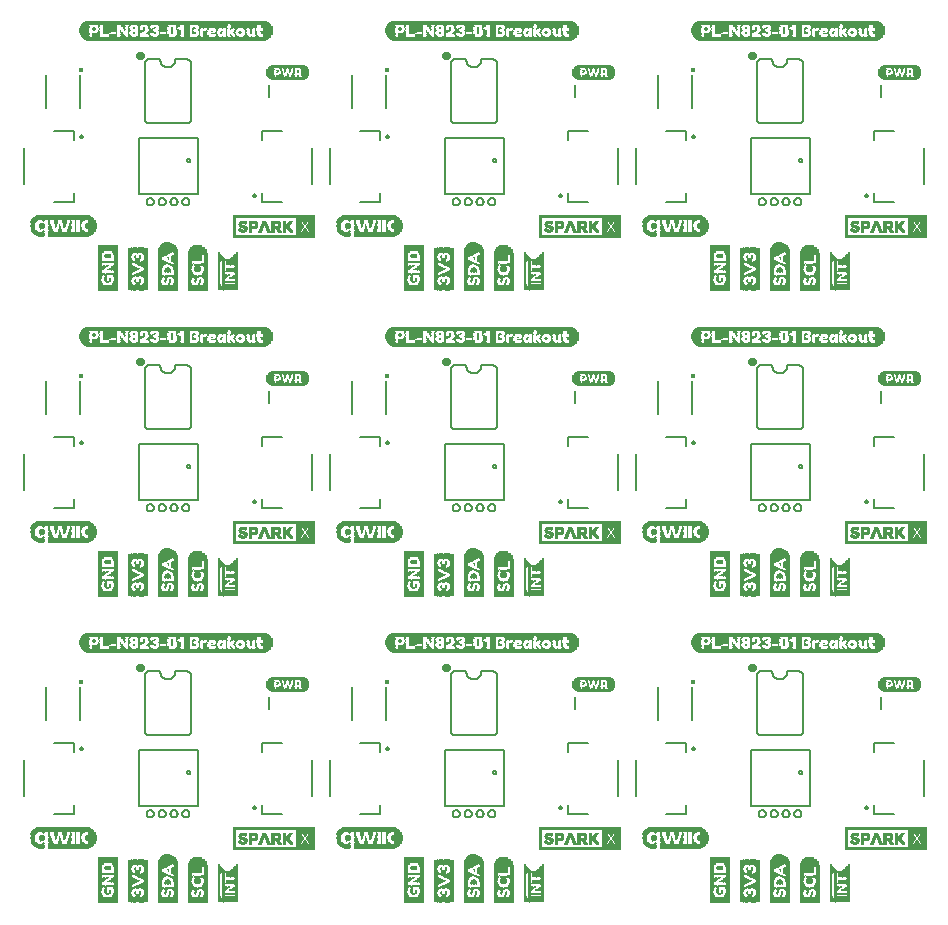
<source format=gto>
G75*
%MOIN*%
%OFA0B0*%
%FSLAX25Y25*%
%IPPOS*%
%LPD*%
%AMOC8*
5,1,8,0,0,1.08239X$1,22.5*
%
%ADD10C,0.00800*%
%ADD11C,0.01575*%
%ADD12C,0.00010*%
%ADD13R,0.59685X0.00157*%
%ADD14R,0.60630X0.00157*%
%ADD15R,0.61260X0.00157*%
%ADD16R,0.61890X0.00157*%
%ADD17R,0.62205X0.00157*%
%ADD18R,0.62520X0.00157*%
%ADD19R,0.48504X0.00157*%
%ADD20R,0.13386X0.00157*%
%ADD21R,0.02835X0.00157*%
%ADD22R,0.01575X0.00157*%
%ADD23R,0.05039X0.00157*%
%ADD24R,0.01890X0.00157*%
%ADD25R,0.01260X0.00157*%
%ADD26R,0.02047X0.00157*%
%ADD27R,0.04567X0.00157*%
%ADD28R,0.02362X0.00157*%
%ADD29R,0.10236X0.00157*%
%ADD30R,0.01102X0.00157*%
%ADD31R,0.04724X0.00157*%
%ADD32R,0.00945X0.00157*%
%ADD33R,0.03937X0.00157*%
%ADD34R,0.01732X0.00157*%
%ADD35R,0.10079X0.00157*%
%ADD36R,0.09134X0.00157*%
%ADD37R,0.03622X0.00157*%
%ADD38R,0.00787X0.00157*%
%ADD39R,0.01417X0.00157*%
%ADD40R,0.09764X0.00157*%
%ADD41R,0.08976X0.00157*%
%ADD42R,0.02992X0.00157*%
%ADD43R,0.00630X0.00157*%
%ADD44R,0.03307X0.00157*%
%ADD45R,0.00472X0.00157*%
%ADD46R,0.03150X0.00157*%
%ADD47R,0.09606X0.00157*%
%ADD48R,0.00315X0.00157*%
%ADD49R,0.03780X0.00157*%
%ADD50R,0.09449X0.00157*%
%ADD51R,0.00157X0.00157*%
%ADD52R,0.03465X0.00157*%
%ADD53R,0.02205X0.00157*%
%ADD54R,0.02677X0.00157*%
%ADD55R,0.04252X0.00157*%
%ADD56R,0.17165X0.00157*%
%ADD57R,0.06457X0.00157*%
%ADD58R,0.05354X0.00157*%
%ADD59R,0.12756X0.00157*%
%ADD60R,0.19055X0.00157*%
%ADD61C,0.00039*%
%ADD62C,0.00600*%
%ADD63R,0.15906X0.00079*%
%ADD64R,0.16772X0.00079*%
%ADD65R,0.17244X0.00079*%
%ADD66R,0.17717X0.00079*%
%ADD67R,0.18031X0.00079*%
%ADD68R,0.18346X0.00079*%
%ADD69R,0.18661X0.00079*%
%ADD70R,0.18898X0.00079*%
%ADD71R,0.19134X0.00079*%
%ADD72R,0.19370X0.00079*%
%ADD73R,0.19528X0.00079*%
%ADD74R,0.19764X0.00079*%
%ADD75R,0.19921X0.00079*%
%ADD76R,0.20079X0.00079*%
%ADD77R,0.20236X0.00079*%
%ADD78R,0.20394X0.00079*%
%ADD79R,0.20551X0.00079*%
%ADD80R,0.20630X0.00079*%
%ADD81R,0.20709X0.00079*%
%ADD82R,0.20866X0.00079*%
%ADD83R,0.02362X0.00079*%
%ADD84R,0.00787X0.00079*%
%ADD85R,0.00197X0.00079*%
%ADD86R,0.01654X0.00079*%
%ADD87R,0.00157X0.00079*%
%ADD88R,0.00315X0.00079*%
%ADD89R,0.01890X0.00079*%
%ADD90R,0.02205X0.00079*%
%ADD91R,0.00630X0.00079*%
%ADD92R,0.00276X0.00079*%
%ADD93R,0.00236X0.00079*%
%ADD94R,0.01575X0.00079*%
%ADD95R,0.02283X0.00079*%
%ADD96R,0.02047X0.00079*%
%ADD97R,0.00472X0.00079*%
%ADD98R,0.01496X0.00079*%
%ADD99R,0.01417X0.00079*%
%ADD100R,0.01969X0.00079*%
%ADD101R,0.01260X0.00079*%
%ADD102R,0.00354X0.00079*%
%ADD103R,0.01102X0.00079*%
%ADD104R,0.02441X0.00079*%
%ADD105R,0.01890X0.00039*%
%ADD106R,0.00157X0.00039*%
%ADD107R,0.00354X0.00039*%
%ADD108R,0.01496X0.00039*%
%ADD109R,0.01417X0.00039*%
%ADD110R,0.00315X0.00039*%
%ADD111R,0.01024X0.00039*%
%ADD112R,0.02441X0.00039*%
%ADD113R,0.01811X0.00079*%
%ADD114R,0.00079X0.00079*%
%ADD115R,0.00433X0.00079*%
%ADD116R,0.01339X0.00079*%
%ADD117R,0.00945X0.00079*%
%ADD118R,0.02520X0.00079*%
%ADD119R,0.00394X0.00079*%
%ADD120R,0.00866X0.00079*%
%ADD121R,0.01732X0.00079*%
%ADD122R,0.02598X0.00079*%
%ADD123R,0.00512X0.00079*%
%ADD124R,0.01181X0.00079*%
%ADD125R,0.00709X0.00079*%
%ADD126R,0.02677X0.00079*%
%ADD127R,0.00591X0.00079*%
%ADD128R,0.00551X0.00079*%
%ADD129R,0.01024X0.00079*%
%ADD130R,0.02717X0.00079*%
%ADD131R,0.03110X0.00079*%
%ADD132R,0.00669X0.00079*%
%ADD133R,0.03307X0.00079*%
%ADD134R,0.03386X0.00079*%
%ADD135R,0.03543X0.00079*%
%ADD136R,0.01457X0.00079*%
%ADD137R,0.00748X0.00079*%
%ADD138R,0.03622X0.00079*%
%ADD139R,0.01614X0.00079*%
%ADD140R,0.00827X0.00079*%
%ADD141R,0.03701X0.00079*%
%ADD142R,0.01693X0.00079*%
%ADD143R,0.03780X0.00079*%
%ADD144R,0.01772X0.00079*%
%ADD145R,0.00906X0.00079*%
%ADD146R,0.00984X0.00079*%
%ADD147R,0.01063X0.00079*%
%ADD148R,0.01142X0.00079*%
%ADD149R,0.01220X0.00079*%
%ADD150R,0.03465X0.00079*%
%ADD151R,0.01299X0.00079*%
%ADD152R,0.01378X0.00079*%
%ADD153R,0.03189X0.00079*%
%ADD154R,0.01732X0.00039*%
%ADD155R,0.01535X0.00039*%
%ADD156R,0.01220X0.00039*%
%ADD157R,0.01457X0.00039*%
%ADD158R,0.00787X0.00039*%
%ADD159R,0.02520X0.00039*%
%ADD160R,0.01535X0.00079*%
%ADD161R,0.12677X0.00079*%
%ADD162R,0.03976X0.00079*%
%ADD163R,0.15394X0.00079*%
%ADD164R,0.03898X0.00079*%
%ADD165R,0.15315X0.00079*%
%ADD166R,0.15236X0.00079*%
%ADD167R,0.03819X0.00079*%
%ADD168R,0.15157X0.00079*%
%ADD169R,0.03740X0.00079*%
%ADD170R,0.15079X0.00079*%
%ADD171R,0.03661X0.00079*%
%ADD172R,0.15000X0.00079*%
%ADD173R,0.03583X0.00079*%
%ADD174R,0.03504X0.00079*%
%ADD175R,0.14843X0.00079*%
%ADD176R,0.03346X0.00079*%
%ADD177R,0.14764X0.00079*%
%ADD178R,0.03268X0.00079*%
%ADD179R,0.14685X0.00079*%
%ADD180R,0.14528X0.00079*%
%ADD181R,0.03031X0.00079*%
%ADD182R,0.14449X0.00079*%
%ADD183R,0.02953X0.00079*%
%ADD184R,0.14291X0.00079*%
%ADD185R,0.02795X0.00079*%
%ADD186R,0.14213X0.00079*%
%ADD187R,0.02638X0.00079*%
%ADD188R,0.14055X0.00079*%
%ADD189R,0.02402X0.00079*%
%ADD190R,0.13819X0.00079*%
%ADD191R,0.02244X0.00079*%
%ADD192R,0.13583X0.00079*%
%ADD193R,0.01929X0.00079*%
%ADD194R,0.13268X0.00079*%
%ADD195R,0.12874X0.00079*%
%ADD196R,0.10748X0.00118*%
%ADD197R,0.11457X0.00118*%
%ADD198R,0.11929X0.00079*%
%ADD199R,0.12402X0.00157*%
%ADD200R,0.12638X0.00118*%
%ADD201R,0.12874X0.00118*%
%ADD202R,0.13110X0.00079*%
%ADD203R,0.04961X0.00118*%
%ADD204R,0.03071X0.00118*%
%ADD205R,0.05079X0.00118*%
%ADD206R,0.02244X0.00157*%
%ADD207R,0.01181X0.00157*%
%ADD208R,0.02244X0.00118*%
%ADD209R,0.00591X0.00118*%
%ADD210R,0.00945X0.00118*%
%ADD211R,0.00354X0.00118*%
%ADD212R,0.02598X0.00118*%
%ADD213R,0.02362X0.00118*%
%ADD214R,0.00472X0.00118*%
%ADD215R,0.00827X0.00118*%
%ADD216R,0.02480X0.00118*%
%ADD217R,0.02480X0.00157*%
%ADD218R,0.00236X0.00157*%
%ADD219R,0.00709X0.00157*%
%ADD220R,0.00354X0.00157*%
%ADD221R,0.00709X0.00118*%
%ADD222R,0.00236X0.00118*%
%ADD223R,0.02598X0.00157*%
%ADD224R,0.00591X0.00157*%
%ADD225R,0.00118X0.00157*%
%ADD226R,0.02717X0.00118*%
%ADD227R,0.02835X0.00118*%
%ADD228R,0.00827X0.00157*%
%ADD229R,0.01299X0.00118*%
%ADD230R,0.01654X0.00118*%
%ADD231R,0.01063X0.00118*%
%ADD232R,0.01063X0.00157*%
%ADD233R,0.01181X0.00118*%
%ADD234R,0.02126X0.00118*%
%ADD235R,0.02126X0.00157*%
%ADD236R,0.01417X0.00118*%
%ADD237R,0.13110X0.00118*%
%ADD238R,0.12402X0.00118*%
%ADD239R,0.11929X0.00118*%
%ADD240R,0.00157X0.13858*%
%ADD241R,0.00157X0.14331*%
%ADD242R,0.00157X0.14646*%
%ADD243R,0.00157X0.14961*%
%ADD244R,0.00157X0.15118*%
%ADD245R,0.00157X0.15276*%
%ADD246R,0.00157X0.15433*%
%ADD247R,0.00157X0.02835*%
%ADD248R,0.00157X0.11969*%
%ADD249R,0.00157X0.02520*%
%ADD250R,0.00157X0.01102*%
%ADD251R,0.00157X0.03150*%
%ADD252R,0.00157X0.04567*%
%ADD253R,0.00157X0.02205*%
%ADD254R,0.00157X0.00787*%
%ADD255R,0.00157X0.02677*%
%ADD256R,0.00157X0.04409*%
%ADD257R,0.00157X0.02047*%
%ADD258R,0.00157X0.00630*%
%ADD259R,0.00157X0.01890*%
%ADD260R,0.00157X0.01732*%
%ADD261R,0.00157X0.01575*%
%ADD262R,0.00157X0.00945*%
%ADD263R,0.00157X0.02362*%
%ADD264R,0.00157X0.01260*%
%ADD265R,0.00157X0.01417*%
%ADD266R,0.00157X0.04252*%
%ADD267R,0.00157X0.00315*%
%ADD268R,0.00157X0.04094*%
%ADD269R,0.00157X0.00472*%
%ADD270R,0.00157X0.03937*%
%ADD271R,0.00157X0.03307*%
%ADD272R,0.00157X0.03780*%
%ADD273R,0.00157X0.03465*%
%ADD274R,0.00157X0.02992*%
%ADD275R,0.00157X0.12913*%
%ADD276R,0.00157X0.13386*%
%ADD277R,0.00157X0.13701*%
%ADD278R,0.00157X0.14016*%
%ADD279R,0.00157X0.14173*%
%ADD280R,0.00157X0.14488*%
%ADD281R,0.00157X0.07087*%
%ADD282R,0.00157X0.04882*%
%ADD283R,0.00157X0.05039*%
%ADD284R,0.00157X0.05197*%
%ADD285R,0.00157X0.03622*%
%ADD286R,0.00157X0.11024*%
%ADD287R,0.00157X0.12756*%
%ADD288R,0.00157X0.12598*%
%ADD289R,0.00157X0.12441*%
%ADD290R,0.00157X0.12283*%
%ADD291R,0.00157X0.11181*%
%ADD292R,0.00157X0.10866*%
%ADD293R,0.00157X0.10709*%
%ADD294R,0.00157X0.12126*%
D10*
X0040876Y0066939D02*
X0047372Y0066939D01*
X0047372Y0069892D01*
X0030640Y0072844D02*
X0030640Y0084656D01*
X0040876Y0090561D02*
X0047372Y0090561D01*
X0047372Y0087608D01*
X0049531Y0088593D02*
X0049533Y0088633D01*
X0049539Y0088672D01*
X0049549Y0088711D01*
X0049562Y0088748D01*
X0049580Y0088784D01*
X0049601Y0088818D01*
X0049625Y0088850D01*
X0049652Y0088879D01*
X0049682Y0088906D01*
X0049714Y0088929D01*
X0049749Y0088949D01*
X0049785Y0088965D01*
X0049823Y0088978D01*
X0049862Y0088987D01*
X0049901Y0088992D01*
X0049941Y0088993D01*
X0049981Y0088990D01*
X0050020Y0088983D01*
X0050058Y0088972D01*
X0050096Y0088958D01*
X0050131Y0088939D01*
X0050164Y0088918D01*
X0050196Y0088893D01*
X0050224Y0088865D01*
X0050250Y0088835D01*
X0050272Y0088802D01*
X0050291Y0088767D01*
X0050307Y0088730D01*
X0050319Y0088692D01*
X0050327Y0088653D01*
X0050331Y0088613D01*
X0050331Y0088573D01*
X0050327Y0088533D01*
X0050319Y0088494D01*
X0050307Y0088456D01*
X0050291Y0088419D01*
X0050272Y0088384D01*
X0050250Y0088351D01*
X0050224Y0088321D01*
X0050196Y0088293D01*
X0050164Y0088268D01*
X0050131Y0088247D01*
X0050096Y0088228D01*
X0050058Y0088214D01*
X0050020Y0088203D01*
X0049981Y0088196D01*
X0049941Y0088193D01*
X0049901Y0088194D01*
X0049862Y0088199D01*
X0049823Y0088208D01*
X0049785Y0088221D01*
X0049749Y0088237D01*
X0049714Y0088257D01*
X0049682Y0088280D01*
X0049652Y0088307D01*
X0049625Y0088336D01*
X0049601Y0088368D01*
X0049580Y0088402D01*
X0049562Y0088438D01*
X0049549Y0088475D01*
X0049539Y0088514D01*
X0049533Y0088553D01*
X0049531Y0088593D01*
X0049360Y0098238D02*
X0049360Y0109262D01*
X0038140Y0109262D02*
X0038140Y0098238D01*
X0068907Y0088199D02*
X0068907Y0069301D01*
X0088593Y0069301D01*
X0088593Y0088199D01*
X0068907Y0088199D01*
X0072587Y0093050D02*
X0084913Y0093050D01*
X0084989Y0093052D01*
X0085064Y0093058D01*
X0085140Y0093067D01*
X0085215Y0093081D01*
X0085289Y0093098D01*
X0085362Y0093119D01*
X0085434Y0093143D01*
X0085504Y0093171D01*
X0085573Y0093203D01*
X0085641Y0093238D01*
X0085706Y0093277D01*
X0085770Y0093319D01*
X0085831Y0093364D01*
X0085890Y0093412D01*
X0085946Y0093463D01*
X0086000Y0093517D01*
X0086051Y0093573D01*
X0086099Y0093632D01*
X0086144Y0093693D01*
X0086186Y0093757D01*
X0086225Y0093822D01*
X0086260Y0093890D01*
X0086292Y0093959D01*
X0086320Y0094029D01*
X0086344Y0094101D01*
X0086365Y0094174D01*
X0086382Y0094248D01*
X0086396Y0094323D01*
X0086405Y0094399D01*
X0086411Y0094474D01*
X0086413Y0094550D01*
X0086413Y0112950D01*
X0086401Y0113031D01*
X0086386Y0113111D01*
X0086367Y0113190D01*
X0086345Y0113268D01*
X0086318Y0113345D01*
X0086289Y0113421D01*
X0086255Y0113495D01*
X0086218Y0113567D01*
X0086178Y0113638D01*
X0086134Y0113706D01*
X0086087Y0113773D01*
X0086037Y0113837D01*
X0085984Y0113898D01*
X0085928Y0113957D01*
X0085869Y0114014D01*
X0085808Y0114067D01*
X0085744Y0114118D01*
X0085678Y0114165D01*
X0085610Y0114209D01*
X0085540Y0114250D01*
X0085468Y0114288D01*
X0085394Y0114322D01*
X0085318Y0114352D01*
X0085242Y0114379D01*
X0085164Y0114402D01*
X0085085Y0114422D01*
X0085005Y0114437D01*
X0084924Y0114449D01*
X0084844Y0114457D01*
X0084762Y0114461D01*
X0084681Y0114462D01*
X0084600Y0114458D01*
X0084519Y0114451D01*
X0084469Y0114450D02*
X0081150Y0114450D01*
X0081150Y0114250D02*
X0081148Y0114152D01*
X0081142Y0114054D01*
X0081133Y0113956D01*
X0081119Y0113859D01*
X0081102Y0113762D01*
X0081081Y0113666D01*
X0081056Y0113571D01*
X0081028Y0113477D01*
X0080995Y0113385D01*
X0080960Y0113293D01*
X0080920Y0113203D01*
X0080878Y0113115D01*
X0080831Y0113028D01*
X0080782Y0112944D01*
X0080729Y0112861D01*
X0080673Y0112781D01*
X0080613Y0112702D01*
X0080551Y0112626D01*
X0080486Y0112553D01*
X0080418Y0112482D01*
X0080347Y0112414D01*
X0080274Y0112349D01*
X0080198Y0112287D01*
X0080119Y0112227D01*
X0080039Y0112171D01*
X0079956Y0112118D01*
X0079872Y0112069D01*
X0079785Y0112022D01*
X0079697Y0111980D01*
X0079607Y0111940D01*
X0079515Y0111905D01*
X0079423Y0111872D01*
X0079329Y0111844D01*
X0079234Y0111819D01*
X0079138Y0111798D01*
X0079041Y0111781D01*
X0078944Y0111767D01*
X0078846Y0111758D01*
X0078748Y0111752D01*
X0078650Y0111750D01*
X0078552Y0111752D01*
X0078454Y0111758D01*
X0078356Y0111767D01*
X0078259Y0111781D01*
X0078162Y0111798D01*
X0078066Y0111819D01*
X0077971Y0111844D01*
X0077877Y0111872D01*
X0077785Y0111905D01*
X0077693Y0111940D01*
X0077603Y0111980D01*
X0077515Y0112022D01*
X0077428Y0112069D01*
X0077344Y0112118D01*
X0077261Y0112171D01*
X0077181Y0112227D01*
X0077102Y0112287D01*
X0077026Y0112349D01*
X0076953Y0112414D01*
X0076882Y0112482D01*
X0076814Y0112553D01*
X0076749Y0112626D01*
X0076687Y0112702D01*
X0076627Y0112781D01*
X0076571Y0112861D01*
X0076518Y0112944D01*
X0076469Y0113028D01*
X0076422Y0113115D01*
X0076380Y0113203D01*
X0076340Y0113293D01*
X0076305Y0113385D01*
X0076272Y0113477D01*
X0076244Y0113571D01*
X0076219Y0113666D01*
X0076198Y0113762D01*
X0076181Y0113859D01*
X0076167Y0113956D01*
X0076158Y0114054D01*
X0076152Y0114152D01*
X0076150Y0114250D01*
X0076150Y0114450D02*
X0072194Y0114450D01*
X0072194Y0114449D02*
X0072124Y0114437D01*
X0072054Y0114420D01*
X0071986Y0114400D01*
X0071918Y0114377D01*
X0071852Y0114349D01*
X0071788Y0114318D01*
X0071726Y0114284D01*
X0071665Y0114246D01*
X0071606Y0114206D01*
X0071550Y0114162D01*
X0071497Y0114115D01*
X0071445Y0114065D01*
X0071397Y0114012D01*
X0071352Y0113957D01*
X0071309Y0113900D01*
X0071270Y0113840D01*
X0071234Y0113778D01*
X0071202Y0113715D01*
X0071173Y0113650D01*
X0071147Y0113583D01*
X0071125Y0113515D01*
X0071107Y0113446D01*
X0071093Y0113376D01*
X0071083Y0113305D01*
X0071076Y0113234D01*
X0071073Y0113163D01*
X0071074Y0113092D01*
X0071079Y0113020D01*
X0071088Y0112950D01*
X0071087Y0112950D02*
X0071087Y0094156D01*
X0071088Y0094156D02*
X0071100Y0094086D01*
X0071117Y0094016D01*
X0071137Y0093948D01*
X0071161Y0093881D01*
X0071188Y0093815D01*
X0071219Y0093750D01*
X0071253Y0093688D01*
X0071291Y0093627D01*
X0071332Y0093569D01*
X0071376Y0093512D01*
X0071423Y0093459D01*
X0071473Y0093408D01*
X0071525Y0093359D01*
X0071580Y0093314D01*
X0071638Y0093271D01*
X0071697Y0093232D01*
X0071759Y0093196D01*
X0071823Y0093164D01*
X0071888Y0093135D01*
X0071954Y0093109D01*
X0072022Y0093088D01*
X0072092Y0093069D01*
X0072161Y0093055D01*
X0072232Y0093045D01*
X0072303Y0093038D01*
X0072374Y0093035D01*
X0072446Y0093036D01*
X0072517Y0093041D01*
X0072588Y0093050D01*
X0071663Y0066939D02*
X0071665Y0067008D01*
X0071671Y0067076D01*
X0071681Y0067144D01*
X0071695Y0067211D01*
X0071713Y0067278D01*
X0071734Y0067343D01*
X0071760Y0067407D01*
X0071789Y0067469D01*
X0071821Y0067529D01*
X0071857Y0067588D01*
X0071897Y0067644D01*
X0071939Y0067698D01*
X0071985Y0067749D01*
X0072034Y0067798D01*
X0072085Y0067844D01*
X0072139Y0067886D01*
X0072195Y0067926D01*
X0072253Y0067962D01*
X0072314Y0067994D01*
X0072376Y0068023D01*
X0072440Y0068049D01*
X0072505Y0068070D01*
X0072572Y0068088D01*
X0072639Y0068102D01*
X0072707Y0068112D01*
X0072775Y0068118D01*
X0072844Y0068120D01*
X0072913Y0068118D01*
X0072981Y0068112D01*
X0073049Y0068102D01*
X0073116Y0068088D01*
X0073183Y0068070D01*
X0073248Y0068049D01*
X0073312Y0068023D01*
X0073374Y0067994D01*
X0073434Y0067962D01*
X0073493Y0067926D01*
X0073549Y0067886D01*
X0073603Y0067844D01*
X0073654Y0067798D01*
X0073703Y0067749D01*
X0073749Y0067698D01*
X0073791Y0067644D01*
X0073831Y0067588D01*
X0073867Y0067529D01*
X0073899Y0067469D01*
X0073928Y0067407D01*
X0073954Y0067343D01*
X0073975Y0067278D01*
X0073993Y0067211D01*
X0074007Y0067144D01*
X0074017Y0067076D01*
X0074023Y0067008D01*
X0074025Y0066939D01*
X0074023Y0066870D01*
X0074017Y0066802D01*
X0074007Y0066734D01*
X0073993Y0066667D01*
X0073975Y0066600D01*
X0073954Y0066535D01*
X0073928Y0066471D01*
X0073899Y0066409D01*
X0073867Y0066348D01*
X0073831Y0066290D01*
X0073791Y0066234D01*
X0073749Y0066180D01*
X0073703Y0066129D01*
X0073654Y0066080D01*
X0073603Y0066034D01*
X0073549Y0065992D01*
X0073493Y0065952D01*
X0073435Y0065916D01*
X0073374Y0065884D01*
X0073312Y0065855D01*
X0073248Y0065829D01*
X0073183Y0065808D01*
X0073116Y0065790D01*
X0073049Y0065776D01*
X0072981Y0065766D01*
X0072913Y0065760D01*
X0072844Y0065758D01*
X0072775Y0065760D01*
X0072707Y0065766D01*
X0072639Y0065776D01*
X0072572Y0065790D01*
X0072505Y0065808D01*
X0072440Y0065829D01*
X0072376Y0065855D01*
X0072314Y0065884D01*
X0072253Y0065916D01*
X0072195Y0065952D01*
X0072139Y0065992D01*
X0072085Y0066034D01*
X0072034Y0066080D01*
X0071985Y0066129D01*
X0071939Y0066180D01*
X0071897Y0066234D01*
X0071857Y0066290D01*
X0071821Y0066348D01*
X0071789Y0066409D01*
X0071760Y0066471D01*
X0071734Y0066535D01*
X0071713Y0066600D01*
X0071695Y0066667D01*
X0071681Y0066734D01*
X0071671Y0066802D01*
X0071665Y0066870D01*
X0071663Y0066939D01*
X0075600Y0066939D02*
X0075602Y0067008D01*
X0075608Y0067076D01*
X0075618Y0067144D01*
X0075632Y0067211D01*
X0075650Y0067278D01*
X0075671Y0067343D01*
X0075697Y0067407D01*
X0075726Y0067469D01*
X0075758Y0067529D01*
X0075794Y0067588D01*
X0075834Y0067644D01*
X0075876Y0067698D01*
X0075922Y0067749D01*
X0075971Y0067798D01*
X0076022Y0067844D01*
X0076076Y0067886D01*
X0076132Y0067926D01*
X0076190Y0067962D01*
X0076251Y0067994D01*
X0076313Y0068023D01*
X0076377Y0068049D01*
X0076442Y0068070D01*
X0076509Y0068088D01*
X0076576Y0068102D01*
X0076644Y0068112D01*
X0076712Y0068118D01*
X0076781Y0068120D01*
X0076850Y0068118D01*
X0076918Y0068112D01*
X0076986Y0068102D01*
X0077053Y0068088D01*
X0077120Y0068070D01*
X0077185Y0068049D01*
X0077249Y0068023D01*
X0077311Y0067994D01*
X0077371Y0067962D01*
X0077430Y0067926D01*
X0077486Y0067886D01*
X0077540Y0067844D01*
X0077591Y0067798D01*
X0077640Y0067749D01*
X0077686Y0067698D01*
X0077728Y0067644D01*
X0077768Y0067588D01*
X0077804Y0067529D01*
X0077836Y0067469D01*
X0077865Y0067407D01*
X0077891Y0067343D01*
X0077912Y0067278D01*
X0077930Y0067211D01*
X0077944Y0067144D01*
X0077954Y0067076D01*
X0077960Y0067008D01*
X0077962Y0066939D01*
X0077960Y0066870D01*
X0077954Y0066802D01*
X0077944Y0066734D01*
X0077930Y0066667D01*
X0077912Y0066600D01*
X0077891Y0066535D01*
X0077865Y0066471D01*
X0077836Y0066409D01*
X0077804Y0066348D01*
X0077768Y0066290D01*
X0077728Y0066234D01*
X0077686Y0066180D01*
X0077640Y0066129D01*
X0077591Y0066080D01*
X0077540Y0066034D01*
X0077486Y0065992D01*
X0077430Y0065952D01*
X0077372Y0065916D01*
X0077311Y0065884D01*
X0077249Y0065855D01*
X0077185Y0065829D01*
X0077120Y0065808D01*
X0077053Y0065790D01*
X0076986Y0065776D01*
X0076918Y0065766D01*
X0076850Y0065760D01*
X0076781Y0065758D01*
X0076712Y0065760D01*
X0076644Y0065766D01*
X0076576Y0065776D01*
X0076509Y0065790D01*
X0076442Y0065808D01*
X0076377Y0065829D01*
X0076313Y0065855D01*
X0076251Y0065884D01*
X0076190Y0065916D01*
X0076132Y0065952D01*
X0076076Y0065992D01*
X0076022Y0066034D01*
X0075971Y0066080D01*
X0075922Y0066129D01*
X0075876Y0066180D01*
X0075834Y0066234D01*
X0075794Y0066290D01*
X0075758Y0066348D01*
X0075726Y0066409D01*
X0075697Y0066471D01*
X0075671Y0066535D01*
X0075650Y0066600D01*
X0075632Y0066667D01*
X0075618Y0066734D01*
X0075608Y0066802D01*
X0075602Y0066870D01*
X0075600Y0066939D01*
X0079538Y0066939D02*
X0079540Y0067008D01*
X0079546Y0067076D01*
X0079556Y0067144D01*
X0079570Y0067211D01*
X0079588Y0067278D01*
X0079609Y0067343D01*
X0079635Y0067407D01*
X0079664Y0067469D01*
X0079696Y0067529D01*
X0079732Y0067588D01*
X0079772Y0067644D01*
X0079814Y0067698D01*
X0079860Y0067749D01*
X0079909Y0067798D01*
X0079960Y0067844D01*
X0080014Y0067886D01*
X0080070Y0067926D01*
X0080128Y0067962D01*
X0080189Y0067994D01*
X0080251Y0068023D01*
X0080315Y0068049D01*
X0080380Y0068070D01*
X0080447Y0068088D01*
X0080514Y0068102D01*
X0080582Y0068112D01*
X0080650Y0068118D01*
X0080719Y0068120D01*
X0080788Y0068118D01*
X0080856Y0068112D01*
X0080924Y0068102D01*
X0080991Y0068088D01*
X0081058Y0068070D01*
X0081123Y0068049D01*
X0081187Y0068023D01*
X0081249Y0067994D01*
X0081309Y0067962D01*
X0081368Y0067926D01*
X0081424Y0067886D01*
X0081478Y0067844D01*
X0081529Y0067798D01*
X0081578Y0067749D01*
X0081624Y0067698D01*
X0081666Y0067644D01*
X0081706Y0067588D01*
X0081742Y0067529D01*
X0081774Y0067469D01*
X0081803Y0067407D01*
X0081829Y0067343D01*
X0081850Y0067278D01*
X0081868Y0067211D01*
X0081882Y0067144D01*
X0081892Y0067076D01*
X0081898Y0067008D01*
X0081900Y0066939D01*
X0081898Y0066870D01*
X0081892Y0066802D01*
X0081882Y0066734D01*
X0081868Y0066667D01*
X0081850Y0066600D01*
X0081829Y0066535D01*
X0081803Y0066471D01*
X0081774Y0066409D01*
X0081742Y0066348D01*
X0081706Y0066290D01*
X0081666Y0066234D01*
X0081624Y0066180D01*
X0081578Y0066129D01*
X0081529Y0066080D01*
X0081478Y0066034D01*
X0081424Y0065992D01*
X0081368Y0065952D01*
X0081310Y0065916D01*
X0081249Y0065884D01*
X0081187Y0065855D01*
X0081123Y0065829D01*
X0081058Y0065808D01*
X0080991Y0065790D01*
X0080924Y0065776D01*
X0080856Y0065766D01*
X0080788Y0065760D01*
X0080719Y0065758D01*
X0080650Y0065760D01*
X0080582Y0065766D01*
X0080514Y0065776D01*
X0080447Y0065790D01*
X0080380Y0065808D01*
X0080315Y0065829D01*
X0080251Y0065855D01*
X0080189Y0065884D01*
X0080128Y0065916D01*
X0080070Y0065952D01*
X0080014Y0065992D01*
X0079960Y0066034D01*
X0079909Y0066080D01*
X0079860Y0066129D01*
X0079814Y0066180D01*
X0079772Y0066234D01*
X0079732Y0066290D01*
X0079696Y0066348D01*
X0079664Y0066409D01*
X0079635Y0066471D01*
X0079609Y0066535D01*
X0079588Y0066600D01*
X0079570Y0066667D01*
X0079556Y0066734D01*
X0079546Y0066802D01*
X0079540Y0066870D01*
X0079538Y0066939D01*
X0083475Y0066939D02*
X0083477Y0067008D01*
X0083483Y0067076D01*
X0083493Y0067144D01*
X0083507Y0067211D01*
X0083525Y0067278D01*
X0083546Y0067343D01*
X0083572Y0067407D01*
X0083601Y0067469D01*
X0083633Y0067529D01*
X0083669Y0067588D01*
X0083709Y0067644D01*
X0083751Y0067698D01*
X0083797Y0067749D01*
X0083846Y0067798D01*
X0083897Y0067844D01*
X0083951Y0067886D01*
X0084007Y0067926D01*
X0084065Y0067962D01*
X0084126Y0067994D01*
X0084188Y0068023D01*
X0084252Y0068049D01*
X0084317Y0068070D01*
X0084384Y0068088D01*
X0084451Y0068102D01*
X0084519Y0068112D01*
X0084587Y0068118D01*
X0084656Y0068120D01*
X0084725Y0068118D01*
X0084793Y0068112D01*
X0084861Y0068102D01*
X0084928Y0068088D01*
X0084995Y0068070D01*
X0085060Y0068049D01*
X0085124Y0068023D01*
X0085186Y0067994D01*
X0085246Y0067962D01*
X0085305Y0067926D01*
X0085361Y0067886D01*
X0085415Y0067844D01*
X0085466Y0067798D01*
X0085515Y0067749D01*
X0085561Y0067698D01*
X0085603Y0067644D01*
X0085643Y0067588D01*
X0085679Y0067529D01*
X0085711Y0067469D01*
X0085740Y0067407D01*
X0085766Y0067343D01*
X0085787Y0067278D01*
X0085805Y0067211D01*
X0085819Y0067144D01*
X0085829Y0067076D01*
X0085835Y0067008D01*
X0085837Y0066939D01*
X0085835Y0066870D01*
X0085829Y0066802D01*
X0085819Y0066734D01*
X0085805Y0066667D01*
X0085787Y0066600D01*
X0085766Y0066535D01*
X0085740Y0066471D01*
X0085711Y0066409D01*
X0085679Y0066348D01*
X0085643Y0066290D01*
X0085603Y0066234D01*
X0085561Y0066180D01*
X0085515Y0066129D01*
X0085466Y0066080D01*
X0085415Y0066034D01*
X0085361Y0065992D01*
X0085305Y0065952D01*
X0085247Y0065916D01*
X0085186Y0065884D01*
X0085124Y0065855D01*
X0085060Y0065829D01*
X0084995Y0065808D01*
X0084928Y0065790D01*
X0084861Y0065776D01*
X0084793Y0065766D01*
X0084725Y0065760D01*
X0084656Y0065758D01*
X0084587Y0065760D01*
X0084519Y0065766D01*
X0084451Y0065776D01*
X0084384Y0065790D01*
X0084317Y0065808D01*
X0084252Y0065829D01*
X0084188Y0065855D01*
X0084126Y0065884D01*
X0084065Y0065916D01*
X0084007Y0065952D01*
X0083951Y0065992D01*
X0083897Y0066034D01*
X0083846Y0066080D01*
X0083797Y0066129D01*
X0083751Y0066180D01*
X0083709Y0066234D01*
X0083669Y0066290D01*
X0083633Y0066348D01*
X0083601Y0066409D01*
X0083572Y0066471D01*
X0083546Y0066535D01*
X0083525Y0066600D01*
X0083507Y0066667D01*
X0083493Y0066734D01*
X0083483Y0066802D01*
X0083477Y0066870D01*
X0083475Y0066939D01*
X0107169Y0068907D02*
X0107171Y0068947D01*
X0107177Y0068986D01*
X0107187Y0069025D01*
X0107200Y0069062D01*
X0107218Y0069098D01*
X0107239Y0069132D01*
X0107263Y0069164D01*
X0107290Y0069193D01*
X0107320Y0069220D01*
X0107352Y0069243D01*
X0107387Y0069263D01*
X0107423Y0069279D01*
X0107461Y0069292D01*
X0107500Y0069301D01*
X0107539Y0069306D01*
X0107579Y0069307D01*
X0107619Y0069304D01*
X0107658Y0069297D01*
X0107696Y0069286D01*
X0107734Y0069272D01*
X0107769Y0069253D01*
X0107802Y0069232D01*
X0107834Y0069207D01*
X0107862Y0069179D01*
X0107888Y0069149D01*
X0107910Y0069116D01*
X0107929Y0069081D01*
X0107945Y0069044D01*
X0107957Y0069006D01*
X0107965Y0068967D01*
X0107969Y0068927D01*
X0107969Y0068887D01*
X0107965Y0068847D01*
X0107957Y0068808D01*
X0107945Y0068770D01*
X0107929Y0068733D01*
X0107910Y0068698D01*
X0107888Y0068665D01*
X0107862Y0068635D01*
X0107834Y0068607D01*
X0107802Y0068582D01*
X0107769Y0068561D01*
X0107734Y0068542D01*
X0107696Y0068528D01*
X0107658Y0068517D01*
X0107619Y0068510D01*
X0107579Y0068507D01*
X0107539Y0068508D01*
X0107500Y0068513D01*
X0107461Y0068522D01*
X0107423Y0068535D01*
X0107387Y0068551D01*
X0107352Y0068571D01*
X0107320Y0068594D01*
X0107290Y0068621D01*
X0107263Y0068650D01*
X0107239Y0068682D01*
X0107218Y0068716D01*
X0107200Y0068752D01*
X0107187Y0068789D01*
X0107177Y0068828D01*
X0107171Y0068867D01*
X0107169Y0068907D01*
X0110128Y0069892D02*
X0110128Y0066939D01*
X0116624Y0066939D01*
X0126860Y0072844D02*
X0126860Y0084656D01*
X0132640Y0084656D02*
X0132640Y0072844D01*
X0142876Y0066939D02*
X0149372Y0066939D01*
X0149372Y0069892D01*
X0149372Y0087608D02*
X0149372Y0090561D01*
X0142876Y0090561D01*
X0140140Y0098238D02*
X0140140Y0109262D01*
X0151360Y0109262D02*
X0151360Y0098238D01*
X0151531Y0088593D02*
X0151533Y0088633D01*
X0151539Y0088672D01*
X0151549Y0088711D01*
X0151562Y0088748D01*
X0151580Y0088784D01*
X0151601Y0088818D01*
X0151625Y0088850D01*
X0151652Y0088879D01*
X0151682Y0088906D01*
X0151714Y0088929D01*
X0151749Y0088949D01*
X0151785Y0088965D01*
X0151823Y0088978D01*
X0151862Y0088987D01*
X0151901Y0088992D01*
X0151941Y0088993D01*
X0151981Y0088990D01*
X0152020Y0088983D01*
X0152058Y0088972D01*
X0152096Y0088958D01*
X0152131Y0088939D01*
X0152164Y0088918D01*
X0152196Y0088893D01*
X0152224Y0088865D01*
X0152250Y0088835D01*
X0152272Y0088802D01*
X0152291Y0088767D01*
X0152307Y0088730D01*
X0152319Y0088692D01*
X0152327Y0088653D01*
X0152331Y0088613D01*
X0152331Y0088573D01*
X0152327Y0088533D01*
X0152319Y0088494D01*
X0152307Y0088456D01*
X0152291Y0088419D01*
X0152272Y0088384D01*
X0152250Y0088351D01*
X0152224Y0088321D01*
X0152196Y0088293D01*
X0152164Y0088268D01*
X0152131Y0088247D01*
X0152096Y0088228D01*
X0152058Y0088214D01*
X0152020Y0088203D01*
X0151981Y0088196D01*
X0151941Y0088193D01*
X0151901Y0088194D01*
X0151862Y0088199D01*
X0151823Y0088208D01*
X0151785Y0088221D01*
X0151749Y0088237D01*
X0151714Y0088257D01*
X0151682Y0088280D01*
X0151652Y0088307D01*
X0151625Y0088336D01*
X0151601Y0088368D01*
X0151580Y0088402D01*
X0151562Y0088438D01*
X0151549Y0088475D01*
X0151539Y0088514D01*
X0151533Y0088553D01*
X0151531Y0088593D01*
X0170907Y0088199D02*
X0170907Y0069301D01*
X0190593Y0069301D01*
X0190593Y0088199D01*
X0170907Y0088199D01*
X0174587Y0093050D02*
X0186913Y0093050D01*
X0186989Y0093052D01*
X0187064Y0093058D01*
X0187140Y0093067D01*
X0187215Y0093081D01*
X0187289Y0093098D01*
X0187362Y0093119D01*
X0187434Y0093143D01*
X0187504Y0093171D01*
X0187573Y0093203D01*
X0187641Y0093238D01*
X0187706Y0093277D01*
X0187770Y0093319D01*
X0187831Y0093364D01*
X0187890Y0093412D01*
X0187946Y0093463D01*
X0188000Y0093517D01*
X0188051Y0093573D01*
X0188099Y0093632D01*
X0188144Y0093693D01*
X0188186Y0093757D01*
X0188225Y0093822D01*
X0188260Y0093890D01*
X0188292Y0093959D01*
X0188320Y0094029D01*
X0188344Y0094101D01*
X0188365Y0094174D01*
X0188382Y0094248D01*
X0188396Y0094323D01*
X0188405Y0094399D01*
X0188411Y0094474D01*
X0188413Y0094550D01*
X0188413Y0112950D01*
X0188401Y0113031D01*
X0188386Y0113111D01*
X0188367Y0113190D01*
X0188345Y0113268D01*
X0188318Y0113345D01*
X0188289Y0113421D01*
X0188255Y0113495D01*
X0188218Y0113567D01*
X0188178Y0113638D01*
X0188134Y0113706D01*
X0188087Y0113773D01*
X0188037Y0113837D01*
X0187984Y0113898D01*
X0187928Y0113957D01*
X0187869Y0114014D01*
X0187808Y0114067D01*
X0187744Y0114118D01*
X0187678Y0114165D01*
X0187610Y0114209D01*
X0187540Y0114250D01*
X0187468Y0114288D01*
X0187394Y0114322D01*
X0187318Y0114352D01*
X0187242Y0114379D01*
X0187164Y0114402D01*
X0187085Y0114422D01*
X0187005Y0114437D01*
X0186924Y0114449D01*
X0186844Y0114457D01*
X0186762Y0114461D01*
X0186681Y0114462D01*
X0186600Y0114458D01*
X0186519Y0114451D01*
X0186469Y0114450D02*
X0183150Y0114450D01*
X0183150Y0114250D02*
X0183148Y0114152D01*
X0183142Y0114054D01*
X0183133Y0113956D01*
X0183119Y0113859D01*
X0183102Y0113762D01*
X0183081Y0113666D01*
X0183056Y0113571D01*
X0183028Y0113477D01*
X0182995Y0113385D01*
X0182960Y0113293D01*
X0182920Y0113203D01*
X0182878Y0113115D01*
X0182831Y0113028D01*
X0182782Y0112944D01*
X0182729Y0112861D01*
X0182673Y0112781D01*
X0182613Y0112702D01*
X0182551Y0112626D01*
X0182486Y0112553D01*
X0182418Y0112482D01*
X0182347Y0112414D01*
X0182274Y0112349D01*
X0182198Y0112287D01*
X0182119Y0112227D01*
X0182039Y0112171D01*
X0181956Y0112118D01*
X0181872Y0112069D01*
X0181785Y0112022D01*
X0181697Y0111980D01*
X0181607Y0111940D01*
X0181515Y0111905D01*
X0181423Y0111872D01*
X0181329Y0111844D01*
X0181234Y0111819D01*
X0181138Y0111798D01*
X0181041Y0111781D01*
X0180944Y0111767D01*
X0180846Y0111758D01*
X0180748Y0111752D01*
X0180650Y0111750D01*
X0180552Y0111752D01*
X0180454Y0111758D01*
X0180356Y0111767D01*
X0180259Y0111781D01*
X0180162Y0111798D01*
X0180066Y0111819D01*
X0179971Y0111844D01*
X0179877Y0111872D01*
X0179785Y0111905D01*
X0179693Y0111940D01*
X0179603Y0111980D01*
X0179515Y0112022D01*
X0179428Y0112069D01*
X0179344Y0112118D01*
X0179261Y0112171D01*
X0179181Y0112227D01*
X0179102Y0112287D01*
X0179026Y0112349D01*
X0178953Y0112414D01*
X0178882Y0112482D01*
X0178814Y0112553D01*
X0178749Y0112626D01*
X0178687Y0112702D01*
X0178627Y0112781D01*
X0178571Y0112861D01*
X0178518Y0112944D01*
X0178469Y0113028D01*
X0178422Y0113115D01*
X0178380Y0113203D01*
X0178340Y0113293D01*
X0178305Y0113385D01*
X0178272Y0113477D01*
X0178244Y0113571D01*
X0178219Y0113666D01*
X0178198Y0113762D01*
X0178181Y0113859D01*
X0178167Y0113956D01*
X0178158Y0114054D01*
X0178152Y0114152D01*
X0178150Y0114250D01*
X0178150Y0114450D02*
X0174194Y0114450D01*
X0174194Y0114449D02*
X0174124Y0114437D01*
X0174054Y0114420D01*
X0173986Y0114400D01*
X0173918Y0114377D01*
X0173852Y0114349D01*
X0173788Y0114318D01*
X0173726Y0114284D01*
X0173665Y0114246D01*
X0173606Y0114206D01*
X0173550Y0114162D01*
X0173497Y0114115D01*
X0173445Y0114065D01*
X0173397Y0114012D01*
X0173352Y0113957D01*
X0173309Y0113900D01*
X0173270Y0113840D01*
X0173234Y0113778D01*
X0173202Y0113715D01*
X0173173Y0113650D01*
X0173147Y0113583D01*
X0173125Y0113515D01*
X0173107Y0113446D01*
X0173093Y0113376D01*
X0173083Y0113305D01*
X0173076Y0113234D01*
X0173073Y0113163D01*
X0173074Y0113092D01*
X0173079Y0113020D01*
X0173088Y0112950D01*
X0173087Y0112950D02*
X0173087Y0094156D01*
X0173088Y0094156D02*
X0173100Y0094086D01*
X0173117Y0094016D01*
X0173137Y0093948D01*
X0173161Y0093881D01*
X0173188Y0093815D01*
X0173219Y0093750D01*
X0173253Y0093688D01*
X0173291Y0093627D01*
X0173332Y0093569D01*
X0173376Y0093512D01*
X0173423Y0093459D01*
X0173473Y0093408D01*
X0173525Y0093359D01*
X0173580Y0093314D01*
X0173638Y0093271D01*
X0173697Y0093232D01*
X0173759Y0093196D01*
X0173823Y0093164D01*
X0173888Y0093135D01*
X0173954Y0093109D01*
X0174022Y0093088D01*
X0174092Y0093069D01*
X0174161Y0093055D01*
X0174232Y0093045D01*
X0174303Y0093038D01*
X0174374Y0093035D01*
X0174446Y0093036D01*
X0174517Y0093041D01*
X0174588Y0093050D01*
X0173663Y0066939D02*
X0173665Y0067008D01*
X0173671Y0067076D01*
X0173681Y0067144D01*
X0173695Y0067211D01*
X0173713Y0067278D01*
X0173734Y0067343D01*
X0173760Y0067407D01*
X0173789Y0067469D01*
X0173821Y0067529D01*
X0173857Y0067588D01*
X0173897Y0067644D01*
X0173939Y0067698D01*
X0173985Y0067749D01*
X0174034Y0067798D01*
X0174085Y0067844D01*
X0174139Y0067886D01*
X0174195Y0067926D01*
X0174253Y0067962D01*
X0174314Y0067994D01*
X0174376Y0068023D01*
X0174440Y0068049D01*
X0174505Y0068070D01*
X0174572Y0068088D01*
X0174639Y0068102D01*
X0174707Y0068112D01*
X0174775Y0068118D01*
X0174844Y0068120D01*
X0174913Y0068118D01*
X0174981Y0068112D01*
X0175049Y0068102D01*
X0175116Y0068088D01*
X0175183Y0068070D01*
X0175248Y0068049D01*
X0175312Y0068023D01*
X0175374Y0067994D01*
X0175434Y0067962D01*
X0175493Y0067926D01*
X0175549Y0067886D01*
X0175603Y0067844D01*
X0175654Y0067798D01*
X0175703Y0067749D01*
X0175749Y0067698D01*
X0175791Y0067644D01*
X0175831Y0067588D01*
X0175867Y0067529D01*
X0175899Y0067469D01*
X0175928Y0067407D01*
X0175954Y0067343D01*
X0175975Y0067278D01*
X0175993Y0067211D01*
X0176007Y0067144D01*
X0176017Y0067076D01*
X0176023Y0067008D01*
X0176025Y0066939D01*
X0176023Y0066870D01*
X0176017Y0066802D01*
X0176007Y0066734D01*
X0175993Y0066667D01*
X0175975Y0066600D01*
X0175954Y0066535D01*
X0175928Y0066471D01*
X0175899Y0066409D01*
X0175867Y0066348D01*
X0175831Y0066290D01*
X0175791Y0066234D01*
X0175749Y0066180D01*
X0175703Y0066129D01*
X0175654Y0066080D01*
X0175603Y0066034D01*
X0175549Y0065992D01*
X0175493Y0065952D01*
X0175435Y0065916D01*
X0175374Y0065884D01*
X0175312Y0065855D01*
X0175248Y0065829D01*
X0175183Y0065808D01*
X0175116Y0065790D01*
X0175049Y0065776D01*
X0174981Y0065766D01*
X0174913Y0065760D01*
X0174844Y0065758D01*
X0174775Y0065760D01*
X0174707Y0065766D01*
X0174639Y0065776D01*
X0174572Y0065790D01*
X0174505Y0065808D01*
X0174440Y0065829D01*
X0174376Y0065855D01*
X0174314Y0065884D01*
X0174253Y0065916D01*
X0174195Y0065952D01*
X0174139Y0065992D01*
X0174085Y0066034D01*
X0174034Y0066080D01*
X0173985Y0066129D01*
X0173939Y0066180D01*
X0173897Y0066234D01*
X0173857Y0066290D01*
X0173821Y0066348D01*
X0173789Y0066409D01*
X0173760Y0066471D01*
X0173734Y0066535D01*
X0173713Y0066600D01*
X0173695Y0066667D01*
X0173681Y0066734D01*
X0173671Y0066802D01*
X0173665Y0066870D01*
X0173663Y0066939D01*
X0177600Y0066939D02*
X0177602Y0067008D01*
X0177608Y0067076D01*
X0177618Y0067144D01*
X0177632Y0067211D01*
X0177650Y0067278D01*
X0177671Y0067343D01*
X0177697Y0067407D01*
X0177726Y0067469D01*
X0177758Y0067529D01*
X0177794Y0067588D01*
X0177834Y0067644D01*
X0177876Y0067698D01*
X0177922Y0067749D01*
X0177971Y0067798D01*
X0178022Y0067844D01*
X0178076Y0067886D01*
X0178132Y0067926D01*
X0178190Y0067962D01*
X0178251Y0067994D01*
X0178313Y0068023D01*
X0178377Y0068049D01*
X0178442Y0068070D01*
X0178509Y0068088D01*
X0178576Y0068102D01*
X0178644Y0068112D01*
X0178712Y0068118D01*
X0178781Y0068120D01*
X0178850Y0068118D01*
X0178918Y0068112D01*
X0178986Y0068102D01*
X0179053Y0068088D01*
X0179120Y0068070D01*
X0179185Y0068049D01*
X0179249Y0068023D01*
X0179311Y0067994D01*
X0179371Y0067962D01*
X0179430Y0067926D01*
X0179486Y0067886D01*
X0179540Y0067844D01*
X0179591Y0067798D01*
X0179640Y0067749D01*
X0179686Y0067698D01*
X0179728Y0067644D01*
X0179768Y0067588D01*
X0179804Y0067529D01*
X0179836Y0067469D01*
X0179865Y0067407D01*
X0179891Y0067343D01*
X0179912Y0067278D01*
X0179930Y0067211D01*
X0179944Y0067144D01*
X0179954Y0067076D01*
X0179960Y0067008D01*
X0179962Y0066939D01*
X0179960Y0066870D01*
X0179954Y0066802D01*
X0179944Y0066734D01*
X0179930Y0066667D01*
X0179912Y0066600D01*
X0179891Y0066535D01*
X0179865Y0066471D01*
X0179836Y0066409D01*
X0179804Y0066348D01*
X0179768Y0066290D01*
X0179728Y0066234D01*
X0179686Y0066180D01*
X0179640Y0066129D01*
X0179591Y0066080D01*
X0179540Y0066034D01*
X0179486Y0065992D01*
X0179430Y0065952D01*
X0179372Y0065916D01*
X0179311Y0065884D01*
X0179249Y0065855D01*
X0179185Y0065829D01*
X0179120Y0065808D01*
X0179053Y0065790D01*
X0178986Y0065776D01*
X0178918Y0065766D01*
X0178850Y0065760D01*
X0178781Y0065758D01*
X0178712Y0065760D01*
X0178644Y0065766D01*
X0178576Y0065776D01*
X0178509Y0065790D01*
X0178442Y0065808D01*
X0178377Y0065829D01*
X0178313Y0065855D01*
X0178251Y0065884D01*
X0178190Y0065916D01*
X0178132Y0065952D01*
X0178076Y0065992D01*
X0178022Y0066034D01*
X0177971Y0066080D01*
X0177922Y0066129D01*
X0177876Y0066180D01*
X0177834Y0066234D01*
X0177794Y0066290D01*
X0177758Y0066348D01*
X0177726Y0066409D01*
X0177697Y0066471D01*
X0177671Y0066535D01*
X0177650Y0066600D01*
X0177632Y0066667D01*
X0177618Y0066734D01*
X0177608Y0066802D01*
X0177602Y0066870D01*
X0177600Y0066939D01*
X0181538Y0066939D02*
X0181540Y0067008D01*
X0181546Y0067076D01*
X0181556Y0067144D01*
X0181570Y0067211D01*
X0181588Y0067278D01*
X0181609Y0067343D01*
X0181635Y0067407D01*
X0181664Y0067469D01*
X0181696Y0067529D01*
X0181732Y0067588D01*
X0181772Y0067644D01*
X0181814Y0067698D01*
X0181860Y0067749D01*
X0181909Y0067798D01*
X0181960Y0067844D01*
X0182014Y0067886D01*
X0182070Y0067926D01*
X0182128Y0067962D01*
X0182189Y0067994D01*
X0182251Y0068023D01*
X0182315Y0068049D01*
X0182380Y0068070D01*
X0182447Y0068088D01*
X0182514Y0068102D01*
X0182582Y0068112D01*
X0182650Y0068118D01*
X0182719Y0068120D01*
X0182788Y0068118D01*
X0182856Y0068112D01*
X0182924Y0068102D01*
X0182991Y0068088D01*
X0183058Y0068070D01*
X0183123Y0068049D01*
X0183187Y0068023D01*
X0183249Y0067994D01*
X0183309Y0067962D01*
X0183368Y0067926D01*
X0183424Y0067886D01*
X0183478Y0067844D01*
X0183529Y0067798D01*
X0183578Y0067749D01*
X0183624Y0067698D01*
X0183666Y0067644D01*
X0183706Y0067588D01*
X0183742Y0067529D01*
X0183774Y0067469D01*
X0183803Y0067407D01*
X0183829Y0067343D01*
X0183850Y0067278D01*
X0183868Y0067211D01*
X0183882Y0067144D01*
X0183892Y0067076D01*
X0183898Y0067008D01*
X0183900Y0066939D01*
X0183898Y0066870D01*
X0183892Y0066802D01*
X0183882Y0066734D01*
X0183868Y0066667D01*
X0183850Y0066600D01*
X0183829Y0066535D01*
X0183803Y0066471D01*
X0183774Y0066409D01*
X0183742Y0066348D01*
X0183706Y0066290D01*
X0183666Y0066234D01*
X0183624Y0066180D01*
X0183578Y0066129D01*
X0183529Y0066080D01*
X0183478Y0066034D01*
X0183424Y0065992D01*
X0183368Y0065952D01*
X0183310Y0065916D01*
X0183249Y0065884D01*
X0183187Y0065855D01*
X0183123Y0065829D01*
X0183058Y0065808D01*
X0182991Y0065790D01*
X0182924Y0065776D01*
X0182856Y0065766D01*
X0182788Y0065760D01*
X0182719Y0065758D01*
X0182650Y0065760D01*
X0182582Y0065766D01*
X0182514Y0065776D01*
X0182447Y0065790D01*
X0182380Y0065808D01*
X0182315Y0065829D01*
X0182251Y0065855D01*
X0182189Y0065884D01*
X0182128Y0065916D01*
X0182070Y0065952D01*
X0182014Y0065992D01*
X0181960Y0066034D01*
X0181909Y0066080D01*
X0181860Y0066129D01*
X0181814Y0066180D01*
X0181772Y0066234D01*
X0181732Y0066290D01*
X0181696Y0066348D01*
X0181664Y0066409D01*
X0181635Y0066471D01*
X0181609Y0066535D01*
X0181588Y0066600D01*
X0181570Y0066667D01*
X0181556Y0066734D01*
X0181546Y0066802D01*
X0181540Y0066870D01*
X0181538Y0066939D01*
X0185475Y0066939D02*
X0185477Y0067008D01*
X0185483Y0067076D01*
X0185493Y0067144D01*
X0185507Y0067211D01*
X0185525Y0067278D01*
X0185546Y0067343D01*
X0185572Y0067407D01*
X0185601Y0067469D01*
X0185633Y0067529D01*
X0185669Y0067588D01*
X0185709Y0067644D01*
X0185751Y0067698D01*
X0185797Y0067749D01*
X0185846Y0067798D01*
X0185897Y0067844D01*
X0185951Y0067886D01*
X0186007Y0067926D01*
X0186065Y0067962D01*
X0186126Y0067994D01*
X0186188Y0068023D01*
X0186252Y0068049D01*
X0186317Y0068070D01*
X0186384Y0068088D01*
X0186451Y0068102D01*
X0186519Y0068112D01*
X0186587Y0068118D01*
X0186656Y0068120D01*
X0186725Y0068118D01*
X0186793Y0068112D01*
X0186861Y0068102D01*
X0186928Y0068088D01*
X0186995Y0068070D01*
X0187060Y0068049D01*
X0187124Y0068023D01*
X0187186Y0067994D01*
X0187246Y0067962D01*
X0187305Y0067926D01*
X0187361Y0067886D01*
X0187415Y0067844D01*
X0187466Y0067798D01*
X0187515Y0067749D01*
X0187561Y0067698D01*
X0187603Y0067644D01*
X0187643Y0067588D01*
X0187679Y0067529D01*
X0187711Y0067469D01*
X0187740Y0067407D01*
X0187766Y0067343D01*
X0187787Y0067278D01*
X0187805Y0067211D01*
X0187819Y0067144D01*
X0187829Y0067076D01*
X0187835Y0067008D01*
X0187837Y0066939D01*
X0187835Y0066870D01*
X0187829Y0066802D01*
X0187819Y0066734D01*
X0187805Y0066667D01*
X0187787Y0066600D01*
X0187766Y0066535D01*
X0187740Y0066471D01*
X0187711Y0066409D01*
X0187679Y0066348D01*
X0187643Y0066290D01*
X0187603Y0066234D01*
X0187561Y0066180D01*
X0187515Y0066129D01*
X0187466Y0066080D01*
X0187415Y0066034D01*
X0187361Y0065992D01*
X0187305Y0065952D01*
X0187247Y0065916D01*
X0187186Y0065884D01*
X0187124Y0065855D01*
X0187060Y0065829D01*
X0186995Y0065808D01*
X0186928Y0065790D01*
X0186861Y0065776D01*
X0186793Y0065766D01*
X0186725Y0065760D01*
X0186656Y0065758D01*
X0186587Y0065760D01*
X0186519Y0065766D01*
X0186451Y0065776D01*
X0186384Y0065790D01*
X0186317Y0065808D01*
X0186252Y0065829D01*
X0186188Y0065855D01*
X0186126Y0065884D01*
X0186065Y0065916D01*
X0186007Y0065952D01*
X0185951Y0065992D01*
X0185897Y0066034D01*
X0185846Y0066080D01*
X0185797Y0066129D01*
X0185751Y0066180D01*
X0185709Y0066234D01*
X0185669Y0066290D01*
X0185633Y0066348D01*
X0185601Y0066409D01*
X0185572Y0066471D01*
X0185546Y0066535D01*
X0185525Y0066600D01*
X0185507Y0066667D01*
X0185493Y0066734D01*
X0185483Y0066802D01*
X0185477Y0066870D01*
X0185475Y0066939D01*
X0209169Y0068907D02*
X0209171Y0068947D01*
X0209177Y0068986D01*
X0209187Y0069025D01*
X0209200Y0069062D01*
X0209218Y0069098D01*
X0209239Y0069132D01*
X0209263Y0069164D01*
X0209290Y0069193D01*
X0209320Y0069220D01*
X0209352Y0069243D01*
X0209387Y0069263D01*
X0209423Y0069279D01*
X0209461Y0069292D01*
X0209500Y0069301D01*
X0209539Y0069306D01*
X0209579Y0069307D01*
X0209619Y0069304D01*
X0209658Y0069297D01*
X0209696Y0069286D01*
X0209734Y0069272D01*
X0209769Y0069253D01*
X0209802Y0069232D01*
X0209834Y0069207D01*
X0209862Y0069179D01*
X0209888Y0069149D01*
X0209910Y0069116D01*
X0209929Y0069081D01*
X0209945Y0069044D01*
X0209957Y0069006D01*
X0209965Y0068967D01*
X0209969Y0068927D01*
X0209969Y0068887D01*
X0209965Y0068847D01*
X0209957Y0068808D01*
X0209945Y0068770D01*
X0209929Y0068733D01*
X0209910Y0068698D01*
X0209888Y0068665D01*
X0209862Y0068635D01*
X0209834Y0068607D01*
X0209802Y0068582D01*
X0209769Y0068561D01*
X0209734Y0068542D01*
X0209696Y0068528D01*
X0209658Y0068517D01*
X0209619Y0068510D01*
X0209579Y0068507D01*
X0209539Y0068508D01*
X0209500Y0068513D01*
X0209461Y0068522D01*
X0209423Y0068535D01*
X0209387Y0068551D01*
X0209352Y0068571D01*
X0209320Y0068594D01*
X0209290Y0068621D01*
X0209263Y0068650D01*
X0209239Y0068682D01*
X0209218Y0068716D01*
X0209200Y0068752D01*
X0209187Y0068789D01*
X0209177Y0068828D01*
X0209171Y0068867D01*
X0209169Y0068907D01*
X0212128Y0069892D02*
X0212128Y0066939D01*
X0218624Y0066939D01*
X0228860Y0072844D02*
X0228860Y0084656D01*
X0234640Y0084656D02*
X0234640Y0072844D01*
X0244876Y0066939D02*
X0251372Y0066939D01*
X0251372Y0069892D01*
X0251372Y0087608D02*
X0251372Y0090561D01*
X0244876Y0090561D01*
X0242140Y0098238D02*
X0242140Y0109262D01*
X0253360Y0109262D02*
X0253360Y0098238D01*
X0253531Y0088593D02*
X0253533Y0088633D01*
X0253539Y0088672D01*
X0253549Y0088711D01*
X0253562Y0088748D01*
X0253580Y0088784D01*
X0253601Y0088818D01*
X0253625Y0088850D01*
X0253652Y0088879D01*
X0253682Y0088906D01*
X0253714Y0088929D01*
X0253749Y0088949D01*
X0253785Y0088965D01*
X0253823Y0088978D01*
X0253862Y0088987D01*
X0253901Y0088992D01*
X0253941Y0088993D01*
X0253981Y0088990D01*
X0254020Y0088983D01*
X0254058Y0088972D01*
X0254096Y0088958D01*
X0254131Y0088939D01*
X0254164Y0088918D01*
X0254196Y0088893D01*
X0254224Y0088865D01*
X0254250Y0088835D01*
X0254272Y0088802D01*
X0254291Y0088767D01*
X0254307Y0088730D01*
X0254319Y0088692D01*
X0254327Y0088653D01*
X0254331Y0088613D01*
X0254331Y0088573D01*
X0254327Y0088533D01*
X0254319Y0088494D01*
X0254307Y0088456D01*
X0254291Y0088419D01*
X0254272Y0088384D01*
X0254250Y0088351D01*
X0254224Y0088321D01*
X0254196Y0088293D01*
X0254164Y0088268D01*
X0254131Y0088247D01*
X0254096Y0088228D01*
X0254058Y0088214D01*
X0254020Y0088203D01*
X0253981Y0088196D01*
X0253941Y0088193D01*
X0253901Y0088194D01*
X0253862Y0088199D01*
X0253823Y0088208D01*
X0253785Y0088221D01*
X0253749Y0088237D01*
X0253714Y0088257D01*
X0253682Y0088280D01*
X0253652Y0088307D01*
X0253625Y0088336D01*
X0253601Y0088368D01*
X0253580Y0088402D01*
X0253562Y0088438D01*
X0253549Y0088475D01*
X0253539Y0088514D01*
X0253533Y0088553D01*
X0253531Y0088593D01*
X0272907Y0088199D02*
X0272907Y0069301D01*
X0292593Y0069301D01*
X0292593Y0088199D01*
X0272907Y0088199D01*
X0276587Y0093050D02*
X0288913Y0093050D01*
X0288989Y0093052D01*
X0289064Y0093058D01*
X0289140Y0093067D01*
X0289215Y0093081D01*
X0289289Y0093098D01*
X0289362Y0093119D01*
X0289434Y0093143D01*
X0289504Y0093171D01*
X0289573Y0093203D01*
X0289641Y0093238D01*
X0289706Y0093277D01*
X0289770Y0093319D01*
X0289831Y0093364D01*
X0289890Y0093412D01*
X0289946Y0093463D01*
X0290000Y0093517D01*
X0290051Y0093573D01*
X0290099Y0093632D01*
X0290144Y0093693D01*
X0290186Y0093757D01*
X0290225Y0093822D01*
X0290260Y0093890D01*
X0290292Y0093959D01*
X0290320Y0094029D01*
X0290344Y0094101D01*
X0290365Y0094174D01*
X0290382Y0094248D01*
X0290396Y0094323D01*
X0290405Y0094399D01*
X0290411Y0094474D01*
X0290413Y0094550D01*
X0290413Y0112950D01*
X0290401Y0113031D01*
X0290386Y0113111D01*
X0290367Y0113190D01*
X0290345Y0113268D01*
X0290318Y0113345D01*
X0290289Y0113421D01*
X0290255Y0113495D01*
X0290218Y0113567D01*
X0290178Y0113638D01*
X0290134Y0113706D01*
X0290087Y0113773D01*
X0290037Y0113837D01*
X0289984Y0113898D01*
X0289928Y0113957D01*
X0289869Y0114014D01*
X0289808Y0114067D01*
X0289744Y0114118D01*
X0289678Y0114165D01*
X0289610Y0114209D01*
X0289540Y0114250D01*
X0289468Y0114288D01*
X0289394Y0114322D01*
X0289318Y0114352D01*
X0289242Y0114379D01*
X0289164Y0114402D01*
X0289085Y0114422D01*
X0289005Y0114437D01*
X0288924Y0114449D01*
X0288844Y0114457D01*
X0288762Y0114461D01*
X0288681Y0114462D01*
X0288600Y0114458D01*
X0288519Y0114451D01*
X0288469Y0114450D02*
X0285150Y0114450D01*
X0285150Y0114250D02*
X0285148Y0114152D01*
X0285142Y0114054D01*
X0285133Y0113956D01*
X0285119Y0113859D01*
X0285102Y0113762D01*
X0285081Y0113666D01*
X0285056Y0113571D01*
X0285028Y0113477D01*
X0284995Y0113385D01*
X0284960Y0113293D01*
X0284920Y0113203D01*
X0284878Y0113115D01*
X0284831Y0113028D01*
X0284782Y0112944D01*
X0284729Y0112861D01*
X0284673Y0112781D01*
X0284613Y0112702D01*
X0284551Y0112626D01*
X0284486Y0112553D01*
X0284418Y0112482D01*
X0284347Y0112414D01*
X0284274Y0112349D01*
X0284198Y0112287D01*
X0284119Y0112227D01*
X0284039Y0112171D01*
X0283956Y0112118D01*
X0283872Y0112069D01*
X0283785Y0112022D01*
X0283697Y0111980D01*
X0283607Y0111940D01*
X0283515Y0111905D01*
X0283423Y0111872D01*
X0283329Y0111844D01*
X0283234Y0111819D01*
X0283138Y0111798D01*
X0283041Y0111781D01*
X0282944Y0111767D01*
X0282846Y0111758D01*
X0282748Y0111752D01*
X0282650Y0111750D01*
X0282552Y0111752D01*
X0282454Y0111758D01*
X0282356Y0111767D01*
X0282259Y0111781D01*
X0282162Y0111798D01*
X0282066Y0111819D01*
X0281971Y0111844D01*
X0281877Y0111872D01*
X0281785Y0111905D01*
X0281693Y0111940D01*
X0281603Y0111980D01*
X0281515Y0112022D01*
X0281428Y0112069D01*
X0281344Y0112118D01*
X0281261Y0112171D01*
X0281181Y0112227D01*
X0281102Y0112287D01*
X0281026Y0112349D01*
X0280953Y0112414D01*
X0280882Y0112482D01*
X0280814Y0112553D01*
X0280749Y0112626D01*
X0280687Y0112702D01*
X0280627Y0112781D01*
X0280571Y0112861D01*
X0280518Y0112944D01*
X0280469Y0113028D01*
X0280422Y0113115D01*
X0280380Y0113203D01*
X0280340Y0113293D01*
X0280305Y0113385D01*
X0280272Y0113477D01*
X0280244Y0113571D01*
X0280219Y0113666D01*
X0280198Y0113762D01*
X0280181Y0113859D01*
X0280167Y0113956D01*
X0280158Y0114054D01*
X0280152Y0114152D01*
X0280150Y0114250D01*
X0280150Y0114450D02*
X0276194Y0114450D01*
X0276194Y0114449D02*
X0276124Y0114437D01*
X0276054Y0114420D01*
X0275986Y0114400D01*
X0275918Y0114377D01*
X0275852Y0114349D01*
X0275788Y0114318D01*
X0275726Y0114284D01*
X0275665Y0114246D01*
X0275606Y0114206D01*
X0275550Y0114162D01*
X0275497Y0114115D01*
X0275445Y0114065D01*
X0275397Y0114012D01*
X0275352Y0113957D01*
X0275309Y0113900D01*
X0275270Y0113840D01*
X0275234Y0113778D01*
X0275202Y0113715D01*
X0275173Y0113650D01*
X0275147Y0113583D01*
X0275125Y0113515D01*
X0275107Y0113446D01*
X0275093Y0113376D01*
X0275083Y0113305D01*
X0275076Y0113234D01*
X0275073Y0113163D01*
X0275074Y0113092D01*
X0275079Y0113020D01*
X0275088Y0112950D01*
X0275087Y0112950D02*
X0275087Y0094156D01*
X0275088Y0094156D02*
X0275100Y0094086D01*
X0275117Y0094016D01*
X0275137Y0093948D01*
X0275161Y0093881D01*
X0275188Y0093815D01*
X0275219Y0093750D01*
X0275253Y0093688D01*
X0275291Y0093627D01*
X0275332Y0093569D01*
X0275376Y0093512D01*
X0275423Y0093459D01*
X0275473Y0093408D01*
X0275525Y0093359D01*
X0275580Y0093314D01*
X0275638Y0093271D01*
X0275697Y0093232D01*
X0275759Y0093196D01*
X0275823Y0093164D01*
X0275888Y0093135D01*
X0275954Y0093109D01*
X0276022Y0093088D01*
X0276092Y0093069D01*
X0276161Y0093055D01*
X0276232Y0093045D01*
X0276303Y0093038D01*
X0276374Y0093035D01*
X0276446Y0093036D01*
X0276517Y0093041D01*
X0276588Y0093050D01*
X0275663Y0066939D02*
X0275665Y0067008D01*
X0275671Y0067076D01*
X0275681Y0067144D01*
X0275695Y0067211D01*
X0275713Y0067278D01*
X0275734Y0067343D01*
X0275760Y0067407D01*
X0275789Y0067469D01*
X0275821Y0067529D01*
X0275857Y0067588D01*
X0275897Y0067644D01*
X0275939Y0067698D01*
X0275985Y0067749D01*
X0276034Y0067798D01*
X0276085Y0067844D01*
X0276139Y0067886D01*
X0276195Y0067926D01*
X0276253Y0067962D01*
X0276314Y0067994D01*
X0276376Y0068023D01*
X0276440Y0068049D01*
X0276505Y0068070D01*
X0276572Y0068088D01*
X0276639Y0068102D01*
X0276707Y0068112D01*
X0276775Y0068118D01*
X0276844Y0068120D01*
X0276913Y0068118D01*
X0276981Y0068112D01*
X0277049Y0068102D01*
X0277116Y0068088D01*
X0277183Y0068070D01*
X0277248Y0068049D01*
X0277312Y0068023D01*
X0277374Y0067994D01*
X0277434Y0067962D01*
X0277493Y0067926D01*
X0277549Y0067886D01*
X0277603Y0067844D01*
X0277654Y0067798D01*
X0277703Y0067749D01*
X0277749Y0067698D01*
X0277791Y0067644D01*
X0277831Y0067588D01*
X0277867Y0067529D01*
X0277899Y0067469D01*
X0277928Y0067407D01*
X0277954Y0067343D01*
X0277975Y0067278D01*
X0277993Y0067211D01*
X0278007Y0067144D01*
X0278017Y0067076D01*
X0278023Y0067008D01*
X0278025Y0066939D01*
X0278023Y0066870D01*
X0278017Y0066802D01*
X0278007Y0066734D01*
X0277993Y0066667D01*
X0277975Y0066600D01*
X0277954Y0066535D01*
X0277928Y0066471D01*
X0277899Y0066409D01*
X0277867Y0066348D01*
X0277831Y0066290D01*
X0277791Y0066234D01*
X0277749Y0066180D01*
X0277703Y0066129D01*
X0277654Y0066080D01*
X0277603Y0066034D01*
X0277549Y0065992D01*
X0277493Y0065952D01*
X0277435Y0065916D01*
X0277374Y0065884D01*
X0277312Y0065855D01*
X0277248Y0065829D01*
X0277183Y0065808D01*
X0277116Y0065790D01*
X0277049Y0065776D01*
X0276981Y0065766D01*
X0276913Y0065760D01*
X0276844Y0065758D01*
X0276775Y0065760D01*
X0276707Y0065766D01*
X0276639Y0065776D01*
X0276572Y0065790D01*
X0276505Y0065808D01*
X0276440Y0065829D01*
X0276376Y0065855D01*
X0276314Y0065884D01*
X0276253Y0065916D01*
X0276195Y0065952D01*
X0276139Y0065992D01*
X0276085Y0066034D01*
X0276034Y0066080D01*
X0275985Y0066129D01*
X0275939Y0066180D01*
X0275897Y0066234D01*
X0275857Y0066290D01*
X0275821Y0066348D01*
X0275789Y0066409D01*
X0275760Y0066471D01*
X0275734Y0066535D01*
X0275713Y0066600D01*
X0275695Y0066667D01*
X0275681Y0066734D01*
X0275671Y0066802D01*
X0275665Y0066870D01*
X0275663Y0066939D01*
X0279600Y0066939D02*
X0279602Y0067008D01*
X0279608Y0067076D01*
X0279618Y0067144D01*
X0279632Y0067211D01*
X0279650Y0067278D01*
X0279671Y0067343D01*
X0279697Y0067407D01*
X0279726Y0067469D01*
X0279758Y0067529D01*
X0279794Y0067588D01*
X0279834Y0067644D01*
X0279876Y0067698D01*
X0279922Y0067749D01*
X0279971Y0067798D01*
X0280022Y0067844D01*
X0280076Y0067886D01*
X0280132Y0067926D01*
X0280190Y0067962D01*
X0280251Y0067994D01*
X0280313Y0068023D01*
X0280377Y0068049D01*
X0280442Y0068070D01*
X0280509Y0068088D01*
X0280576Y0068102D01*
X0280644Y0068112D01*
X0280712Y0068118D01*
X0280781Y0068120D01*
X0280850Y0068118D01*
X0280918Y0068112D01*
X0280986Y0068102D01*
X0281053Y0068088D01*
X0281120Y0068070D01*
X0281185Y0068049D01*
X0281249Y0068023D01*
X0281311Y0067994D01*
X0281371Y0067962D01*
X0281430Y0067926D01*
X0281486Y0067886D01*
X0281540Y0067844D01*
X0281591Y0067798D01*
X0281640Y0067749D01*
X0281686Y0067698D01*
X0281728Y0067644D01*
X0281768Y0067588D01*
X0281804Y0067529D01*
X0281836Y0067469D01*
X0281865Y0067407D01*
X0281891Y0067343D01*
X0281912Y0067278D01*
X0281930Y0067211D01*
X0281944Y0067144D01*
X0281954Y0067076D01*
X0281960Y0067008D01*
X0281962Y0066939D01*
X0281960Y0066870D01*
X0281954Y0066802D01*
X0281944Y0066734D01*
X0281930Y0066667D01*
X0281912Y0066600D01*
X0281891Y0066535D01*
X0281865Y0066471D01*
X0281836Y0066409D01*
X0281804Y0066348D01*
X0281768Y0066290D01*
X0281728Y0066234D01*
X0281686Y0066180D01*
X0281640Y0066129D01*
X0281591Y0066080D01*
X0281540Y0066034D01*
X0281486Y0065992D01*
X0281430Y0065952D01*
X0281372Y0065916D01*
X0281311Y0065884D01*
X0281249Y0065855D01*
X0281185Y0065829D01*
X0281120Y0065808D01*
X0281053Y0065790D01*
X0280986Y0065776D01*
X0280918Y0065766D01*
X0280850Y0065760D01*
X0280781Y0065758D01*
X0280712Y0065760D01*
X0280644Y0065766D01*
X0280576Y0065776D01*
X0280509Y0065790D01*
X0280442Y0065808D01*
X0280377Y0065829D01*
X0280313Y0065855D01*
X0280251Y0065884D01*
X0280190Y0065916D01*
X0280132Y0065952D01*
X0280076Y0065992D01*
X0280022Y0066034D01*
X0279971Y0066080D01*
X0279922Y0066129D01*
X0279876Y0066180D01*
X0279834Y0066234D01*
X0279794Y0066290D01*
X0279758Y0066348D01*
X0279726Y0066409D01*
X0279697Y0066471D01*
X0279671Y0066535D01*
X0279650Y0066600D01*
X0279632Y0066667D01*
X0279618Y0066734D01*
X0279608Y0066802D01*
X0279602Y0066870D01*
X0279600Y0066939D01*
X0283538Y0066939D02*
X0283540Y0067008D01*
X0283546Y0067076D01*
X0283556Y0067144D01*
X0283570Y0067211D01*
X0283588Y0067278D01*
X0283609Y0067343D01*
X0283635Y0067407D01*
X0283664Y0067469D01*
X0283696Y0067529D01*
X0283732Y0067588D01*
X0283772Y0067644D01*
X0283814Y0067698D01*
X0283860Y0067749D01*
X0283909Y0067798D01*
X0283960Y0067844D01*
X0284014Y0067886D01*
X0284070Y0067926D01*
X0284128Y0067962D01*
X0284189Y0067994D01*
X0284251Y0068023D01*
X0284315Y0068049D01*
X0284380Y0068070D01*
X0284447Y0068088D01*
X0284514Y0068102D01*
X0284582Y0068112D01*
X0284650Y0068118D01*
X0284719Y0068120D01*
X0284788Y0068118D01*
X0284856Y0068112D01*
X0284924Y0068102D01*
X0284991Y0068088D01*
X0285058Y0068070D01*
X0285123Y0068049D01*
X0285187Y0068023D01*
X0285249Y0067994D01*
X0285309Y0067962D01*
X0285368Y0067926D01*
X0285424Y0067886D01*
X0285478Y0067844D01*
X0285529Y0067798D01*
X0285578Y0067749D01*
X0285624Y0067698D01*
X0285666Y0067644D01*
X0285706Y0067588D01*
X0285742Y0067529D01*
X0285774Y0067469D01*
X0285803Y0067407D01*
X0285829Y0067343D01*
X0285850Y0067278D01*
X0285868Y0067211D01*
X0285882Y0067144D01*
X0285892Y0067076D01*
X0285898Y0067008D01*
X0285900Y0066939D01*
X0285898Y0066870D01*
X0285892Y0066802D01*
X0285882Y0066734D01*
X0285868Y0066667D01*
X0285850Y0066600D01*
X0285829Y0066535D01*
X0285803Y0066471D01*
X0285774Y0066409D01*
X0285742Y0066348D01*
X0285706Y0066290D01*
X0285666Y0066234D01*
X0285624Y0066180D01*
X0285578Y0066129D01*
X0285529Y0066080D01*
X0285478Y0066034D01*
X0285424Y0065992D01*
X0285368Y0065952D01*
X0285310Y0065916D01*
X0285249Y0065884D01*
X0285187Y0065855D01*
X0285123Y0065829D01*
X0285058Y0065808D01*
X0284991Y0065790D01*
X0284924Y0065776D01*
X0284856Y0065766D01*
X0284788Y0065760D01*
X0284719Y0065758D01*
X0284650Y0065760D01*
X0284582Y0065766D01*
X0284514Y0065776D01*
X0284447Y0065790D01*
X0284380Y0065808D01*
X0284315Y0065829D01*
X0284251Y0065855D01*
X0284189Y0065884D01*
X0284128Y0065916D01*
X0284070Y0065952D01*
X0284014Y0065992D01*
X0283960Y0066034D01*
X0283909Y0066080D01*
X0283860Y0066129D01*
X0283814Y0066180D01*
X0283772Y0066234D01*
X0283732Y0066290D01*
X0283696Y0066348D01*
X0283664Y0066409D01*
X0283635Y0066471D01*
X0283609Y0066535D01*
X0283588Y0066600D01*
X0283570Y0066667D01*
X0283556Y0066734D01*
X0283546Y0066802D01*
X0283540Y0066870D01*
X0283538Y0066939D01*
X0287475Y0066939D02*
X0287477Y0067008D01*
X0287483Y0067076D01*
X0287493Y0067144D01*
X0287507Y0067211D01*
X0287525Y0067278D01*
X0287546Y0067343D01*
X0287572Y0067407D01*
X0287601Y0067469D01*
X0287633Y0067529D01*
X0287669Y0067588D01*
X0287709Y0067644D01*
X0287751Y0067698D01*
X0287797Y0067749D01*
X0287846Y0067798D01*
X0287897Y0067844D01*
X0287951Y0067886D01*
X0288007Y0067926D01*
X0288065Y0067962D01*
X0288126Y0067994D01*
X0288188Y0068023D01*
X0288252Y0068049D01*
X0288317Y0068070D01*
X0288384Y0068088D01*
X0288451Y0068102D01*
X0288519Y0068112D01*
X0288587Y0068118D01*
X0288656Y0068120D01*
X0288725Y0068118D01*
X0288793Y0068112D01*
X0288861Y0068102D01*
X0288928Y0068088D01*
X0288995Y0068070D01*
X0289060Y0068049D01*
X0289124Y0068023D01*
X0289186Y0067994D01*
X0289246Y0067962D01*
X0289305Y0067926D01*
X0289361Y0067886D01*
X0289415Y0067844D01*
X0289466Y0067798D01*
X0289515Y0067749D01*
X0289561Y0067698D01*
X0289603Y0067644D01*
X0289643Y0067588D01*
X0289679Y0067529D01*
X0289711Y0067469D01*
X0289740Y0067407D01*
X0289766Y0067343D01*
X0289787Y0067278D01*
X0289805Y0067211D01*
X0289819Y0067144D01*
X0289829Y0067076D01*
X0289835Y0067008D01*
X0289837Y0066939D01*
X0289835Y0066870D01*
X0289829Y0066802D01*
X0289819Y0066734D01*
X0289805Y0066667D01*
X0289787Y0066600D01*
X0289766Y0066535D01*
X0289740Y0066471D01*
X0289711Y0066409D01*
X0289679Y0066348D01*
X0289643Y0066290D01*
X0289603Y0066234D01*
X0289561Y0066180D01*
X0289515Y0066129D01*
X0289466Y0066080D01*
X0289415Y0066034D01*
X0289361Y0065992D01*
X0289305Y0065952D01*
X0289247Y0065916D01*
X0289186Y0065884D01*
X0289124Y0065855D01*
X0289060Y0065829D01*
X0288995Y0065808D01*
X0288928Y0065790D01*
X0288861Y0065776D01*
X0288793Y0065766D01*
X0288725Y0065760D01*
X0288656Y0065758D01*
X0288587Y0065760D01*
X0288519Y0065766D01*
X0288451Y0065776D01*
X0288384Y0065790D01*
X0288317Y0065808D01*
X0288252Y0065829D01*
X0288188Y0065855D01*
X0288126Y0065884D01*
X0288065Y0065916D01*
X0288007Y0065952D01*
X0287951Y0065992D01*
X0287897Y0066034D01*
X0287846Y0066080D01*
X0287797Y0066129D01*
X0287751Y0066180D01*
X0287709Y0066234D01*
X0287669Y0066290D01*
X0287633Y0066348D01*
X0287601Y0066409D01*
X0287572Y0066471D01*
X0287546Y0066535D01*
X0287525Y0066600D01*
X0287507Y0066667D01*
X0287493Y0066734D01*
X0287483Y0066802D01*
X0287477Y0066870D01*
X0287475Y0066939D01*
X0311169Y0068907D02*
X0311171Y0068947D01*
X0311177Y0068986D01*
X0311187Y0069025D01*
X0311200Y0069062D01*
X0311218Y0069098D01*
X0311239Y0069132D01*
X0311263Y0069164D01*
X0311290Y0069193D01*
X0311320Y0069220D01*
X0311352Y0069243D01*
X0311387Y0069263D01*
X0311423Y0069279D01*
X0311461Y0069292D01*
X0311500Y0069301D01*
X0311539Y0069306D01*
X0311579Y0069307D01*
X0311619Y0069304D01*
X0311658Y0069297D01*
X0311696Y0069286D01*
X0311734Y0069272D01*
X0311769Y0069253D01*
X0311802Y0069232D01*
X0311834Y0069207D01*
X0311862Y0069179D01*
X0311888Y0069149D01*
X0311910Y0069116D01*
X0311929Y0069081D01*
X0311945Y0069044D01*
X0311957Y0069006D01*
X0311965Y0068967D01*
X0311969Y0068927D01*
X0311969Y0068887D01*
X0311965Y0068847D01*
X0311957Y0068808D01*
X0311945Y0068770D01*
X0311929Y0068733D01*
X0311910Y0068698D01*
X0311888Y0068665D01*
X0311862Y0068635D01*
X0311834Y0068607D01*
X0311802Y0068582D01*
X0311769Y0068561D01*
X0311734Y0068542D01*
X0311696Y0068528D01*
X0311658Y0068517D01*
X0311619Y0068510D01*
X0311579Y0068507D01*
X0311539Y0068508D01*
X0311500Y0068513D01*
X0311461Y0068522D01*
X0311423Y0068535D01*
X0311387Y0068551D01*
X0311352Y0068571D01*
X0311320Y0068594D01*
X0311290Y0068621D01*
X0311263Y0068650D01*
X0311239Y0068682D01*
X0311218Y0068716D01*
X0311200Y0068752D01*
X0311187Y0068789D01*
X0311177Y0068828D01*
X0311171Y0068867D01*
X0311169Y0068907D01*
X0314128Y0069892D02*
X0314128Y0066939D01*
X0320624Y0066939D01*
X0330860Y0072844D02*
X0330860Y0084656D01*
X0320624Y0090561D02*
X0314128Y0090561D01*
X0314128Y0087608D01*
X0316500Y0101875D02*
X0316500Y0105625D01*
X0314128Y0168939D02*
X0314128Y0171892D01*
X0311169Y0170907D02*
X0311171Y0170947D01*
X0311177Y0170986D01*
X0311187Y0171025D01*
X0311200Y0171062D01*
X0311218Y0171098D01*
X0311239Y0171132D01*
X0311263Y0171164D01*
X0311290Y0171193D01*
X0311320Y0171220D01*
X0311352Y0171243D01*
X0311387Y0171263D01*
X0311423Y0171279D01*
X0311461Y0171292D01*
X0311500Y0171301D01*
X0311539Y0171306D01*
X0311579Y0171307D01*
X0311619Y0171304D01*
X0311658Y0171297D01*
X0311696Y0171286D01*
X0311734Y0171272D01*
X0311769Y0171253D01*
X0311802Y0171232D01*
X0311834Y0171207D01*
X0311862Y0171179D01*
X0311888Y0171149D01*
X0311910Y0171116D01*
X0311929Y0171081D01*
X0311945Y0171044D01*
X0311957Y0171006D01*
X0311965Y0170967D01*
X0311969Y0170927D01*
X0311969Y0170887D01*
X0311965Y0170847D01*
X0311957Y0170808D01*
X0311945Y0170770D01*
X0311929Y0170733D01*
X0311910Y0170698D01*
X0311888Y0170665D01*
X0311862Y0170635D01*
X0311834Y0170607D01*
X0311802Y0170582D01*
X0311769Y0170561D01*
X0311734Y0170542D01*
X0311696Y0170528D01*
X0311658Y0170517D01*
X0311619Y0170510D01*
X0311579Y0170507D01*
X0311539Y0170508D01*
X0311500Y0170513D01*
X0311461Y0170522D01*
X0311423Y0170535D01*
X0311387Y0170551D01*
X0311352Y0170571D01*
X0311320Y0170594D01*
X0311290Y0170621D01*
X0311263Y0170650D01*
X0311239Y0170682D01*
X0311218Y0170716D01*
X0311200Y0170752D01*
X0311187Y0170789D01*
X0311177Y0170828D01*
X0311171Y0170867D01*
X0311169Y0170907D01*
X0314128Y0168939D02*
X0320624Y0168939D01*
X0330860Y0174844D02*
X0330860Y0186656D01*
X0320624Y0192561D02*
X0314128Y0192561D01*
X0314128Y0189608D01*
X0316500Y0203875D02*
X0316500Y0207625D01*
X0292593Y0190199D02*
X0292593Y0171301D01*
X0272907Y0171301D01*
X0272907Y0190199D01*
X0292593Y0190199D01*
X0288913Y0195050D02*
X0276587Y0195050D01*
X0276588Y0195050D02*
X0276517Y0195041D01*
X0276446Y0195036D01*
X0276374Y0195035D01*
X0276303Y0195038D01*
X0276232Y0195045D01*
X0276161Y0195055D01*
X0276092Y0195069D01*
X0276022Y0195088D01*
X0275954Y0195109D01*
X0275888Y0195135D01*
X0275823Y0195164D01*
X0275759Y0195196D01*
X0275697Y0195232D01*
X0275638Y0195271D01*
X0275580Y0195314D01*
X0275525Y0195359D01*
X0275473Y0195408D01*
X0275423Y0195459D01*
X0275376Y0195512D01*
X0275332Y0195569D01*
X0275291Y0195627D01*
X0275253Y0195688D01*
X0275219Y0195750D01*
X0275188Y0195815D01*
X0275161Y0195881D01*
X0275137Y0195948D01*
X0275117Y0196016D01*
X0275100Y0196086D01*
X0275088Y0196156D01*
X0275087Y0196156D02*
X0275087Y0214950D01*
X0275088Y0214950D02*
X0275079Y0215020D01*
X0275074Y0215092D01*
X0275073Y0215163D01*
X0275076Y0215234D01*
X0275083Y0215305D01*
X0275093Y0215376D01*
X0275107Y0215446D01*
X0275125Y0215515D01*
X0275147Y0215583D01*
X0275173Y0215650D01*
X0275202Y0215715D01*
X0275234Y0215778D01*
X0275270Y0215840D01*
X0275309Y0215900D01*
X0275352Y0215957D01*
X0275397Y0216012D01*
X0275445Y0216065D01*
X0275497Y0216115D01*
X0275550Y0216162D01*
X0275606Y0216206D01*
X0275665Y0216246D01*
X0275726Y0216284D01*
X0275788Y0216318D01*
X0275852Y0216349D01*
X0275918Y0216377D01*
X0275986Y0216400D01*
X0276054Y0216420D01*
X0276124Y0216437D01*
X0276194Y0216449D01*
X0276194Y0216450D02*
X0280150Y0216450D01*
X0280150Y0216250D02*
X0280152Y0216152D01*
X0280158Y0216054D01*
X0280167Y0215956D01*
X0280181Y0215859D01*
X0280198Y0215762D01*
X0280219Y0215666D01*
X0280244Y0215571D01*
X0280272Y0215477D01*
X0280305Y0215385D01*
X0280340Y0215293D01*
X0280380Y0215203D01*
X0280422Y0215115D01*
X0280469Y0215028D01*
X0280518Y0214944D01*
X0280571Y0214861D01*
X0280627Y0214781D01*
X0280687Y0214702D01*
X0280749Y0214626D01*
X0280814Y0214553D01*
X0280882Y0214482D01*
X0280953Y0214414D01*
X0281026Y0214349D01*
X0281102Y0214287D01*
X0281181Y0214227D01*
X0281261Y0214171D01*
X0281344Y0214118D01*
X0281428Y0214069D01*
X0281515Y0214022D01*
X0281603Y0213980D01*
X0281693Y0213940D01*
X0281785Y0213905D01*
X0281877Y0213872D01*
X0281971Y0213844D01*
X0282066Y0213819D01*
X0282162Y0213798D01*
X0282259Y0213781D01*
X0282356Y0213767D01*
X0282454Y0213758D01*
X0282552Y0213752D01*
X0282650Y0213750D01*
X0282748Y0213752D01*
X0282846Y0213758D01*
X0282944Y0213767D01*
X0283041Y0213781D01*
X0283138Y0213798D01*
X0283234Y0213819D01*
X0283329Y0213844D01*
X0283423Y0213872D01*
X0283515Y0213905D01*
X0283607Y0213940D01*
X0283697Y0213980D01*
X0283785Y0214022D01*
X0283872Y0214069D01*
X0283956Y0214118D01*
X0284039Y0214171D01*
X0284119Y0214227D01*
X0284198Y0214287D01*
X0284274Y0214349D01*
X0284347Y0214414D01*
X0284418Y0214482D01*
X0284486Y0214553D01*
X0284551Y0214626D01*
X0284613Y0214702D01*
X0284673Y0214781D01*
X0284729Y0214861D01*
X0284782Y0214944D01*
X0284831Y0215028D01*
X0284878Y0215115D01*
X0284920Y0215203D01*
X0284960Y0215293D01*
X0284995Y0215385D01*
X0285028Y0215477D01*
X0285056Y0215571D01*
X0285081Y0215666D01*
X0285102Y0215762D01*
X0285119Y0215859D01*
X0285133Y0215956D01*
X0285142Y0216054D01*
X0285148Y0216152D01*
X0285150Y0216250D01*
X0285150Y0216450D02*
X0288469Y0216450D01*
X0288519Y0216451D02*
X0288600Y0216458D01*
X0288681Y0216462D01*
X0288762Y0216461D01*
X0288844Y0216457D01*
X0288924Y0216449D01*
X0289005Y0216437D01*
X0289085Y0216422D01*
X0289164Y0216402D01*
X0289242Y0216379D01*
X0289318Y0216352D01*
X0289394Y0216322D01*
X0289468Y0216288D01*
X0289540Y0216250D01*
X0289610Y0216209D01*
X0289678Y0216165D01*
X0289744Y0216118D01*
X0289808Y0216067D01*
X0289869Y0216014D01*
X0289928Y0215957D01*
X0289984Y0215898D01*
X0290037Y0215837D01*
X0290087Y0215773D01*
X0290134Y0215706D01*
X0290178Y0215638D01*
X0290218Y0215567D01*
X0290255Y0215495D01*
X0290289Y0215421D01*
X0290318Y0215345D01*
X0290345Y0215268D01*
X0290367Y0215190D01*
X0290386Y0215111D01*
X0290401Y0215031D01*
X0290413Y0214950D01*
X0290413Y0196550D01*
X0290411Y0196474D01*
X0290405Y0196399D01*
X0290396Y0196323D01*
X0290382Y0196248D01*
X0290365Y0196174D01*
X0290344Y0196101D01*
X0290320Y0196029D01*
X0290292Y0195959D01*
X0290260Y0195890D01*
X0290225Y0195822D01*
X0290186Y0195757D01*
X0290144Y0195693D01*
X0290099Y0195632D01*
X0290051Y0195573D01*
X0290000Y0195517D01*
X0289946Y0195463D01*
X0289890Y0195412D01*
X0289831Y0195364D01*
X0289770Y0195319D01*
X0289706Y0195277D01*
X0289641Y0195238D01*
X0289573Y0195203D01*
X0289504Y0195171D01*
X0289434Y0195143D01*
X0289362Y0195119D01*
X0289289Y0195098D01*
X0289215Y0195081D01*
X0289140Y0195067D01*
X0289064Y0195058D01*
X0288989Y0195052D01*
X0288913Y0195050D01*
X0287475Y0168939D02*
X0287477Y0169008D01*
X0287483Y0169076D01*
X0287493Y0169144D01*
X0287507Y0169211D01*
X0287525Y0169278D01*
X0287546Y0169343D01*
X0287572Y0169407D01*
X0287601Y0169469D01*
X0287633Y0169529D01*
X0287669Y0169588D01*
X0287709Y0169644D01*
X0287751Y0169698D01*
X0287797Y0169749D01*
X0287846Y0169798D01*
X0287897Y0169844D01*
X0287951Y0169886D01*
X0288007Y0169926D01*
X0288065Y0169962D01*
X0288126Y0169994D01*
X0288188Y0170023D01*
X0288252Y0170049D01*
X0288317Y0170070D01*
X0288384Y0170088D01*
X0288451Y0170102D01*
X0288519Y0170112D01*
X0288587Y0170118D01*
X0288656Y0170120D01*
X0288725Y0170118D01*
X0288793Y0170112D01*
X0288861Y0170102D01*
X0288928Y0170088D01*
X0288995Y0170070D01*
X0289060Y0170049D01*
X0289124Y0170023D01*
X0289186Y0169994D01*
X0289246Y0169962D01*
X0289305Y0169926D01*
X0289361Y0169886D01*
X0289415Y0169844D01*
X0289466Y0169798D01*
X0289515Y0169749D01*
X0289561Y0169698D01*
X0289603Y0169644D01*
X0289643Y0169588D01*
X0289679Y0169529D01*
X0289711Y0169469D01*
X0289740Y0169407D01*
X0289766Y0169343D01*
X0289787Y0169278D01*
X0289805Y0169211D01*
X0289819Y0169144D01*
X0289829Y0169076D01*
X0289835Y0169008D01*
X0289837Y0168939D01*
X0289835Y0168870D01*
X0289829Y0168802D01*
X0289819Y0168734D01*
X0289805Y0168667D01*
X0289787Y0168600D01*
X0289766Y0168535D01*
X0289740Y0168471D01*
X0289711Y0168409D01*
X0289679Y0168348D01*
X0289643Y0168290D01*
X0289603Y0168234D01*
X0289561Y0168180D01*
X0289515Y0168129D01*
X0289466Y0168080D01*
X0289415Y0168034D01*
X0289361Y0167992D01*
X0289305Y0167952D01*
X0289247Y0167916D01*
X0289186Y0167884D01*
X0289124Y0167855D01*
X0289060Y0167829D01*
X0288995Y0167808D01*
X0288928Y0167790D01*
X0288861Y0167776D01*
X0288793Y0167766D01*
X0288725Y0167760D01*
X0288656Y0167758D01*
X0288587Y0167760D01*
X0288519Y0167766D01*
X0288451Y0167776D01*
X0288384Y0167790D01*
X0288317Y0167808D01*
X0288252Y0167829D01*
X0288188Y0167855D01*
X0288126Y0167884D01*
X0288065Y0167916D01*
X0288007Y0167952D01*
X0287951Y0167992D01*
X0287897Y0168034D01*
X0287846Y0168080D01*
X0287797Y0168129D01*
X0287751Y0168180D01*
X0287709Y0168234D01*
X0287669Y0168290D01*
X0287633Y0168348D01*
X0287601Y0168409D01*
X0287572Y0168471D01*
X0287546Y0168535D01*
X0287525Y0168600D01*
X0287507Y0168667D01*
X0287493Y0168734D01*
X0287483Y0168802D01*
X0287477Y0168870D01*
X0287475Y0168939D01*
X0283538Y0168939D02*
X0283540Y0169008D01*
X0283546Y0169076D01*
X0283556Y0169144D01*
X0283570Y0169211D01*
X0283588Y0169278D01*
X0283609Y0169343D01*
X0283635Y0169407D01*
X0283664Y0169469D01*
X0283696Y0169529D01*
X0283732Y0169588D01*
X0283772Y0169644D01*
X0283814Y0169698D01*
X0283860Y0169749D01*
X0283909Y0169798D01*
X0283960Y0169844D01*
X0284014Y0169886D01*
X0284070Y0169926D01*
X0284128Y0169962D01*
X0284189Y0169994D01*
X0284251Y0170023D01*
X0284315Y0170049D01*
X0284380Y0170070D01*
X0284447Y0170088D01*
X0284514Y0170102D01*
X0284582Y0170112D01*
X0284650Y0170118D01*
X0284719Y0170120D01*
X0284788Y0170118D01*
X0284856Y0170112D01*
X0284924Y0170102D01*
X0284991Y0170088D01*
X0285058Y0170070D01*
X0285123Y0170049D01*
X0285187Y0170023D01*
X0285249Y0169994D01*
X0285309Y0169962D01*
X0285368Y0169926D01*
X0285424Y0169886D01*
X0285478Y0169844D01*
X0285529Y0169798D01*
X0285578Y0169749D01*
X0285624Y0169698D01*
X0285666Y0169644D01*
X0285706Y0169588D01*
X0285742Y0169529D01*
X0285774Y0169469D01*
X0285803Y0169407D01*
X0285829Y0169343D01*
X0285850Y0169278D01*
X0285868Y0169211D01*
X0285882Y0169144D01*
X0285892Y0169076D01*
X0285898Y0169008D01*
X0285900Y0168939D01*
X0285898Y0168870D01*
X0285892Y0168802D01*
X0285882Y0168734D01*
X0285868Y0168667D01*
X0285850Y0168600D01*
X0285829Y0168535D01*
X0285803Y0168471D01*
X0285774Y0168409D01*
X0285742Y0168348D01*
X0285706Y0168290D01*
X0285666Y0168234D01*
X0285624Y0168180D01*
X0285578Y0168129D01*
X0285529Y0168080D01*
X0285478Y0168034D01*
X0285424Y0167992D01*
X0285368Y0167952D01*
X0285310Y0167916D01*
X0285249Y0167884D01*
X0285187Y0167855D01*
X0285123Y0167829D01*
X0285058Y0167808D01*
X0284991Y0167790D01*
X0284924Y0167776D01*
X0284856Y0167766D01*
X0284788Y0167760D01*
X0284719Y0167758D01*
X0284650Y0167760D01*
X0284582Y0167766D01*
X0284514Y0167776D01*
X0284447Y0167790D01*
X0284380Y0167808D01*
X0284315Y0167829D01*
X0284251Y0167855D01*
X0284189Y0167884D01*
X0284128Y0167916D01*
X0284070Y0167952D01*
X0284014Y0167992D01*
X0283960Y0168034D01*
X0283909Y0168080D01*
X0283860Y0168129D01*
X0283814Y0168180D01*
X0283772Y0168234D01*
X0283732Y0168290D01*
X0283696Y0168348D01*
X0283664Y0168409D01*
X0283635Y0168471D01*
X0283609Y0168535D01*
X0283588Y0168600D01*
X0283570Y0168667D01*
X0283556Y0168734D01*
X0283546Y0168802D01*
X0283540Y0168870D01*
X0283538Y0168939D01*
X0279600Y0168939D02*
X0279602Y0169008D01*
X0279608Y0169076D01*
X0279618Y0169144D01*
X0279632Y0169211D01*
X0279650Y0169278D01*
X0279671Y0169343D01*
X0279697Y0169407D01*
X0279726Y0169469D01*
X0279758Y0169529D01*
X0279794Y0169588D01*
X0279834Y0169644D01*
X0279876Y0169698D01*
X0279922Y0169749D01*
X0279971Y0169798D01*
X0280022Y0169844D01*
X0280076Y0169886D01*
X0280132Y0169926D01*
X0280190Y0169962D01*
X0280251Y0169994D01*
X0280313Y0170023D01*
X0280377Y0170049D01*
X0280442Y0170070D01*
X0280509Y0170088D01*
X0280576Y0170102D01*
X0280644Y0170112D01*
X0280712Y0170118D01*
X0280781Y0170120D01*
X0280850Y0170118D01*
X0280918Y0170112D01*
X0280986Y0170102D01*
X0281053Y0170088D01*
X0281120Y0170070D01*
X0281185Y0170049D01*
X0281249Y0170023D01*
X0281311Y0169994D01*
X0281371Y0169962D01*
X0281430Y0169926D01*
X0281486Y0169886D01*
X0281540Y0169844D01*
X0281591Y0169798D01*
X0281640Y0169749D01*
X0281686Y0169698D01*
X0281728Y0169644D01*
X0281768Y0169588D01*
X0281804Y0169529D01*
X0281836Y0169469D01*
X0281865Y0169407D01*
X0281891Y0169343D01*
X0281912Y0169278D01*
X0281930Y0169211D01*
X0281944Y0169144D01*
X0281954Y0169076D01*
X0281960Y0169008D01*
X0281962Y0168939D01*
X0281960Y0168870D01*
X0281954Y0168802D01*
X0281944Y0168734D01*
X0281930Y0168667D01*
X0281912Y0168600D01*
X0281891Y0168535D01*
X0281865Y0168471D01*
X0281836Y0168409D01*
X0281804Y0168348D01*
X0281768Y0168290D01*
X0281728Y0168234D01*
X0281686Y0168180D01*
X0281640Y0168129D01*
X0281591Y0168080D01*
X0281540Y0168034D01*
X0281486Y0167992D01*
X0281430Y0167952D01*
X0281372Y0167916D01*
X0281311Y0167884D01*
X0281249Y0167855D01*
X0281185Y0167829D01*
X0281120Y0167808D01*
X0281053Y0167790D01*
X0280986Y0167776D01*
X0280918Y0167766D01*
X0280850Y0167760D01*
X0280781Y0167758D01*
X0280712Y0167760D01*
X0280644Y0167766D01*
X0280576Y0167776D01*
X0280509Y0167790D01*
X0280442Y0167808D01*
X0280377Y0167829D01*
X0280313Y0167855D01*
X0280251Y0167884D01*
X0280190Y0167916D01*
X0280132Y0167952D01*
X0280076Y0167992D01*
X0280022Y0168034D01*
X0279971Y0168080D01*
X0279922Y0168129D01*
X0279876Y0168180D01*
X0279834Y0168234D01*
X0279794Y0168290D01*
X0279758Y0168348D01*
X0279726Y0168409D01*
X0279697Y0168471D01*
X0279671Y0168535D01*
X0279650Y0168600D01*
X0279632Y0168667D01*
X0279618Y0168734D01*
X0279608Y0168802D01*
X0279602Y0168870D01*
X0279600Y0168939D01*
X0275663Y0168939D02*
X0275665Y0169008D01*
X0275671Y0169076D01*
X0275681Y0169144D01*
X0275695Y0169211D01*
X0275713Y0169278D01*
X0275734Y0169343D01*
X0275760Y0169407D01*
X0275789Y0169469D01*
X0275821Y0169529D01*
X0275857Y0169588D01*
X0275897Y0169644D01*
X0275939Y0169698D01*
X0275985Y0169749D01*
X0276034Y0169798D01*
X0276085Y0169844D01*
X0276139Y0169886D01*
X0276195Y0169926D01*
X0276253Y0169962D01*
X0276314Y0169994D01*
X0276376Y0170023D01*
X0276440Y0170049D01*
X0276505Y0170070D01*
X0276572Y0170088D01*
X0276639Y0170102D01*
X0276707Y0170112D01*
X0276775Y0170118D01*
X0276844Y0170120D01*
X0276913Y0170118D01*
X0276981Y0170112D01*
X0277049Y0170102D01*
X0277116Y0170088D01*
X0277183Y0170070D01*
X0277248Y0170049D01*
X0277312Y0170023D01*
X0277374Y0169994D01*
X0277434Y0169962D01*
X0277493Y0169926D01*
X0277549Y0169886D01*
X0277603Y0169844D01*
X0277654Y0169798D01*
X0277703Y0169749D01*
X0277749Y0169698D01*
X0277791Y0169644D01*
X0277831Y0169588D01*
X0277867Y0169529D01*
X0277899Y0169469D01*
X0277928Y0169407D01*
X0277954Y0169343D01*
X0277975Y0169278D01*
X0277993Y0169211D01*
X0278007Y0169144D01*
X0278017Y0169076D01*
X0278023Y0169008D01*
X0278025Y0168939D01*
X0278023Y0168870D01*
X0278017Y0168802D01*
X0278007Y0168734D01*
X0277993Y0168667D01*
X0277975Y0168600D01*
X0277954Y0168535D01*
X0277928Y0168471D01*
X0277899Y0168409D01*
X0277867Y0168348D01*
X0277831Y0168290D01*
X0277791Y0168234D01*
X0277749Y0168180D01*
X0277703Y0168129D01*
X0277654Y0168080D01*
X0277603Y0168034D01*
X0277549Y0167992D01*
X0277493Y0167952D01*
X0277435Y0167916D01*
X0277374Y0167884D01*
X0277312Y0167855D01*
X0277248Y0167829D01*
X0277183Y0167808D01*
X0277116Y0167790D01*
X0277049Y0167776D01*
X0276981Y0167766D01*
X0276913Y0167760D01*
X0276844Y0167758D01*
X0276775Y0167760D01*
X0276707Y0167766D01*
X0276639Y0167776D01*
X0276572Y0167790D01*
X0276505Y0167808D01*
X0276440Y0167829D01*
X0276376Y0167855D01*
X0276314Y0167884D01*
X0276253Y0167916D01*
X0276195Y0167952D01*
X0276139Y0167992D01*
X0276085Y0168034D01*
X0276034Y0168080D01*
X0275985Y0168129D01*
X0275939Y0168180D01*
X0275897Y0168234D01*
X0275857Y0168290D01*
X0275821Y0168348D01*
X0275789Y0168409D01*
X0275760Y0168471D01*
X0275734Y0168535D01*
X0275713Y0168600D01*
X0275695Y0168667D01*
X0275681Y0168734D01*
X0275671Y0168802D01*
X0275665Y0168870D01*
X0275663Y0168939D01*
X0253531Y0190593D02*
X0253533Y0190633D01*
X0253539Y0190672D01*
X0253549Y0190711D01*
X0253562Y0190748D01*
X0253580Y0190784D01*
X0253601Y0190818D01*
X0253625Y0190850D01*
X0253652Y0190879D01*
X0253682Y0190906D01*
X0253714Y0190929D01*
X0253749Y0190949D01*
X0253785Y0190965D01*
X0253823Y0190978D01*
X0253862Y0190987D01*
X0253901Y0190992D01*
X0253941Y0190993D01*
X0253981Y0190990D01*
X0254020Y0190983D01*
X0254058Y0190972D01*
X0254096Y0190958D01*
X0254131Y0190939D01*
X0254164Y0190918D01*
X0254196Y0190893D01*
X0254224Y0190865D01*
X0254250Y0190835D01*
X0254272Y0190802D01*
X0254291Y0190767D01*
X0254307Y0190730D01*
X0254319Y0190692D01*
X0254327Y0190653D01*
X0254331Y0190613D01*
X0254331Y0190573D01*
X0254327Y0190533D01*
X0254319Y0190494D01*
X0254307Y0190456D01*
X0254291Y0190419D01*
X0254272Y0190384D01*
X0254250Y0190351D01*
X0254224Y0190321D01*
X0254196Y0190293D01*
X0254164Y0190268D01*
X0254131Y0190247D01*
X0254096Y0190228D01*
X0254058Y0190214D01*
X0254020Y0190203D01*
X0253981Y0190196D01*
X0253941Y0190193D01*
X0253901Y0190194D01*
X0253862Y0190199D01*
X0253823Y0190208D01*
X0253785Y0190221D01*
X0253749Y0190237D01*
X0253714Y0190257D01*
X0253682Y0190280D01*
X0253652Y0190307D01*
X0253625Y0190336D01*
X0253601Y0190368D01*
X0253580Y0190402D01*
X0253562Y0190438D01*
X0253549Y0190475D01*
X0253539Y0190514D01*
X0253533Y0190553D01*
X0253531Y0190593D01*
X0251372Y0189608D02*
X0251372Y0192561D01*
X0244876Y0192561D01*
X0242140Y0200238D02*
X0242140Y0211262D01*
X0253360Y0211262D02*
X0253360Y0200238D01*
X0234640Y0186656D02*
X0234640Y0174844D01*
X0228860Y0174844D02*
X0228860Y0186656D01*
X0218624Y0192561D02*
X0212128Y0192561D01*
X0212128Y0189608D01*
X0214500Y0203875D02*
X0214500Y0207625D01*
X0188413Y0214950D02*
X0188413Y0196550D01*
X0188411Y0196474D01*
X0188405Y0196399D01*
X0188396Y0196323D01*
X0188382Y0196248D01*
X0188365Y0196174D01*
X0188344Y0196101D01*
X0188320Y0196029D01*
X0188292Y0195959D01*
X0188260Y0195890D01*
X0188225Y0195822D01*
X0188186Y0195757D01*
X0188144Y0195693D01*
X0188099Y0195632D01*
X0188051Y0195573D01*
X0188000Y0195517D01*
X0187946Y0195463D01*
X0187890Y0195412D01*
X0187831Y0195364D01*
X0187770Y0195319D01*
X0187706Y0195277D01*
X0187641Y0195238D01*
X0187573Y0195203D01*
X0187504Y0195171D01*
X0187434Y0195143D01*
X0187362Y0195119D01*
X0187289Y0195098D01*
X0187215Y0195081D01*
X0187140Y0195067D01*
X0187064Y0195058D01*
X0186989Y0195052D01*
X0186913Y0195050D01*
X0174587Y0195050D01*
X0174588Y0195050D02*
X0174517Y0195041D01*
X0174446Y0195036D01*
X0174374Y0195035D01*
X0174303Y0195038D01*
X0174232Y0195045D01*
X0174161Y0195055D01*
X0174092Y0195069D01*
X0174022Y0195088D01*
X0173954Y0195109D01*
X0173888Y0195135D01*
X0173823Y0195164D01*
X0173759Y0195196D01*
X0173697Y0195232D01*
X0173638Y0195271D01*
X0173580Y0195314D01*
X0173525Y0195359D01*
X0173473Y0195408D01*
X0173423Y0195459D01*
X0173376Y0195512D01*
X0173332Y0195569D01*
X0173291Y0195627D01*
X0173253Y0195688D01*
X0173219Y0195750D01*
X0173188Y0195815D01*
X0173161Y0195881D01*
X0173137Y0195948D01*
X0173117Y0196016D01*
X0173100Y0196086D01*
X0173088Y0196156D01*
X0173087Y0196156D02*
X0173087Y0214950D01*
X0173088Y0214950D02*
X0173079Y0215020D01*
X0173074Y0215092D01*
X0173073Y0215163D01*
X0173076Y0215234D01*
X0173083Y0215305D01*
X0173093Y0215376D01*
X0173107Y0215446D01*
X0173125Y0215515D01*
X0173147Y0215583D01*
X0173173Y0215650D01*
X0173202Y0215715D01*
X0173234Y0215778D01*
X0173270Y0215840D01*
X0173309Y0215900D01*
X0173352Y0215957D01*
X0173397Y0216012D01*
X0173445Y0216065D01*
X0173497Y0216115D01*
X0173550Y0216162D01*
X0173606Y0216206D01*
X0173665Y0216246D01*
X0173726Y0216284D01*
X0173788Y0216318D01*
X0173852Y0216349D01*
X0173918Y0216377D01*
X0173986Y0216400D01*
X0174054Y0216420D01*
X0174124Y0216437D01*
X0174194Y0216449D01*
X0174194Y0216450D02*
X0178150Y0216450D01*
X0178150Y0216250D02*
X0178152Y0216152D01*
X0178158Y0216054D01*
X0178167Y0215956D01*
X0178181Y0215859D01*
X0178198Y0215762D01*
X0178219Y0215666D01*
X0178244Y0215571D01*
X0178272Y0215477D01*
X0178305Y0215385D01*
X0178340Y0215293D01*
X0178380Y0215203D01*
X0178422Y0215115D01*
X0178469Y0215028D01*
X0178518Y0214944D01*
X0178571Y0214861D01*
X0178627Y0214781D01*
X0178687Y0214702D01*
X0178749Y0214626D01*
X0178814Y0214553D01*
X0178882Y0214482D01*
X0178953Y0214414D01*
X0179026Y0214349D01*
X0179102Y0214287D01*
X0179181Y0214227D01*
X0179261Y0214171D01*
X0179344Y0214118D01*
X0179428Y0214069D01*
X0179515Y0214022D01*
X0179603Y0213980D01*
X0179693Y0213940D01*
X0179785Y0213905D01*
X0179877Y0213872D01*
X0179971Y0213844D01*
X0180066Y0213819D01*
X0180162Y0213798D01*
X0180259Y0213781D01*
X0180356Y0213767D01*
X0180454Y0213758D01*
X0180552Y0213752D01*
X0180650Y0213750D01*
X0180748Y0213752D01*
X0180846Y0213758D01*
X0180944Y0213767D01*
X0181041Y0213781D01*
X0181138Y0213798D01*
X0181234Y0213819D01*
X0181329Y0213844D01*
X0181423Y0213872D01*
X0181515Y0213905D01*
X0181607Y0213940D01*
X0181697Y0213980D01*
X0181785Y0214022D01*
X0181872Y0214069D01*
X0181956Y0214118D01*
X0182039Y0214171D01*
X0182119Y0214227D01*
X0182198Y0214287D01*
X0182274Y0214349D01*
X0182347Y0214414D01*
X0182418Y0214482D01*
X0182486Y0214553D01*
X0182551Y0214626D01*
X0182613Y0214702D01*
X0182673Y0214781D01*
X0182729Y0214861D01*
X0182782Y0214944D01*
X0182831Y0215028D01*
X0182878Y0215115D01*
X0182920Y0215203D01*
X0182960Y0215293D01*
X0182995Y0215385D01*
X0183028Y0215477D01*
X0183056Y0215571D01*
X0183081Y0215666D01*
X0183102Y0215762D01*
X0183119Y0215859D01*
X0183133Y0215956D01*
X0183142Y0216054D01*
X0183148Y0216152D01*
X0183150Y0216250D01*
X0183150Y0216450D02*
X0186469Y0216450D01*
X0186519Y0216451D02*
X0186600Y0216458D01*
X0186681Y0216462D01*
X0186762Y0216461D01*
X0186844Y0216457D01*
X0186924Y0216449D01*
X0187005Y0216437D01*
X0187085Y0216422D01*
X0187164Y0216402D01*
X0187242Y0216379D01*
X0187318Y0216352D01*
X0187394Y0216322D01*
X0187468Y0216288D01*
X0187540Y0216250D01*
X0187610Y0216209D01*
X0187678Y0216165D01*
X0187744Y0216118D01*
X0187808Y0216067D01*
X0187869Y0216014D01*
X0187928Y0215957D01*
X0187984Y0215898D01*
X0188037Y0215837D01*
X0188087Y0215773D01*
X0188134Y0215706D01*
X0188178Y0215638D01*
X0188218Y0215567D01*
X0188255Y0215495D01*
X0188289Y0215421D01*
X0188318Y0215345D01*
X0188345Y0215268D01*
X0188367Y0215190D01*
X0188386Y0215111D01*
X0188401Y0215031D01*
X0188413Y0214950D01*
X0190593Y0190199D02*
X0170907Y0190199D01*
X0170907Y0171301D01*
X0190593Y0171301D01*
X0190593Y0190199D01*
X0185475Y0168939D02*
X0185477Y0169008D01*
X0185483Y0169076D01*
X0185493Y0169144D01*
X0185507Y0169211D01*
X0185525Y0169278D01*
X0185546Y0169343D01*
X0185572Y0169407D01*
X0185601Y0169469D01*
X0185633Y0169529D01*
X0185669Y0169588D01*
X0185709Y0169644D01*
X0185751Y0169698D01*
X0185797Y0169749D01*
X0185846Y0169798D01*
X0185897Y0169844D01*
X0185951Y0169886D01*
X0186007Y0169926D01*
X0186065Y0169962D01*
X0186126Y0169994D01*
X0186188Y0170023D01*
X0186252Y0170049D01*
X0186317Y0170070D01*
X0186384Y0170088D01*
X0186451Y0170102D01*
X0186519Y0170112D01*
X0186587Y0170118D01*
X0186656Y0170120D01*
X0186725Y0170118D01*
X0186793Y0170112D01*
X0186861Y0170102D01*
X0186928Y0170088D01*
X0186995Y0170070D01*
X0187060Y0170049D01*
X0187124Y0170023D01*
X0187186Y0169994D01*
X0187246Y0169962D01*
X0187305Y0169926D01*
X0187361Y0169886D01*
X0187415Y0169844D01*
X0187466Y0169798D01*
X0187515Y0169749D01*
X0187561Y0169698D01*
X0187603Y0169644D01*
X0187643Y0169588D01*
X0187679Y0169529D01*
X0187711Y0169469D01*
X0187740Y0169407D01*
X0187766Y0169343D01*
X0187787Y0169278D01*
X0187805Y0169211D01*
X0187819Y0169144D01*
X0187829Y0169076D01*
X0187835Y0169008D01*
X0187837Y0168939D01*
X0187835Y0168870D01*
X0187829Y0168802D01*
X0187819Y0168734D01*
X0187805Y0168667D01*
X0187787Y0168600D01*
X0187766Y0168535D01*
X0187740Y0168471D01*
X0187711Y0168409D01*
X0187679Y0168348D01*
X0187643Y0168290D01*
X0187603Y0168234D01*
X0187561Y0168180D01*
X0187515Y0168129D01*
X0187466Y0168080D01*
X0187415Y0168034D01*
X0187361Y0167992D01*
X0187305Y0167952D01*
X0187247Y0167916D01*
X0187186Y0167884D01*
X0187124Y0167855D01*
X0187060Y0167829D01*
X0186995Y0167808D01*
X0186928Y0167790D01*
X0186861Y0167776D01*
X0186793Y0167766D01*
X0186725Y0167760D01*
X0186656Y0167758D01*
X0186587Y0167760D01*
X0186519Y0167766D01*
X0186451Y0167776D01*
X0186384Y0167790D01*
X0186317Y0167808D01*
X0186252Y0167829D01*
X0186188Y0167855D01*
X0186126Y0167884D01*
X0186065Y0167916D01*
X0186007Y0167952D01*
X0185951Y0167992D01*
X0185897Y0168034D01*
X0185846Y0168080D01*
X0185797Y0168129D01*
X0185751Y0168180D01*
X0185709Y0168234D01*
X0185669Y0168290D01*
X0185633Y0168348D01*
X0185601Y0168409D01*
X0185572Y0168471D01*
X0185546Y0168535D01*
X0185525Y0168600D01*
X0185507Y0168667D01*
X0185493Y0168734D01*
X0185483Y0168802D01*
X0185477Y0168870D01*
X0185475Y0168939D01*
X0181538Y0168939D02*
X0181540Y0169008D01*
X0181546Y0169076D01*
X0181556Y0169144D01*
X0181570Y0169211D01*
X0181588Y0169278D01*
X0181609Y0169343D01*
X0181635Y0169407D01*
X0181664Y0169469D01*
X0181696Y0169529D01*
X0181732Y0169588D01*
X0181772Y0169644D01*
X0181814Y0169698D01*
X0181860Y0169749D01*
X0181909Y0169798D01*
X0181960Y0169844D01*
X0182014Y0169886D01*
X0182070Y0169926D01*
X0182128Y0169962D01*
X0182189Y0169994D01*
X0182251Y0170023D01*
X0182315Y0170049D01*
X0182380Y0170070D01*
X0182447Y0170088D01*
X0182514Y0170102D01*
X0182582Y0170112D01*
X0182650Y0170118D01*
X0182719Y0170120D01*
X0182788Y0170118D01*
X0182856Y0170112D01*
X0182924Y0170102D01*
X0182991Y0170088D01*
X0183058Y0170070D01*
X0183123Y0170049D01*
X0183187Y0170023D01*
X0183249Y0169994D01*
X0183309Y0169962D01*
X0183368Y0169926D01*
X0183424Y0169886D01*
X0183478Y0169844D01*
X0183529Y0169798D01*
X0183578Y0169749D01*
X0183624Y0169698D01*
X0183666Y0169644D01*
X0183706Y0169588D01*
X0183742Y0169529D01*
X0183774Y0169469D01*
X0183803Y0169407D01*
X0183829Y0169343D01*
X0183850Y0169278D01*
X0183868Y0169211D01*
X0183882Y0169144D01*
X0183892Y0169076D01*
X0183898Y0169008D01*
X0183900Y0168939D01*
X0183898Y0168870D01*
X0183892Y0168802D01*
X0183882Y0168734D01*
X0183868Y0168667D01*
X0183850Y0168600D01*
X0183829Y0168535D01*
X0183803Y0168471D01*
X0183774Y0168409D01*
X0183742Y0168348D01*
X0183706Y0168290D01*
X0183666Y0168234D01*
X0183624Y0168180D01*
X0183578Y0168129D01*
X0183529Y0168080D01*
X0183478Y0168034D01*
X0183424Y0167992D01*
X0183368Y0167952D01*
X0183310Y0167916D01*
X0183249Y0167884D01*
X0183187Y0167855D01*
X0183123Y0167829D01*
X0183058Y0167808D01*
X0182991Y0167790D01*
X0182924Y0167776D01*
X0182856Y0167766D01*
X0182788Y0167760D01*
X0182719Y0167758D01*
X0182650Y0167760D01*
X0182582Y0167766D01*
X0182514Y0167776D01*
X0182447Y0167790D01*
X0182380Y0167808D01*
X0182315Y0167829D01*
X0182251Y0167855D01*
X0182189Y0167884D01*
X0182128Y0167916D01*
X0182070Y0167952D01*
X0182014Y0167992D01*
X0181960Y0168034D01*
X0181909Y0168080D01*
X0181860Y0168129D01*
X0181814Y0168180D01*
X0181772Y0168234D01*
X0181732Y0168290D01*
X0181696Y0168348D01*
X0181664Y0168409D01*
X0181635Y0168471D01*
X0181609Y0168535D01*
X0181588Y0168600D01*
X0181570Y0168667D01*
X0181556Y0168734D01*
X0181546Y0168802D01*
X0181540Y0168870D01*
X0181538Y0168939D01*
X0177600Y0168939D02*
X0177602Y0169008D01*
X0177608Y0169076D01*
X0177618Y0169144D01*
X0177632Y0169211D01*
X0177650Y0169278D01*
X0177671Y0169343D01*
X0177697Y0169407D01*
X0177726Y0169469D01*
X0177758Y0169529D01*
X0177794Y0169588D01*
X0177834Y0169644D01*
X0177876Y0169698D01*
X0177922Y0169749D01*
X0177971Y0169798D01*
X0178022Y0169844D01*
X0178076Y0169886D01*
X0178132Y0169926D01*
X0178190Y0169962D01*
X0178251Y0169994D01*
X0178313Y0170023D01*
X0178377Y0170049D01*
X0178442Y0170070D01*
X0178509Y0170088D01*
X0178576Y0170102D01*
X0178644Y0170112D01*
X0178712Y0170118D01*
X0178781Y0170120D01*
X0178850Y0170118D01*
X0178918Y0170112D01*
X0178986Y0170102D01*
X0179053Y0170088D01*
X0179120Y0170070D01*
X0179185Y0170049D01*
X0179249Y0170023D01*
X0179311Y0169994D01*
X0179371Y0169962D01*
X0179430Y0169926D01*
X0179486Y0169886D01*
X0179540Y0169844D01*
X0179591Y0169798D01*
X0179640Y0169749D01*
X0179686Y0169698D01*
X0179728Y0169644D01*
X0179768Y0169588D01*
X0179804Y0169529D01*
X0179836Y0169469D01*
X0179865Y0169407D01*
X0179891Y0169343D01*
X0179912Y0169278D01*
X0179930Y0169211D01*
X0179944Y0169144D01*
X0179954Y0169076D01*
X0179960Y0169008D01*
X0179962Y0168939D01*
X0179960Y0168870D01*
X0179954Y0168802D01*
X0179944Y0168734D01*
X0179930Y0168667D01*
X0179912Y0168600D01*
X0179891Y0168535D01*
X0179865Y0168471D01*
X0179836Y0168409D01*
X0179804Y0168348D01*
X0179768Y0168290D01*
X0179728Y0168234D01*
X0179686Y0168180D01*
X0179640Y0168129D01*
X0179591Y0168080D01*
X0179540Y0168034D01*
X0179486Y0167992D01*
X0179430Y0167952D01*
X0179372Y0167916D01*
X0179311Y0167884D01*
X0179249Y0167855D01*
X0179185Y0167829D01*
X0179120Y0167808D01*
X0179053Y0167790D01*
X0178986Y0167776D01*
X0178918Y0167766D01*
X0178850Y0167760D01*
X0178781Y0167758D01*
X0178712Y0167760D01*
X0178644Y0167766D01*
X0178576Y0167776D01*
X0178509Y0167790D01*
X0178442Y0167808D01*
X0178377Y0167829D01*
X0178313Y0167855D01*
X0178251Y0167884D01*
X0178190Y0167916D01*
X0178132Y0167952D01*
X0178076Y0167992D01*
X0178022Y0168034D01*
X0177971Y0168080D01*
X0177922Y0168129D01*
X0177876Y0168180D01*
X0177834Y0168234D01*
X0177794Y0168290D01*
X0177758Y0168348D01*
X0177726Y0168409D01*
X0177697Y0168471D01*
X0177671Y0168535D01*
X0177650Y0168600D01*
X0177632Y0168667D01*
X0177618Y0168734D01*
X0177608Y0168802D01*
X0177602Y0168870D01*
X0177600Y0168939D01*
X0173663Y0168939D02*
X0173665Y0169008D01*
X0173671Y0169076D01*
X0173681Y0169144D01*
X0173695Y0169211D01*
X0173713Y0169278D01*
X0173734Y0169343D01*
X0173760Y0169407D01*
X0173789Y0169469D01*
X0173821Y0169529D01*
X0173857Y0169588D01*
X0173897Y0169644D01*
X0173939Y0169698D01*
X0173985Y0169749D01*
X0174034Y0169798D01*
X0174085Y0169844D01*
X0174139Y0169886D01*
X0174195Y0169926D01*
X0174253Y0169962D01*
X0174314Y0169994D01*
X0174376Y0170023D01*
X0174440Y0170049D01*
X0174505Y0170070D01*
X0174572Y0170088D01*
X0174639Y0170102D01*
X0174707Y0170112D01*
X0174775Y0170118D01*
X0174844Y0170120D01*
X0174913Y0170118D01*
X0174981Y0170112D01*
X0175049Y0170102D01*
X0175116Y0170088D01*
X0175183Y0170070D01*
X0175248Y0170049D01*
X0175312Y0170023D01*
X0175374Y0169994D01*
X0175434Y0169962D01*
X0175493Y0169926D01*
X0175549Y0169886D01*
X0175603Y0169844D01*
X0175654Y0169798D01*
X0175703Y0169749D01*
X0175749Y0169698D01*
X0175791Y0169644D01*
X0175831Y0169588D01*
X0175867Y0169529D01*
X0175899Y0169469D01*
X0175928Y0169407D01*
X0175954Y0169343D01*
X0175975Y0169278D01*
X0175993Y0169211D01*
X0176007Y0169144D01*
X0176017Y0169076D01*
X0176023Y0169008D01*
X0176025Y0168939D01*
X0176023Y0168870D01*
X0176017Y0168802D01*
X0176007Y0168734D01*
X0175993Y0168667D01*
X0175975Y0168600D01*
X0175954Y0168535D01*
X0175928Y0168471D01*
X0175899Y0168409D01*
X0175867Y0168348D01*
X0175831Y0168290D01*
X0175791Y0168234D01*
X0175749Y0168180D01*
X0175703Y0168129D01*
X0175654Y0168080D01*
X0175603Y0168034D01*
X0175549Y0167992D01*
X0175493Y0167952D01*
X0175435Y0167916D01*
X0175374Y0167884D01*
X0175312Y0167855D01*
X0175248Y0167829D01*
X0175183Y0167808D01*
X0175116Y0167790D01*
X0175049Y0167776D01*
X0174981Y0167766D01*
X0174913Y0167760D01*
X0174844Y0167758D01*
X0174775Y0167760D01*
X0174707Y0167766D01*
X0174639Y0167776D01*
X0174572Y0167790D01*
X0174505Y0167808D01*
X0174440Y0167829D01*
X0174376Y0167855D01*
X0174314Y0167884D01*
X0174253Y0167916D01*
X0174195Y0167952D01*
X0174139Y0167992D01*
X0174085Y0168034D01*
X0174034Y0168080D01*
X0173985Y0168129D01*
X0173939Y0168180D01*
X0173897Y0168234D01*
X0173857Y0168290D01*
X0173821Y0168348D01*
X0173789Y0168409D01*
X0173760Y0168471D01*
X0173734Y0168535D01*
X0173713Y0168600D01*
X0173695Y0168667D01*
X0173681Y0168734D01*
X0173671Y0168802D01*
X0173665Y0168870D01*
X0173663Y0168939D01*
X0149372Y0168939D02*
X0142876Y0168939D01*
X0149372Y0168939D02*
X0149372Y0171892D01*
X0132640Y0174844D02*
X0132640Y0186656D01*
X0126860Y0186656D02*
X0126860Y0174844D01*
X0116624Y0168939D02*
X0110128Y0168939D01*
X0110128Y0171892D01*
X0107169Y0170907D02*
X0107171Y0170947D01*
X0107177Y0170986D01*
X0107187Y0171025D01*
X0107200Y0171062D01*
X0107218Y0171098D01*
X0107239Y0171132D01*
X0107263Y0171164D01*
X0107290Y0171193D01*
X0107320Y0171220D01*
X0107352Y0171243D01*
X0107387Y0171263D01*
X0107423Y0171279D01*
X0107461Y0171292D01*
X0107500Y0171301D01*
X0107539Y0171306D01*
X0107579Y0171307D01*
X0107619Y0171304D01*
X0107658Y0171297D01*
X0107696Y0171286D01*
X0107734Y0171272D01*
X0107769Y0171253D01*
X0107802Y0171232D01*
X0107834Y0171207D01*
X0107862Y0171179D01*
X0107888Y0171149D01*
X0107910Y0171116D01*
X0107929Y0171081D01*
X0107945Y0171044D01*
X0107957Y0171006D01*
X0107965Y0170967D01*
X0107969Y0170927D01*
X0107969Y0170887D01*
X0107965Y0170847D01*
X0107957Y0170808D01*
X0107945Y0170770D01*
X0107929Y0170733D01*
X0107910Y0170698D01*
X0107888Y0170665D01*
X0107862Y0170635D01*
X0107834Y0170607D01*
X0107802Y0170582D01*
X0107769Y0170561D01*
X0107734Y0170542D01*
X0107696Y0170528D01*
X0107658Y0170517D01*
X0107619Y0170510D01*
X0107579Y0170507D01*
X0107539Y0170508D01*
X0107500Y0170513D01*
X0107461Y0170522D01*
X0107423Y0170535D01*
X0107387Y0170551D01*
X0107352Y0170571D01*
X0107320Y0170594D01*
X0107290Y0170621D01*
X0107263Y0170650D01*
X0107239Y0170682D01*
X0107218Y0170716D01*
X0107200Y0170752D01*
X0107187Y0170789D01*
X0107177Y0170828D01*
X0107171Y0170867D01*
X0107169Y0170907D01*
X0088593Y0171301D02*
X0068907Y0171301D01*
X0068907Y0190199D01*
X0088593Y0190199D01*
X0088593Y0171301D01*
X0083475Y0168939D02*
X0083477Y0169008D01*
X0083483Y0169076D01*
X0083493Y0169144D01*
X0083507Y0169211D01*
X0083525Y0169278D01*
X0083546Y0169343D01*
X0083572Y0169407D01*
X0083601Y0169469D01*
X0083633Y0169529D01*
X0083669Y0169588D01*
X0083709Y0169644D01*
X0083751Y0169698D01*
X0083797Y0169749D01*
X0083846Y0169798D01*
X0083897Y0169844D01*
X0083951Y0169886D01*
X0084007Y0169926D01*
X0084065Y0169962D01*
X0084126Y0169994D01*
X0084188Y0170023D01*
X0084252Y0170049D01*
X0084317Y0170070D01*
X0084384Y0170088D01*
X0084451Y0170102D01*
X0084519Y0170112D01*
X0084587Y0170118D01*
X0084656Y0170120D01*
X0084725Y0170118D01*
X0084793Y0170112D01*
X0084861Y0170102D01*
X0084928Y0170088D01*
X0084995Y0170070D01*
X0085060Y0170049D01*
X0085124Y0170023D01*
X0085186Y0169994D01*
X0085246Y0169962D01*
X0085305Y0169926D01*
X0085361Y0169886D01*
X0085415Y0169844D01*
X0085466Y0169798D01*
X0085515Y0169749D01*
X0085561Y0169698D01*
X0085603Y0169644D01*
X0085643Y0169588D01*
X0085679Y0169529D01*
X0085711Y0169469D01*
X0085740Y0169407D01*
X0085766Y0169343D01*
X0085787Y0169278D01*
X0085805Y0169211D01*
X0085819Y0169144D01*
X0085829Y0169076D01*
X0085835Y0169008D01*
X0085837Y0168939D01*
X0085835Y0168870D01*
X0085829Y0168802D01*
X0085819Y0168734D01*
X0085805Y0168667D01*
X0085787Y0168600D01*
X0085766Y0168535D01*
X0085740Y0168471D01*
X0085711Y0168409D01*
X0085679Y0168348D01*
X0085643Y0168290D01*
X0085603Y0168234D01*
X0085561Y0168180D01*
X0085515Y0168129D01*
X0085466Y0168080D01*
X0085415Y0168034D01*
X0085361Y0167992D01*
X0085305Y0167952D01*
X0085247Y0167916D01*
X0085186Y0167884D01*
X0085124Y0167855D01*
X0085060Y0167829D01*
X0084995Y0167808D01*
X0084928Y0167790D01*
X0084861Y0167776D01*
X0084793Y0167766D01*
X0084725Y0167760D01*
X0084656Y0167758D01*
X0084587Y0167760D01*
X0084519Y0167766D01*
X0084451Y0167776D01*
X0084384Y0167790D01*
X0084317Y0167808D01*
X0084252Y0167829D01*
X0084188Y0167855D01*
X0084126Y0167884D01*
X0084065Y0167916D01*
X0084007Y0167952D01*
X0083951Y0167992D01*
X0083897Y0168034D01*
X0083846Y0168080D01*
X0083797Y0168129D01*
X0083751Y0168180D01*
X0083709Y0168234D01*
X0083669Y0168290D01*
X0083633Y0168348D01*
X0083601Y0168409D01*
X0083572Y0168471D01*
X0083546Y0168535D01*
X0083525Y0168600D01*
X0083507Y0168667D01*
X0083493Y0168734D01*
X0083483Y0168802D01*
X0083477Y0168870D01*
X0083475Y0168939D01*
X0079538Y0168939D02*
X0079540Y0169008D01*
X0079546Y0169076D01*
X0079556Y0169144D01*
X0079570Y0169211D01*
X0079588Y0169278D01*
X0079609Y0169343D01*
X0079635Y0169407D01*
X0079664Y0169469D01*
X0079696Y0169529D01*
X0079732Y0169588D01*
X0079772Y0169644D01*
X0079814Y0169698D01*
X0079860Y0169749D01*
X0079909Y0169798D01*
X0079960Y0169844D01*
X0080014Y0169886D01*
X0080070Y0169926D01*
X0080128Y0169962D01*
X0080189Y0169994D01*
X0080251Y0170023D01*
X0080315Y0170049D01*
X0080380Y0170070D01*
X0080447Y0170088D01*
X0080514Y0170102D01*
X0080582Y0170112D01*
X0080650Y0170118D01*
X0080719Y0170120D01*
X0080788Y0170118D01*
X0080856Y0170112D01*
X0080924Y0170102D01*
X0080991Y0170088D01*
X0081058Y0170070D01*
X0081123Y0170049D01*
X0081187Y0170023D01*
X0081249Y0169994D01*
X0081309Y0169962D01*
X0081368Y0169926D01*
X0081424Y0169886D01*
X0081478Y0169844D01*
X0081529Y0169798D01*
X0081578Y0169749D01*
X0081624Y0169698D01*
X0081666Y0169644D01*
X0081706Y0169588D01*
X0081742Y0169529D01*
X0081774Y0169469D01*
X0081803Y0169407D01*
X0081829Y0169343D01*
X0081850Y0169278D01*
X0081868Y0169211D01*
X0081882Y0169144D01*
X0081892Y0169076D01*
X0081898Y0169008D01*
X0081900Y0168939D01*
X0081898Y0168870D01*
X0081892Y0168802D01*
X0081882Y0168734D01*
X0081868Y0168667D01*
X0081850Y0168600D01*
X0081829Y0168535D01*
X0081803Y0168471D01*
X0081774Y0168409D01*
X0081742Y0168348D01*
X0081706Y0168290D01*
X0081666Y0168234D01*
X0081624Y0168180D01*
X0081578Y0168129D01*
X0081529Y0168080D01*
X0081478Y0168034D01*
X0081424Y0167992D01*
X0081368Y0167952D01*
X0081310Y0167916D01*
X0081249Y0167884D01*
X0081187Y0167855D01*
X0081123Y0167829D01*
X0081058Y0167808D01*
X0080991Y0167790D01*
X0080924Y0167776D01*
X0080856Y0167766D01*
X0080788Y0167760D01*
X0080719Y0167758D01*
X0080650Y0167760D01*
X0080582Y0167766D01*
X0080514Y0167776D01*
X0080447Y0167790D01*
X0080380Y0167808D01*
X0080315Y0167829D01*
X0080251Y0167855D01*
X0080189Y0167884D01*
X0080128Y0167916D01*
X0080070Y0167952D01*
X0080014Y0167992D01*
X0079960Y0168034D01*
X0079909Y0168080D01*
X0079860Y0168129D01*
X0079814Y0168180D01*
X0079772Y0168234D01*
X0079732Y0168290D01*
X0079696Y0168348D01*
X0079664Y0168409D01*
X0079635Y0168471D01*
X0079609Y0168535D01*
X0079588Y0168600D01*
X0079570Y0168667D01*
X0079556Y0168734D01*
X0079546Y0168802D01*
X0079540Y0168870D01*
X0079538Y0168939D01*
X0075600Y0168939D02*
X0075602Y0169008D01*
X0075608Y0169076D01*
X0075618Y0169144D01*
X0075632Y0169211D01*
X0075650Y0169278D01*
X0075671Y0169343D01*
X0075697Y0169407D01*
X0075726Y0169469D01*
X0075758Y0169529D01*
X0075794Y0169588D01*
X0075834Y0169644D01*
X0075876Y0169698D01*
X0075922Y0169749D01*
X0075971Y0169798D01*
X0076022Y0169844D01*
X0076076Y0169886D01*
X0076132Y0169926D01*
X0076190Y0169962D01*
X0076251Y0169994D01*
X0076313Y0170023D01*
X0076377Y0170049D01*
X0076442Y0170070D01*
X0076509Y0170088D01*
X0076576Y0170102D01*
X0076644Y0170112D01*
X0076712Y0170118D01*
X0076781Y0170120D01*
X0076850Y0170118D01*
X0076918Y0170112D01*
X0076986Y0170102D01*
X0077053Y0170088D01*
X0077120Y0170070D01*
X0077185Y0170049D01*
X0077249Y0170023D01*
X0077311Y0169994D01*
X0077371Y0169962D01*
X0077430Y0169926D01*
X0077486Y0169886D01*
X0077540Y0169844D01*
X0077591Y0169798D01*
X0077640Y0169749D01*
X0077686Y0169698D01*
X0077728Y0169644D01*
X0077768Y0169588D01*
X0077804Y0169529D01*
X0077836Y0169469D01*
X0077865Y0169407D01*
X0077891Y0169343D01*
X0077912Y0169278D01*
X0077930Y0169211D01*
X0077944Y0169144D01*
X0077954Y0169076D01*
X0077960Y0169008D01*
X0077962Y0168939D01*
X0077960Y0168870D01*
X0077954Y0168802D01*
X0077944Y0168734D01*
X0077930Y0168667D01*
X0077912Y0168600D01*
X0077891Y0168535D01*
X0077865Y0168471D01*
X0077836Y0168409D01*
X0077804Y0168348D01*
X0077768Y0168290D01*
X0077728Y0168234D01*
X0077686Y0168180D01*
X0077640Y0168129D01*
X0077591Y0168080D01*
X0077540Y0168034D01*
X0077486Y0167992D01*
X0077430Y0167952D01*
X0077372Y0167916D01*
X0077311Y0167884D01*
X0077249Y0167855D01*
X0077185Y0167829D01*
X0077120Y0167808D01*
X0077053Y0167790D01*
X0076986Y0167776D01*
X0076918Y0167766D01*
X0076850Y0167760D01*
X0076781Y0167758D01*
X0076712Y0167760D01*
X0076644Y0167766D01*
X0076576Y0167776D01*
X0076509Y0167790D01*
X0076442Y0167808D01*
X0076377Y0167829D01*
X0076313Y0167855D01*
X0076251Y0167884D01*
X0076190Y0167916D01*
X0076132Y0167952D01*
X0076076Y0167992D01*
X0076022Y0168034D01*
X0075971Y0168080D01*
X0075922Y0168129D01*
X0075876Y0168180D01*
X0075834Y0168234D01*
X0075794Y0168290D01*
X0075758Y0168348D01*
X0075726Y0168409D01*
X0075697Y0168471D01*
X0075671Y0168535D01*
X0075650Y0168600D01*
X0075632Y0168667D01*
X0075618Y0168734D01*
X0075608Y0168802D01*
X0075602Y0168870D01*
X0075600Y0168939D01*
X0071663Y0168939D02*
X0071665Y0169008D01*
X0071671Y0169076D01*
X0071681Y0169144D01*
X0071695Y0169211D01*
X0071713Y0169278D01*
X0071734Y0169343D01*
X0071760Y0169407D01*
X0071789Y0169469D01*
X0071821Y0169529D01*
X0071857Y0169588D01*
X0071897Y0169644D01*
X0071939Y0169698D01*
X0071985Y0169749D01*
X0072034Y0169798D01*
X0072085Y0169844D01*
X0072139Y0169886D01*
X0072195Y0169926D01*
X0072253Y0169962D01*
X0072314Y0169994D01*
X0072376Y0170023D01*
X0072440Y0170049D01*
X0072505Y0170070D01*
X0072572Y0170088D01*
X0072639Y0170102D01*
X0072707Y0170112D01*
X0072775Y0170118D01*
X0072844Y0170120D01*
X0072913Y0170118D01*
X0072981Y0170112D01*
X0073049Y0170102D01*
X0073116Y0170088D01*
X0073183Y0170070D01*
X0073248Y0170049D01*
X0073312Y0170023D01*
X0073374Y0169994D01*
X0073434Y0169962D01*
X0073493Y0169926D01*
X0073549Y0169886D01*
X0073603Y0169844D01*
X0073654Y0169798D01*
X0073703Y0169749D01*
X0073749Y0169698D01*
X0073791Y0169644D01*
X0073831Y0169588D01*
X0073867Y0169529D01*
X0073899Y0169469D01*
X0073928Y0169407D01*
X0073954Y0169343D01*
X0073975Y0169278D01*
X0073993Y0169211D01*
X0074007Y0169144D01*
X0074017Y0169076D01*
X0074023Y0169008D01*
X0074025Y0168939D01*
X0074023Y0168870D01*
X0074017Y0168802D01*
X0074007Y0168734D01*
X0073993Y0168667D01*
X0073975Y0168600D01*
X0073954Y0168535D01*
X0073928Y0168471D01*
X0073899Y0168409D01*
X0073867Y0168348D01*
X0073831Y0168290D01*
X0073791Y0168234D01*
X0073749Y0168180D01*
X0073703Y0168129D01*
X0073654Y0168080D01*
X0073603Y0168034D01*
X0073549Y0167992D01*
X0073493Y0167952D01*
X0073435Y0167916D01*
X0073374Y0167884D01*
X0073312Y0167855D01*
X0073248Y0167829D01*
X0073183Y0167808D01*
X0073116Y0167790D01*
X0073049Y0167776D01*
X0072981Y0167766D01*
X0072913Y0167760D01*
X0072844Y0167758D01*
X0072775Y0167760D01*
X0072707Y0167766D01*
X0072639Y0167776D01*
X0072572Y0167790D01*
X0072505Y0167808D01*
X0072440Y0167829D01*
X0072376Y0167855D01*
X0072314Y0167884D01*
X0072253Y0167916D01*
X0072195Y0167952D01*
X0072139Y0167992D01*
X0072085Y0168034D01*
X0072034Y0168080D01*
X0071985Y0168129D01*
X0071939Y0168180D01*
X0071897Y0168234D01*
X0071857Y0168290D01*
X0071821Y0168348D01*
X0071789Y0168409D01*
X0071760Y0168471D01*
X0071734Y0168535D01*
X0071713Y0168600D01*
X0071695Y0168667D01*
X0071681Y0168734D01*
X0071671Y0168802D01*
X0071665Y0168870D01*
X0071663Y0168939D01*
X0049531Y0190593D02*
X0049533Y0190633D01*
X0049539Y0190672D01*
X0049549Y0190711D01*
X0049562Y0190748D01*
X0049580Y0190784D01*
X0049601Y0190818D01*
X0049625Y0190850D01*
X0049652Y0190879D01*
X0049682Y0190906D01*
X0049714Y0190929D01*
X0049749Y0190949D01*
X0049785Y0190965D01*
X0049823Y0190978D01*
X0049862Y0190987D01*
X0049901Y0190992D01*
X0049941Y0190993D01*
X0049981Y0190990D01*
X0050020Y0190983D01*
X0050058Y0190972D01*
X0050096Y0190958D01*
X0050131Y0190939D01*
X0050164Y0190918D01*
X0050196Y0190893D01*
X0050224Y0190865D01*
X0050250Y0190835D01*
X0050272Y0190802D01*
X0050291Y0190767D01*
X0050307Y0190730D01*
X0050319Y0190692D01*
X0050327Y0190653D01*
X0050331Y0190613D01*
X0050331Y0190573D01*
X0050327Y0190533D01*
X0050319Y0190494D01*
X0050307Y0190456D01*
X0050291Y0190419D01*
X0050272Y0190384D01*
X0050250Y0190351D01*
X0050224Y0190321D01*
X0050196Y0190293D01*
X0050164Y0190268D01*
X0050131Y0190247D01*
X0050096Y0190228D01*
X0050058Y0190214D01*
X0050020Y0190203D01*
X0049981Y0190196D01*
X0049941Y0190193D01*
X0049901Y0190194D01*
X0049862Y0190199D01*
X0049823Y0190208D01*
X0049785Y0190221D01*
X0049749Y0190237D01*
X0049714Y0190257D01*
X0049682Y0190280D01*
X0049652Y0190307D01*
X0049625Y0190336D01*
X0049601Y0190368D01*
X0049580Y0190402D01*
X0049562Y0190438D01*
X0049549Y0190475D01*
X0049539Y0190514D01*
X0049533Y0190553D01*
X0049531Y0190593D01*
X0047372Y0189608D02*
X0047372Y0192561D01*
X0040876Y0192561D01*
X0038140Y0200238D02*
X0038140Y0211262D01*
X0049360Y0211262D02*
X0049360Y0200238D01*
X0030640Y0186656D02*
X0030640Y0174844D01*
X0040876Y0168939D02*
X0047372Y0168939D01*
X0047372Y0171892D01*
X0071087Y0196156D02*
X0071087Y0214950D01*
X0071088Y0214950D02*
X0071079Y0215020D01*
X0071074Y0215092D01*
X0071073Y0215163D01*
X0071076Y0215234D01*
X0071083Y0215305D01*
X0071093Y0215376D01*
X0071107Y0215446D01*
X0071125Y0215515D01*
X0071147Y0215583D01*
X0071173Y0215650D01*
X0071202Y0215715D01*
X0071234Y0215778D01*
X0071270Y0215840D01*
X0071309Y0215900D01*
X0071352Y0215957D01*
X0071397Y0216012D01*
X0071445Y0216065D01*
X0071497Y0216115D01*
X0071550Y0216162D01*
X0071606Y0216206D01*
X0071665Y0216246D01*
X0071726Y0216284D01*
X0071788Y0216318D01*
X0071852Y0216349D01*
X0071918Y0216377D01*
X0071986Y0216400D01*
X0072054Y0216420D01*
X0072124Y0216437D01*
X0072194Y0216449D01*
X0072194Y0216450D02*
X0076150Y0216450D01*
X0076150Y0216250D02*
X0076152Y0216152D01*
X0076158Y0216054D01*
X0076167Y0215956D01*
X0076181Y0215859D01*
X0076198Y0215762D01*
X0076219Y0215666D01*
X0076244Y0215571D01*
X0076272Y0215477D01*
X0076305Y0215385D01*
X0076340Y0215293D01*
X0076380Y0215203D01*
X0076422Y0215115D01*
X0076469Y0215028D01*
X0076518Y0214944D01*
X0076571Y0214861D01*
X0076627Y0214781D01*
X0076687Y0214702D01*
X0076749Y0214626D01*
X0076814Y0214553D01*
X0076882Y0214482D01*
X0076953Y0214414D01*
X0077026Y0214349D01*
X0077102Y0214287D01*
X0077181Y0214227D01*
X0077261Y0214171D01*
X0077344Y0214118D01*
X0077428Y0214069D01*
X0077515Y0214022D01*
X0077603Y0213980D01*
X0077693Y0213940D01*
X0077785Y0213905D01*
X0077877Y0213872D01*
X0077971Y0213844D01*
X0078066Y0213819D01*
X0078162Y0213798D01*
X0078259Y0213781D01*
X0078356Y0213767D01*
X0078454Y0213758D01*
X0078552Y0213752D01*
X0078650Y0213750D01*
X0078748Y0213752D01*
X0078846Y0213758D01*
X0078944Y0213767D01*
X0079041Y0213781D01*
X0079138Y0213798D01*
X0079234Y0213819D01*
X0079329Y0213844D01*
X0079423Y0213872D01*
X0079515Y0213905D01*
X0079607Y0213940D01*
X0079697Y0213980D01*
X0079785Y0214022D01*
X0079872Y0214069D01*
X0079956Y0214118D01*
X0080039Y0214171D01*
X0080119Y0214227D01*
X0080198Y0214287D01*
X0080274Y0214349D01*
X0080347Y0214414D01*
X0080418Y0214482D01*
X0080486Y0214553D01*
X0080551Y0214626D01*
X0080613Y0214702D01*
X0080673Y0214781D01*
X0080729Y0214861D01*
X0080782Y0214944D01*
X0080831Y0215028D01*
X0080878Y0215115D01*
X0080920Y0215203D01*
X0080960Y0215293D01*
X0080995Y0215385D01*
X0081028Y0215477D01*
X0081056Y0215571D01*
X0081081Y0215666D01*
X0081102Y0215762D01*
X0081119Y0215859D01*
X0081133Y0215956D01*
X0081142Y0216054D01*
X0081148Y0216152D01*
X0081150Y0216250D01*
X0081150Y0216450D02*
X0084469Y0216450D01*
X0084519Y0216451D02*
X0084600Y0216458D01*
X0084681Y0216462D01*
X0084762Y0216461D01*
X0084844Y0216457D01*
X0084924Y0216449D01*
X0085005Y0216437D01*
X0085085Y0216422D01*
X0085164Y0216402D01*
X0085242Y0216379D01*
X0085318Y0216352D01*
X0085394Y0216322D01*
X0085468Y0216288D01*
X0085540Y0216250D01*
X0085610Y0216209D01*
X0085678Y0216165D01*
X0085744Y0216118D01*
X0085808Y0216067D01*
X0085869Y0216014D01*
X0085928Y0215957D01*
X0085984Y0215898D01*
X0086037Y0215837D01*
X0086087Y0215773D01*
X0086134Y0215706D01*
X0086178Y0215638D01*
X0086218Y0215567D01*
X0086255Y0215495D01*
X0086289Y0215421D01*
X0086318Y0215345D01*
X0086345Y0215268D01*
X0086367Y0215190D01*
X0086386Y0215111D01*
X0086401Y0215031D01*
X0086413Y0214950D01*
X0086413Y0196550D01*
X0086411Y0196474D01*
X0086405Y0196399D01*
X0086396Y0196323D01*
X0086382Y0196248D01*
X0086365Y0196174D01*
X0086344Y0196101D01*
X0086320Y0196029D01*
X0086292Y0195959D01*
X0086260Y0195890D01*
X0086225Y0195822D01*
X0086186Y0195757D01*
X0086144Y0195693D01*
X0086099Y0195632D01*
X0086051Y0195573D01*
X0086000Y0195517D01*
X0085946Y0195463D01*
X0085890Y0195412D01*
X0085831Y0195364D01*
X0085770Y0195319D01*
X0085706Y0195277D01*
X0085641Y0195238D01*
X0085573Y0195203D01*
X0085504Y0195171D01*
X0085434Y0195143D01*
X0085362Y0195119D01*
X0085289Y0195098D01*
X0085215Y0195081D01*
X0085140Y0195067D01*
X0085064Y0195058D01*
X0084989Y0195052D01*
X0084913Y0195050D01*
X0072587Y0195050D01*
X0072588Y0195050D02*
X0072517Y0195041D01*
X0072446Y0195036D01*
X0072374Y0195035D01*
X0072303Y0195038D01*
X0072232Y0195045D01*
X0072161Y0195055D01*
X0072092Y0195069D01*
X0072022Y0195088D01*
X0071954Y0195109D01*
X0071888Y0195135D01*
X0071823Y0195164D01*
X0071759Y0195196D01*
X0071697Y0195232D01*
X0071638Y0195271D01*
X0071580Y0195314D01*
X0071525Y0195359D01*
X0071473Y0195408D01*
X0071423Y0195459D01*
X0071376Y0195512D01*
X0071332Y0195569D01*
X0071291Y0195627D01*
X0071253Y0195688D01*
X0071219Y0195750D01*
X0071188Y0195815D01*
X0071161Y0195881D01*
X0071137Y0195948D01*
X0071117Y0196016D01*
X0071100Y0196086D01*
X0071088Y0196156D01*
X0110128Y0192561D02*
X0116624Y0192561D01*
X0110128Y0192561D02*
X0110128Y0189608D01*
X0112500Y0203875D02*
X0112500Y0207625D01*
X0140140Y0211262D02*
X0140140Y0200238D01*
X0142876Y0192561D02*
X0149372Y0192561D01*
X0149372Y0189608D01*
X0151531Y0190593D02*
X0151533Y0190633D01*
X0151539Y0190672D01*
X0151549Y0190711D01*
X0151562Y0190748D01*
X0151580Y0190784D01*
X0151601Y0190818D01*
X0151625Y0190850D01*
X0151652Y0190879D01*
X0151682Y0190906D01*
X0151714Y0190929D01*
X0151749Y0190949D01*
X0151785Y0190965D01*
X0151823Y0190978D01*
X0151862Y0190987D01*
X0151901Y0190992D01*
X0151941Y0190993D01*
X0151981Y0190990D01*
X0152020Y0190983D01*
X0152058Y0190972D01*
X0152096Y0190958D01*
X0152131Y0190939D01*
X0152164Y0190918D01*
X0152196Y0190893D01*
X0152224Y0190865D01*
X0152250Y0190835D01*
X0152272Y0190802D01*
X0152291Y0190767D01*
X0152307Y0190730D01*
X0152319Y0190692D01*
X0152327Y0190653D01*
X0152331Y0190613D01*
X0152331Y0190573D01*
X0152327Y0190533D01*
X0152319Y0190494D01*
X0152307Y0190456D01*
X0152291Y0190419D01*
X0152272Y0190384D01*
X0152250Y0190351D01*
X0152224Y0190321D01*
X0152196Y0190293D01*
X0152164Y0190268D01*
X0152131Y0190247D01*
X0152096Y0190228D01*
X0152058Y0190214D01*
X0152020Y0190203D01*
X0151981Y0190196D01*
X0151941Y0190193D01*
X0151901Y0190194D01*
X0151862Y0190199D01*
X0151823Y0190208D01*
X0151785Y0190221D01*
X0151749Y0190237D01*
X0151714Y0190257D01*
X0151682Y0190280D01*
X0151652Y0190307D01*
X0151625Y0190336D01*
X0151601Y0190368D01*
X0151580Y0190402D01*
X0151562Y0190438D01*
X0151549Y0190475D01*
X0151539Y0190514D01*
X0151533Y0190553D01*
X0151531Y0190593D01*
X0151360Y0200238D02*
X0151360Y0211262D01*
X0209169Y0170907D02*
X0209171Y0170947D01*
X0209177Y0170986D01*
X0209187Y0171025D01*
X0209200Y0171062D01*
X0209218Y0171098D01*
X0209239Y0171132D01*
X0209263Y0171164D01*
X0209290Y0171193D01*
X0209320Y0171220D01*
X0209352Y0171243D01*
X0209387Y0171263D01*
X0209423Y0171279D01*
X0209461Y0171292D01*
X0209500Y0171301D01*
X0209539Y0171306D01*
X0209579Y0171307D01*
X0209619Y0171304D01*
X0209658Y0171297D01*
X0209696Y0171286D01*
X0209734Y0171272D01*
X0209769Y0171253D01*
X0209802Y0171232D01*
X0209834Y0171207D01*
X0209862Y0171179D01*
X0209888Y0171149D01*
X0209910Y0171116D01*
X0209929Y0171081D01*
X0209945Y0171044D01*
X0209957Y0171006D01*
X0209965Y0170967D01*
X0209969Y0170927D01*
X0209969Y0170887D01*
X0209965Y0170847D01*
X0209957Y0170808D01*
X0209945Y0170770D01*
X0209929Y0170733D01*
X0209910Y0170698D01*
X0209888Y0170665D01*
X0209862Y0170635D01*
X0209834Y0170607D01*
X0209802Y0170582D01*
X0209769Y0170561D01*
X0209734Y0170542D01*
X0209696Y0170528D01*
X0209658Y0170517D01*
X0209619Y0170510D01*
X0209579Y0170507D01*
X0209539Y0170508D01*
X0209500Y0170513D01*
X0209461Y0170522D01*
X0209423Y0170535D01*
X0209387Y0170551D01*
X0209352Y0170571D01*
X0209320Y0170594D01*
X0209290Y0170621D01*
X0209263Y0170650D01*
X0209239Y0170682D01*
X0209218Y0170716D01*
X0209200Y0170752D01*
X0209187Y0170789D01*
X0209177Y0170828D01*
X0209171Y0170867D01*
X0209169Y0170907D01*
X0212128Y0171892D02*
X0212128Y0168939D01*
X0218624Y0168939D01*
X0244876Y0168939D02*
X0251372Y0168939D01*
X0251372Y0171892D01*
X0214500Y0105625D02*
X0214500Y0101875D01*
X0212128Y0090561D02*
X0218624Y0090561D01*
X0212128Y0090561D02*
X0212128Y0087608D01*
X0116624Y0090561D02*
X0110128Y0090561D01*
X0110128Y0087608D01*
X0112500Y0101875D02*
X0112500Y0105625D01*
X0110128Y0270939D02*
X0110128Y0273892D01*
X0107169Y0272907D02*
X0107171Y0272947D01*
X0107177Y0272986D01*
X0107187Y0273025D01*
X0107200Y0273062D01*
X0107218Y0273098D01*
X0107239Y0273132D01*
X0107263Y0273164D01*
X0107290Y0273193D01*
X0107320Y0273220D01*
X0107352Y0273243D01*
X0107387Y0273263D01*
X0107423Y0273279D01*
X0107461Y0273292D01*
X0107500Y0273301D01*
X0107539Y0273306D01*
X0107579Y0273307D01*
X0107619Y0273304D01*
X0107658Y0273297D01*
X0107696Y0273286D01*
X0107734Y0273272D01*
X0107769Y0273253D01*
X0107802Y0273232D01*
X0107834Y0273207D01*
X0107862Y0273179D01*
X0107888Y0273149D01*
X0107910Y0273116D01*
X0107929Y0273081D01*
X0107945Y0273044D01*
X0107957Y0273006D01*
X0107965Y0272967D01*
X0107969Y0272927D01*
X0107969Y0272887D01*
X0107965Y0272847D01*
X0107957Y0272808D01*
X0107945Y0272770D01*
X0107929Y0272733D01*
X0107910Y0272698D01*
X0107888Y0272665D01*
X0107862Y0272635D01*
X0107834Y0272607D01*
X0107802Y0272582D01*
X0107769Y0272561D01*
X0107734Y0272542D01*
X0107696Y0272528D01*
X0107658Y0272517D01*
X0107619Y0272510D01*
X0107579Y0272507D01*
X0107539Y0272508D01*
X0107500Y0272513D01*
X0107461Y0272522D01*
X0107423Y0272535D01*
X0107387Y0272551D01*
X0107352Y0272571D01*
X0107320Y0272594D01*
X0107290Y0272621D01*
X0107263Y0272650D01*
X0107239Y0272682D01*
X0107218Y0272716D01*
X0107200Y0272752D01*
X0107187Y0272789D01*
X0107177Y0272828D01*
X0107171Y0272867D01*
X0107169Y0272907D01*
X0110128Y0270939D02*
X0116624Y0270939D01*
X0126860Y0276844D02*
X0126860Y0288656D01*
X0132640Y0288656D02*
X0132640Y0276844D01*
X0142876Y0270939D02*
X0149372Y0270939D01*
X0149372Y0273892D01*
X0149372Y0291608D02*
X0149372Y0294561D01*
X0142876Y0294561D01*
X0140140Y0302238D02*
X0140140Y0313262D01*
X0151360Y0313262D02*
X0151360Y0302238D01*
X0151531Y0292593D02*
X0151533Y0292633D01*
X0151539Y0292672D01*
X0151549Y0292711D01*
X0151562Y0292748D01*
X0151580Y0292784D01*
X0151601Y0292818D01*
X0151625Y0292850D01*
X0151652Y0292879D01*
X0151682Y0292906D01*
X0151714Y0292929D01*
X0151749Y0292949D01*
X0151785Y0292965D01*
X0151823Y0292978D01*
X0151862Y0292987D01*
X0151901Y0292992D01*
X0151941Y0292993D01*
X0151981Y0292990D01*
X0152020Y0292983D01*
X0152058Y0292972D01*
X0152096Y0292958D01*
X0152131Y0292939D01*
X0152164Y0292918D01*
X0152196Y0292893D01*
X0152224Y0292865D01*
X0152250Y0292835D01*
X0152272Y0292802D01*
X0152291Y0292767D01*
X0152307Y0292730D01*
X0152319Y0292692D01*
X0152327Y0292653D01*
X0152331Y0292613D01*
X0152331Y0292573D01*
X0152327Y0292533D01*
X0152319Y0292494D01*
X0152307Y0292456D01*
X0152291Y0292419D01*
X0152272Y0292384D01*
X0152250Y0292351D01*
X0152224Y0292321D01*
X0152196Y0292293D01*
X0152164Y0292268D01*
X0152131Y0292247D01*
X0152096Y0292228D01*
X0152058Y0292214D01*
X0152020Y0292203D01*
X0151981Y0292196D01*
X0151941Y0292193D01*
X0151901Y0292194D01*
X0151862Y0292199D01*
X0151823Y0292208D01*
X0151785Y0292221D01*
X0151749Y0292237D01*
X0151714Y0292257D01*
X0151682Y0292280D01*
X0151652Y0292307D01*
X0151625Y0292336D01*
X0151601Y0292368D01*
X0151580Y0292402D01*
X0151562Y0292438D01*
X0151549Y0292475D01*
X0151539Y0292514D01*
X0151533Y0292553D01*
X0151531Y0292593D01*
X0170907Y0292199D02*
X0170907Y0273301D01*
X0190593Y0273301D01*
X0190593Y0292199D01*
X0170907Y0292199D01*
X0174587Y0297050D02*
X0186913Y0297050D01*
X0186989Y0297052D01*
X0187064Y0297058D01*
X0187140Y0297067D01*
X0187215Y0297081D01*
X0187289Y0297098D01*
X0187362Y0297119D01*
X0187434Y0297143D01*
X0187504Y0297171D01*
X0187573Y0297203D01*
X0187641Y0297238D01*
X0187706Y0297277D01*
X0187770Y0297319D01*
X0187831Y0297364D01*
X0187890Y0297412D01*
X0187946Y0297463D01*
X0188000Y0297517D01*
X0188051Y0297573D01*
X0188099Y0297632D01*
X0188144Y0297693D01*
X0188186Y0297757D01*
X0188225Y0297822D01*
X0188260Y0297890D01*
X0188292Y0297959D01*
X0188320Y0298029D01*
X0188344Y0298101D01*
X0188365Y0298174D01*
X0188382Y0298248D01*
X0188396Y0298323D01*
X0188405Y0298399D01*
X0188411Y0298474D01*
X0188413Y0298550D01*
X0188413Y0316950D01*
X0188401Y0317031D01*
X0188386Y0317111D01*
X0188367Y0317190D01*
X0188345Y0317268D01*
X0188318Y0317345D01*
X0188289Y0317421D01*
X0188255Y0317495D01*
X0188218Y0317567D01*
X0188178Y0317638D01*
X0188134Y0317706D01*
X0188087Y0317773D01*
X0188037Y0317837D01*
X0187984Y0317898D01*
X0187928Y0317957D01*
X0187869Y0318014D01*
X0187808Y0318067D01*
X0187744Y0318118D01*
X0187678Y0318165D01*
X0187610Y0318209D01*
X0187540Y0318250D01*
X0187468Y0318288D01*
X0187394Y0318322D01*
X0187318Y0318352D01*
X0187242Y0318379D01*
X0187164Y0318402D01*
X0187085Y0318422D01*
X0187005Y0318437D01*
X0186924Y0318449D01*
X0186844Y0318457D01*
X0186762Y0318461D01*
X0186681Y0318462D01*
X0186600Y0318458D01*
X0186519Y0318451D01*
X0186469Y0318450D02*
X0183150Y0318450D01*
X0183150Y0318250D02*
X0183148Y0318152D01*
X0183142Y0318054D01*
X0183133Y0317956D01*
X0183119Y0317859D01*
X0183102Y0317762D01*
X0183081Y0317666D01*
X0183056Y0317571D01*
X0183028Y0317477D01*
X0182995Y0317385D01*
X0182960Y0317293D01*
X0182920Y0317203D01*
X0182878Y0317115D01*
X0182831Y0317028D01*
X0182782Y0316944D01*
X0182729Y0316861D01*
X0182673Y0316781D01*
X0182613Y0316702D01*
X0182551Y0316626D01*
X0182486Y0316553D01*
X0182418Y0316482D01*
X0182347Y0316414D01*
X0182274Y0316349D01*
X0182198Y0316287D01*
X0182119Y0316227D01*
X0182039Y0316171D01*
X0181956Y0316118D01*
X0181872Y0316069D01*
X0181785Y0316022D01*
X0181697Y0315980D01*
X0181607Y0315940D01*
X0181515Y0315905D01*
X0181423Y0315872D01*
X0181329Y0315844D01*
X0181234Y0315819D01*
X0181138Y0315798D01*
X0181041Y0315781D01*
X0180944Y0315767D01*
X0180846Y0315758D01*
X0180748Y0315752D01*
X0180650Y0315750D01*
X0180552Y0315752D01*
X0180454Y0315758D01*
X0180356Y0315767D01*
X0180259Y0315781D01*
X0180162Y0315798D01*
X0180066Y0315819D01*
X0179971Y0315844D01*
X0179877Y0315872D01*
X0179785Y0315905D01*
X0179693Y0315940D01*
X0179603Y0315980D01*
X0179515Y0316022D01*
X0179428Y0316069D01*
X0179344Y0316118D01*
X0179261Y0316171D01*
X0179181Y0316227D01*
X0179102Y0316287D01*
X0179026Y0316349D01*
X0178953Y0316414D01*
X0178882Y0316482D01*
X0178814Y0316553D01*
X0178749Y0316626D01*
X0178687Y0316702D01*
X0178627Y0316781D01*
X0178571Y0316861D01*
X0178518Y0316944D01*
X0178469Y0317028D01*
X0178422Y0317115D01*
X0178380Y0317203D01*
X0178340Y0317293D01*
X0178305Y0317385D01*
X0178272Y0317477D01*
X0178244Y0317571D01*
X0178219Y0317666D01*
X0178198Y0317762D01*
X0178181Y0317859D01*
X0178167Y0317956D01*
X0178158Y0318054D01*
X0178152Y0318152D01*
X0178150Y0318250D01*
X0178150Y0318450D02*
X0174194Y0318450D01*
X0174194Y0318449D02*
X0174124Y0318437D01*
X0174054Y0318420D01*
X0173986Y0318400D01*
X0173918Y0318377D01*
X0173852Y0318349D01*
X0173788Y0318318D01*
X0173726Y0318284D01*
X0173665Y0318246D01*
X0173606Y0318206D01*
X0173550Y0318162D01*
X0173497Y0318115D01*
X0173445Y0318065D01*
X0173397Y0318012D01*
X0173352Y0317957D01*
X0173309Y0317900D01*
X0173270Y0317840D01*
X0173234Y0317778D01*
X0173202Y0317715D01*
X0173173Y0317650D01*
X0173147Y0317583D01*
X0173125Y0317515D01*
X0173107Y0317446D01*
X0173093Y0317376D01*
X0173083Y0317305D01*
X0173076Y0317234D01*
X0173073Y0317163D01*
X0173074Y0317092D01*
X0173079Y0317020D01*
X0173088Y0316950D01*
X0173087Y0316950D02*
X0173087Y0298156D01*
X0173088Y0298156D02*
X0173100Y0298086D01*
X0173117Y0298016D01*
X0173137Y0297948D01*
X0173161Y0297881D01*
X0173188Y0297815D01*
X0173219Y0297750D01*
X0173253Y0297688D01*
X0173291Y0297627D01*
X0173332Y0297569D01*
X0173376Y0297512D01*
X0173423Y0297459D01*
X0173473Y0297408D01*
X0173525Y0297359D01*
X0173580Y0297314D01*
X0173638Y0297271D01*
X0173697Y0297232D01*
X0173759Y0297196D01*
X0173823Y0297164D01*
X0173888Y0297135D01*
X0173954Y0297109D01*
X0174022Y0297088D01*
X0174092Y0297069D01*
X0174161Y0297055D01*
X0174232Y0297045D01*
X0174303Y0297038D01*
X0174374Y0297035D01*
X0174446Y0297036D01*
X0174517Y0297041D01*
X0174588Y0297050D01*
X0173663Y0270939D02*
X0173665Y0271008D01*
X0173671Y0271076D01*
X0173681Y0271144D01*
X0173695Y0271211D01*
X0173713Y0271278D01*
X0173734Y0271343D01*
X0173760Y0271407D01*
X0173789Y0271469D01*
X0173821Y0271529D01*
X0173857Y0271588D01*
X0173897Y0271644D01*
X0173939Y0271698D01*
X0173985Y0271749D01*
X0174034Y0271798D01*
X0174085Y0271844D01*
X0174139Y0271886D01*
X0174195Y0271926D01*
X0174253Y0271962D01*
X0174314Y0271994D01*
X0174376Y0272023D01*
X0174440Y0272049D01*
X0174505Y0272070D01*
X0174572Y0272088D01*
X0174639Y0272102D01*
X0174707Y0272112D01*
X0174775Y0272118D01*
X0174844Y0272120D01*
X0174913Y0272118D01*
X0174981Y0272112D01*
X0175049Y0272102D01*
X0175116Y0272088D01*
X0175183Y0272070D01*
X0175248Y0272049D01*
X0175312Y0272023D01*
X0175374Y0271994D01*
X0175434Y0271962D01*
X0175493Y0271926D01*
X0175549Y0271886D01*
X0175603Y0271844D01*
X0175654Y0271798D01*
X0175703Y0271749D01*
X0175749Y0271698D01*
X0175791Y0271644D01*
X0175831Y0271588D01*
X0175867Y0271529D01*
X0175899Y0271469D01*
X0175928Y0271407D01*
X0175954Y0271343D01*
X0175975Y0271278D01*
X0175993Y0271211D01*
X0176007Y0271144D01*
X0176017Y0271076D01*
X0176023Y0271008D01*
X0176025Y0270939D01*
X0176023Y0270870D01*
X0176017Y0270802D01*
X0176007Y0270734D01*
X0175993Y0270667D01*
X0175975Y0270600D01*
X0175954Y0270535D01*
X0175928Y0270471D01*
X0175899Y0270409D01*
X0175867Y0270348D01*
X0175831Y0270290D01*
X0175791Y0270234D01*
X0175749Y0270180D01*
X0175703Y0270129D01*
X0175654Y0270080D01*
X0175603Y0270034D01*
X0175549Y0269992D01*
X0175493Y0269952D01*
X0175435Y0269916D01*
X0175374Y0269884D01*
X0175312Y0269855D01*
X0175248Y0269829D01*
X0175183Y0269808D01*
X0175116Y0269790D01*
X0175049Y0269776D01*
X0174981Y0269766D01*
X0174913Y0269760D01*
X0174844Y0269758D01*
X0174775Y0269760D01*
X0174707Y0269766D01*
X0174639Y0269776D01*
X0174572Y0269790D01*
X0174505Y0269808D01*
X0174440Y0269829D01*
X0174376Y0269855D01*
X0174314Y0269884D01*
X0174253Y0269916D01*
X0174195Y0269952D01*
X0174139Y0269992D01*
X0174085Y0270034D01*
X0174034Y0270080D01*
X0173985Y0270129D01*
X0173939Y0270180D01*
X0173897Y0270234D01*
X0173857Y0270290D01*
X0173821Y0270348D01*
X0173789Y0270409D01*
X0173760Y0270471D01*
X0173734Y0270535D01*
X0173713Y0270600D01*
X0173695Y0270667D01*
X0173681Y0270734D01*
X0173671Y0270802D01*
X0173665Y0270870D01*
X0173663Y0270939D01*
X0177600Y0270939D02*
X0177602Y0271008D01*
X0177608Y0271076D01*
X0177618Y0271144D01*
X0177632Y0271211D01*
X0177650Y0271278D01*
X0177671Y0271343D01*
X0177697Y0271407D01*
X0177726Y0271469D01*
X0177758Y0271529D01*
X0177794Y0271588D01*
X0177834Y0271644D01*
X0177876Y0271698D01*
X0177922Y0271749D01*
X0177971Y0271798D01*
X0178022Y0271844D01*
X0178076Y0271886D01*
X0178132Y0271926D01*
X0178190Y0271962D01*
X0178251Y0271994D01*
X0178313Y0272023D01*
X0178377Y0272049D01*
X0178442Y0272070D01*
X0178509Y0272088D01*
X0178576Y0272102D01*
X0178644Y0272112D01*
X0178712Y0272118D01*
X0178781Y0272120D01*
X0178850Y0272118D01*
X0178918Y0272112D01*
X0178986Y0272102D01*
X0179053Y0272088D01*
X0179120Y0272070D01*
X0179185Y0272049D01*
X0179249Y0272023D01*
X0179311Y0271994D01*
X0179371Y0271962D01*
X0179430Y0271926D01*
X0179486Y0271886D01*
X0179540Y0271844D01*
X0179591Y0271798D01*
X0179640Y0271749D01*
X0179686Y0271698D01*
X0179728Y0271644D01*
X0179768Y0271588D01*
X0179804Y0271529D01*
X0179836Y0271469D01*
X0179865Y0271407D01*
X0179891Y0271343D01*
X0179912Y0271278D01*
X0179930Y0271211D01*
X0179944Y0271144D01*
X0179954Y0271076D01*
X0179960Y0271008D01*
X0179962Y0270939D01*
X0179960Y0270870D01*
X0179954Y0270802D01*
X0179944Y0270734D01*
X0179930Y0270667D01*
X0179912Y0270600D01*
X0179891Y0270535D01*
X0179865Y0270471D01*
X0179836Y0270409D01*
X0179804Y0270348D01*
X0179768Y0270290D01*
X0179728Y0270234D01*
X0179686Y0270180D01*
X0179640Y0270129D01*
X0179591Y0270080D01*
X0179540Y0270034D01*
X0179486Y0269992D01*
X0179430Y0269952D01*
X0179372Y0269916D01*
X0179311Y0269884D01*
X0179249Y0269855D01*
X0179185Y0269829D01*
X0179120Y0269808D01*
X0179053Y0269790D01*
X0178986Y0269776D01*
X0178918Y0269766D01*
X0178850Y0269760D01*
X0178781Y0269758D01*
X0178712Y0269760D01*
X0178644Y0269766D01*
X0178576Y0269776D01*
X0178509Y0269790D01*
X0178442Y0269808D01*
X0178377Y0269829D01*
X0178313Y0269855D01*
X0178251Y0269884D01*
X0178190Y0269916D01*
X0178132Y0269952D01*
X0178076Y0269992D01*
X0178022Y0270034D01*
X0177971Y0270080D01*
X0177922Y0270129D01*
X0177876Y0270180D01*
X0177834Y0270234D01*
X0177794Y0270290D01*
X0177758Y0270348D01*
X0177726Y0270409D01*
X0177697Y0270471D01*
X0177671Y0270535D01*
X0177650Y0270600D01*
X0177632Y0270667D01*
X0177618Y0270734D01*
X0177608Y0270802D01*
X0177602Y0270870D01*
X0177600Y0270939D01*
X0181538Y0270939D02*
X0181540Y0271008D01*
X0181546Y0271076D01*
X0181556Y0271144D01*
X0181570Y0271211D01*
X0181588Y0271278D01*
X0181609Y0271343D01*
X0181635Y0271407D01*
X0181664Y0271469D01*
X0181696Y0271529D01*
X0181732Y0271588D01*
X0181772Y0271644D01*
X0181814Y0271698D01*
X0181860Y0271749D01*
X0181909Y0271798D01*
X0181960Y0271844D01*
X0182014Y0271886D01*
X0182070Y0271926D01*
X0182128Y0271962D01*
X0182189Y0271994D01*
X0182251Y0272023D01*
X0182315Y0272049D01*
X0182380Y0272070D01*
X0182447Y0272088D01*
X0182514Y0272102D01*
X0182582Y0272112D01*
X0182650Y0272118D01*
X0182719Y0272120D01*
X0182788Y0272118D01*
X0182856Y0272112D01*
X0182924Y0272102D01*
X0182991Y0272088D01*
X0183058Y0272070D01*
X0183123Y0272049D01*
X0183187Y0272023D01*
X0183249Y0271994D01*
X0183309Y0271962D01*
X0183368Y0271926D01*
X0183424Y0271886D01*
X0183478Y0271844D01*
X0183529Y0271798D01*
X0183578Y0271749D01*
X0183624Y0271698D01*
X0183666Y0271644D01*
X0183706Y0271588D01*
X0183742Y0271529D01*
X0183774Y0271469D01*
X0183803Y0271407D01*
X0183829Y0271343D01*
X0183850Y0271278D01*
X0183868Y0271211D01*
X0183882Y0271144D01*
X0183892Y0271076D01*
X0183898Y0271008D01*
X0183900Y0270939D01*
X0183898Y0270870D01*
X0183892Y0270802D01*
X0183882Y0270734D01*
X0183868Y0270667D01*
X0183850Y0270600D01*
X0183829Y0270535D01*
X0183803Y0270471D01*
X0183774Y0270409D01*
X0183742Y0270348D01*
X0183706Y0270290D01*
X0183666Y0270234D01*
X0183624Y0270180D01*
X0183578Y0270129D01*
X0183529Y0270080D01*
X0183478Y0270034D01*
X0183424Y0269992D01*
X0183368Y0269952D01*
X0183310Y0269916D01*
X0183249Y0269884D01*
X0183187Y0269855D01*
X0183123Y0269829D01*
X0183058Y0269808D01*
X0182991Y0269790D01*
X0182924Y0269776D01*
X0182856Y0269766D01*
X0182788Y0269760D01*
X0182719Y0269758D01*
X0182650Y0269760D01*
X0182582Y0269766D01*
X0182514Y0269776D01*
X0182447Y0269790D01*
X0182380Y0269808D01*
X0182315Y0269829D01*
X0182251Y0269855D01*
X0182189Y0269884D01*
X0182128Y0269916D01*
X0182070Y0269952D01*
X0182014Y0269992D01*
X0181960Y0270034D01*
X0181909Y0270080D01*
X0181860Y0270129D01*
X0181814Y0270180D01*
X0181772Y0270234D01*
X0181732Y0270290D01*
X0181696Y0270348D01*
X0181664Y0270409D01*
X0181635Y0270471D01*
X0181609Y0270535D01*
X0181588Y0270600D01*
X0181570Y0270667D01*
X0181556Y0270734D01*
X0181546Y0270802D01*
X0181540Y0270870D01*
X0181538Y0270939D01*
X0185475Y0270939D02*
X0185477Y0271008D01*
X0185483Y0271076D01*
X0185493Y0271144D01*
X0185507Y0271211D01*
X0185525Y0271278D01*
X0185546Y0271343D01*
X0185572Y0271407D01*
X0185601Y0271469D01*
X0185633Y0271529D01*
X0185669Y0271588D01*
X0185709Y0271644D01*
X0185751Y0271698D01*
X0185797Y0271749D01*
X0185846Y0271798D01*
X0185897Y0271844D01*
X0185951Y0271886D01*
X0186007Y0271926D01*
X0186065Y0271962D01*
X0186126Y0271994D01*
X0186188Y0272023D01*
X0186252Y0272049D01*
X0186317Y0272070D01*
X0186384Y0272088D01*
X0186451Y0272102D01*
X0186519Y0272112D01*
X0186587Y0272118D01*
X0186656Y0272120D01*
X0186725Y0272118D01*
X0186793Y0272112D01*
X0186861Y0272102D01*
X0186928Y0272088D01*
X0186995Y0272070D01*
X0187060Y0272049D01*
X0187124Y0272023D01*
X0187186Y0271994D01*
X0187246Y0271962D01*
X0187305Y0271926D01*
X0187361Y0271886D01*
X0187415Y0271844D01*
X0187466Y0271798D01*
X0187515Y0271749D01*
X0187561Y0271698D01*
X0187603Y0271644D01*
X0187643Y0271588D01*
X0187679Y0271529D01*
X0187711Y0271469D01*
X0187740Y0271407D01*
X0187766Y0271343D01*
X0187787Y0271278D01*
X0187805Y0271211D01*
X0187819Y0271144D01*
X0187829Y0271076D01*
X0187835Y0271008D01*
X0187837Y0270939D01*
X0187835Y0270870D01*
X0187829Y0270802D01*
X0187819Y0270734D01*
X0187805Y0270667D01*
X0187787Y0270600D01*
X0187766Y0270535D01*
X0187740Y0270471D01*
X0187711Y0270409D01*
X0187679Y0270348D01*
X0187643Y0270290D01*
X0187603Y0270234D01*
X0187561Y0270180D01*
X0187515Y0270129D01*
X0187466Y0270080D01*
X0187415Y0270034D01*
X0187361Y0269992D01*
X0187305Y0269952D01*
X0187247Y0269916D01*
X0187186Y0269884D01*
X0187124Y0269855D01*
X0187060Y0269829D01*
X0186995Y0269808D01*
X0186928Y0269790D01*
X0186861Y0269776D01*
X0186793Y0269766D01*
X0186725Y0269760D01*
X0186656Y0269758D01*
X0186587Y0269760D01*
X0186519Y0269766D01*
X0186451Y0269776D01*
X0186384Y0269790D01*
X0186317Y0269808D01*
X0186252Y0269829D01*
X0186188Y0269855D01*
X0186126Y0269884D01*
X0186065Y0269916D01*
X0186007Y0269952D01*
X0185951Y0269992D01*
X0185897Y0270034D01*
X0185846Y0270080D01*
X0185797Y0270129D01*
X0185751Y0270180D01*
X0185709Y0270234D01*
X0185669Y0270290D01*
X0185633Y0270348D01*
X0185601Y0270409D01*
X0185572Y0270471D01*
X0185546Y0270535D01*
X0185525Y0270600D01*
X0185507Y0270667D01*
X0185493Y0270734D01*
X0185483Y0270802D01*
X0185477Y0270870D01*
X0185475Y0270939D01*
X0209169Y0272907D02*
X0209171Y0272947D01*
X0209177Y0272986D01*
X0209187Y0273025D01*
X0209200Y0273062D01*
X0209218Y0273098D01*
X0209239Y0273132D01*
X0209263Y0273164D01*
X0209290Y0273193D01*
X0209320Y0273220D01*
X0209352Y0273243D01*
X0209387Y0273263D01*
X0209423Y0273279D01*
X0209461Y0273292D01*
X0209500Y0273301D01*
X0209539Y0273306D01*
X0209579Y0273307D01*
X0209619Y0273304D01*
X0209658Y0273297D01*
X0209696Y0273286D01*
X0209734Y0273272D01*
X0209769Y0273253D01*
X0209802Y0273232D01*
X0209834Y0273207D01*
X0209862Y0273179D01*
X0209888Y0273149D01*
X0209910Y0273116D01*
X0209929Y0273081D01*
X0209945Y0273044D01*
X0209957Y0273006D01*
X0209965Y0272967D01*
X0209969Y0272927D01*
X0209969Y0272887D01*
X0209965Y0272847D01*
X0209957Y0272808D01*
X0209945Y0272770D01*
X0209929Y0272733D01*
X0209910Y0272698D01*
X0209888Y0272665D01*
X0209862Y0272635D01*
X0209834Y0272607D01*
X0209802Y0272582D01*
X0209769Y0272561D01*
X0209734Y0272542D01*
X0209696Y0272528D01*
X0209658Y0272517D01*
X0209619Y0272510D01*
X0209579Y0272507D01*
X0209539Y0272508D01*
X0209500Y0272513D01*
X0209461Y0272522D01*
X0209423Y0272535D01*
X0209387Y0272551D01*
X0209352Y0272571D01*
X0209320Y0272594D01*
X0209290Y0272621D01*
X0209263Y0272650D01*
X0209239Y0272682D01*
X0209218Y0272716D01*
X0209200Y0272752D01*
X0209187Y0272789D01*
X0209177Y0272828D01*
X0209171Y0272867D01*
X0209169Y0272907D01*
X0212128Y0273892D02*
X0212128Y0270939D01*
X0218624Y0270939D01*
X0228860Y0276844D02*
X0228860Y0288656D01*
X0234640Y0288656D02*
X0234640Y0276844D01*
X0244876Y0270939D02*
X0251372Y0270939D01*
X0251372Y0273892D01*
X0251372Y0291608D02*
X0251372Y0294561D01*
X0244876Y0294561D01*
X0242140Y0302238D02*
X0242140Y0313262D01*
X0253360Y0313262D02*
X0253360Y0302238D01*
X0253531Y0292593D02*
X0253533Y0292633D01*
X0253539Y0292672D01*
X0253549Y0292711D01*
X0253562Y0292748D01*
X0253580Y0292784D01*
X0253601Y0292818D01*
X0253625Y0292850D01*
X0253652Y0292879D01*
X0253682Y0292906D01*
X0253714Y0292929D01*
X0253749Y0292949D01*
X0253785Y0292965D01*
X0253823Y0292978D01*
X0253862Y0292987D01*
X0253901Y0292992D01*
X0253941Y0292993D01*
X0253981Y0292990D01*
X0254020Y0292983D01*
X0254058Y0292972D01*
X0254096Y0292958D01*
X0254131Y0292939D01*
X0254164Y0292918D01*
X0254196Y0292893D01*
X0254224Y0292865D01*
X0254250Y0292835D01*
X0254272Y0292802D01*
X0254291Y0292767D01*
X0254307Y0292730D01*
X0254319Y0292692D01*
X0254327Y0292653D01*
X0254331Y0292613D01*
X0254331Y0292573D01*
X0254327Y0292533D01*
X0254319Y0292494D01*
X0254307Y0292456D01*
X0254291Y0292419D01*
X0254272Y0292384D01*
X0254250Y0292351D01*
X0254224Y0292321D01*
X0254196Y0292293D01*
X0254164Y0292268D01*
X0254131Y0292247D01*
X0254096Y0292228D01*
X0254058Y0292214D01*
X0254020Y0292203D01*
X0253981Y0292196D01*
X0253941Y0292193D01*
X0253901Y0292194D01*
X0253862Y0292199D01*
X0253823Y0292208D01*
X0253785Y0292221D01*
X0253749Y0292237D01*
X0253714Y0292257D01*
X0253682Y0292280D01*
X0253652Y0292307D01*
X0253625Y0292336D01*
X0253601Y0292368D01*
X0253580Y0292402D01*
X0253562Y0292438D01*
X0253549Y0292475D01*
X0253539Y0292514D01*
X0253533Y0292553D01*
X0253531Y0292593D01*
X0272907Y0292199D02*
X0272907Y0273301D01*
X0292593Y0273301D01*
X0292593Y0292199D01*
X0272907Y0292199D01*
X0276587Y0297050D02*
X0288913Y0297050D01*
X0288989Y0297052D01*
X0289064Y0297058D01*
X0289140Y0297067D01*
X0289215Y0297081D01*
X0289289Y0297098D01*
X0289362Y0297119D01*
X0289434Y0297143D01*
X0289504Y0297171D01*
X0289573Y0297203D01*
X0289641Y0297238D01*
X0289706Y0297277D01*
X0289770Y0297319D01*
X0289831Y0297364D01*
X0289890Y0297412D01*
X0289946Y0297463D01*
X0290000Y0297517D01*
X0290051Y0297573D01*
X0290099Y0297632D01*
X0290144Y0297693D01*
X0290186Y0297757D01*
X0290225Y0297822D01*
X0290260Y0297890D01*
X0290292Y0297959D01*
X0290320Y0298029D01*
X0290344Y0298101D01*
X0290365Y0298174D01*
X0290382Y0298248D01*
X0290396Y0298323D01*
X0290405Y0298399D01*
X0290411Y0298474D01*
X0290413Y0298550D01*
X0290413Y0316950D01*
X0290401Y0317031D01*
X0290386Y0317111D01*
X0290367Y0317190D01*
X0290345Y0317268D01*
X0290318Y0317345D01*
X0290289Y0317421D01*
X0290255Y0317495D01*
X0290218Y0317567D01*
X0290178Y0317638D01*
X0290134Y0317706D01*
X0290087Y0317773D01*
X0290037Y0317837D01*
X0289984Y0317898D01*
X0289928Y0317957D01*
X0289869Y0318014D01*
X0289808Y0318067D01*
X0289744Y0318118D01*
X0289678Y0318165D01*
X0289610Y0318209D01*
X0289540Y0318250D01*
X0289468Y0318288D01*
X0289394Y0318322D01*
X0289318Y0318352D01*
X0289242Y0318379D01*
X0289164Y0318402D01*
X0289085Y0318422D01*
X0289005Y0318437D01*
X0288924Y0318449D01*
X0288844Y0318457D01*
X0288762Y0318461D01*
X0288681Y0318462D01*
X0288600Y0318458D01*
X0288519Y0318451D01*
X0288469Y0318450D02*
X0285150Y0318450D01*
X0285150Y0318250D02*
X0285148Y0318152D01*
X0285142Y0318054D01*
X0285133Y0317956D01*
X0285119Y0317859D01*
X0285102Y0317762D01*
X0285081Y0317666D01*
X0285056Y0317571D01*
X0285028Y0317477D01*
X0284995Y0317385D01*
X0284960Y0317293D01*
X0284920Y0317203D01*
X0284878Y0317115D01*
X0284831Y0317028D01*
X0284782Y0316944D01*
X0284729Y0316861D01*
X0284673Y0316781D01*
X0284613Y0316702D01*
X0284551Y0316626D01*
X0284486Y0316553D01*
X0284418Y0316482D01*
X0284347Y0316414D01*
X0284274Y0316349D01*
X0284198Y0316287D01*
X0284119Y0316227D01*
X0284039Y0316171D01*
X0283956Y0316118D01*
X0283872Y0316069D01*
X0283785Y0316022D01*
X0283697Y0315980D01*
X0283607Y0315940D01*
X0283515Y0315905D01*
X0283423Y0315872D01*
X0283329Y0315844D01*
X0283234Y0315819D01*
X0283138Y0315798D01*
X0283041Y0315781D01*
X0282944Y0315767D01*
X0282846Y0315758D01*
X0282748Y0315752D01*
X0282650Y0315750D01*
X0282552Y0315752D01*
X0282454Y0315758D01*
X0282356Y0315767D01*
X0282259Y0315781D01*
X0282162Y0315798D01*
X0282066Y0315819D01*
X0281971Y0315844D01*
X0281877Y0315872D01*
X0281785Y0315905D01*
X0281693Y0315940D01*
X0281603Y0315980D01*
X0281515Y0316022D01*
X0281428Y0316069D01*
X0281344Y0316118D01*
X0281261Y0316171D01*
X0281181Y0316227D01*
X0281102Y0316287D01*
X0281026Y0316349D01*
X0280953Y0316414D01*
X0280882Y0316482D01*
X0280814Y0316553D01*
X0280749Y0316626D01*
X0280687Y0316702D01*
X0280627Y0316781D01*
X0280571Y0316861D01*
X0280518Y0316944D01*
X0280469Y0317028D01*
X0280422Y0317115D01*
X0280380Y0317203D01*
X0280340Y0317293D01*
X0280305Y0317385D01*
X0280272Y0317477D01*
X0280244Y0317571D01*
X0280219Y0317666D01*
X0280198Y0317762D01*
X0280181Y0317859D01*
X0280167Y0317956D01*
X0280158Y0318054D01*
X0280152Y0318152D01*
X0280150Y0318250D01*
X0280150Y0318450D02*
X0276194Y0318450D01*
X0276194Y0318449D02*
X0276124Y0318437D01*
X0276054Y0318420D01*
X0275986Y0318400D01*
X0275918Y0318377D01*
X0275852Y0318349D01*
X0275788Y0318318D01*
X0275726Y0318284D01*
X0275665Y0318246D01*
X0275606Y0318206D01*
X0275550Y0318162D01*
X0275497Y0318115D01*
X0275445Y0318065D01*
X0275397Y0318012D01*
X0275352Y0317957D01*
X0275309Y0317900D01*
X0275270Y0317840D01*
X0275234Y0317778D01*
X0275202Y0317715D01*
X0275173Y0317650D01*
X0275147Y0317583D01*
X0275125Y0317515D01*
X0275107Y0317446D01*
X0275093Y0317376D01*
X0275083Y0317305D01*
X0275076Y0317234D01*
X0275073Y0317163D01*
X0275074Y0317092D01*
X0275079Y0317020D01*
X0275088Y0316950D01*
X0275087Y0316950D02*
X0275087Y0298156D01*
X0275088Y0298156D02*
X0275100Y0298086D01*
X0275117Y0298016D01*
X0275137Y0297948D01*
X0275161Y0297881D01*
X0275188Y0297815D01*
X0275219Y0297750D01*
X0275253Y0297688D01*
X0275291Y0297627D01*
X0275332Y0297569D01*
X0275376Y0297512D01*
X0275423Y0297459D01*
X0275473Y0297408D01*
X0275525Y0297359D01*
X0275580Y0297314D01*
X0275638Y0297271D01*
X0275697Y0297232D01*
X0275759Y0297196D01*
X0275823Y0297164D01*
X0275888Y0297135D01*
X0275954Y0297109D01*
X0276022Y0297088D01*
X0276092Y0297069D01*
X0276161Y0297055D01*
X0276232Y0297045D01*
X0276303Y0297038D01*
X0276374Y0297035D01*
X0276446Y0297036D01*
X0276517Y0297041D01*
X0276588Y0297050D01*
X0275663Y0270939D02*
X0275665Y0271008D01*
X0275671Y0271076D01*
X0275681Y0271144D01*
X0275695Y0271211D01*
X0275713Y0271278D01*
X0275734Y0271343D01*
X0275760Y0271407D01*
X0275789Y0271469D01*
X0275821Y0271529D01*
X0275857Y0271588D01*
X0275897Y0271644D01*
X0275939Y0271698D01*
X0275985Y0271749D01*
X0276034Y0271798D01*
X0276085Y0271844D01*
X0276139Y0271886D01*
X0276195Y0271926D01*
X0276253Y0271962D01*
X0276314Y0271994D01*
X0276376Y0272023D01*
X0276440Y0272049D01*
X0276505Y0272070D01*
X0276572Y0272088D01*
X0276639Y0272102D01*
X0276707Y0272112D01*
X0276775Y0272118D01*
X0276844Y0272120D01*
X0276913Y0272118D01*
X0276981Y0272112D01*
X0277049Y0272102D01*
X0277116Y0272088D01*
X0277183Y0272070D01*
X0277248Y0272049D01*
X0277312Y0272023D01*
X0277374Y0271994D01*
X0277434Y0271962D01*
X0277493Y0271926D01*
X0277549Y0271886D01*
X0277603Y0271844D01*
X0277654Y0271798D01*
X0277703Y0271749D01*
X0277749Y0271698D01*
X0277791Y0271644D01*
X0277831Y0271588D01*
X0277867Y0271529D01*
X0277899Y0271469D01*
X0277928Y0271407D01*
X0277954Y0271343D01*
X0277975Y0271278D01*
X0277993Y0271211D01*
X0278007Y0271144D01*
X0278017Y0271076D01*
X0278023Y0271008D01*
X0278025Y0270939D01*
X0278023Y0270870D01*
X0278017Y0270802D01*
X0278007Y0270734D01*
X0277993Y0270667D01*
X0277975Y0270600D01*
X0277954Y0270535D01*
X0277928Y0270471D01*
X0277899Y0270409D01*
X0277867Y0270348D01*
X0277831Y0270290D01*
X0277791Y0270234D01*
X0277749Y0270180D01*
X0277703Y0270129D01*
X0277654Y0270080D01*
X0277603Y0270034D01*
X0277549Y0269992D01*
X0277493Y0269952D01*
X0277435Y0269916D01*
X0277374Y0269884D01*
X0277312Y0269855D01*
X0277248Y0269829D01*
X0277183Y0269808D01*
X0277116Y0269790D01*
X0277049Y0269776D01*
X0276981Y0269766D01*
X0276913Y0269760D01*
X0276844Y0269758D01*
X0276775Y0269760D01*
X0276707Y0269766D01*
X0276639Y0269776D01*
X0276572Y0269790D01*
X0276505Y0269808D01*
X0276440Y0269829D01*
X0276376Y0269855D01*
X0276314Y0269884D01*
X0276253Y0269916D01*
X0276195Y0269952D01*
X0276139Y0269992D01*
X0276085Y0270034D01*
X0276034Y0270080D01*
X0275985Y0270129D01*
X0275939Y0270180D01*
X0275897Y0270234D01*
X0275857Y0270290D01*
X0275821Y0270348D01*
X0275789Y0270409D01*
X0275760Y0270471D01*
X0275734Y0270535D01*
X0275713Y0270600D01*
X0275695Y0270667D01*
X0275681Y0270734D01*
X0275671Y0270802D01*
X0275665Y0270870D01*
X0275663Y0270939D01*
X0279600Y0270939D02*
X0279602Y0271008D01*
X0279608Y0271076D01*
X0279618Y0271144D01*
X0279632Y0271211D01*
X0279650Y0271278D01*
X0279671Y0271343D01*
X0279697Y0271407D01*
X0279726Y0271469D01*
X0279758Y0271529D01*
X0279794Y0271588D01*
X0279834Y0271644D01*
X0279876Y0271698D01*
X0279922Y0271749D01*
X0279971Y0271798D01*
X0280022Y0271844D01*
X0280076Y0271886D01*
X0280132Y0271926D01*
X0280190Y0271962D01*
X0280251Y0271994D01*
X0280313Y0272023D01*
X0280377Y0272049D01*
X0280442Y0272070D01*
X0280509Y0272088D01*
X0280576Y0272102D01*
X0280644Y0272112D01*
X0280712Y0272118D01*
X0280781Y0272120D01*
X0280850Y0272118D01*
X0280918Y0272112D01*
X0280986Y0272102D01*
X0281053Y0272088D01*
X0281120Y0272070D01*
X0281185Y0272049D01*
X0281249Y0272023D01*
X0281311Y0271994D01*
X0281371Y0271962D01*
X0281430Y0271926D01*
X0281486Y0271886D01*
X0281540Y0271844D01*
X0281591Y0271798D01*
X0281640Y0271749D01*
X0281686Y0271698D01*
X0281728Y0271644D01*
X0281768Y0271588D01*
X0281804Y0271529D01*
X0281836Y0271469D01*
X0281865Y0271407D01*
X0281891Y0271343D01*
X0281912Y0271278D01*
X0281930Y0271211D01*
X0281944Y0271144D01*
X0281954Y0271076D01*
X0281960Y0271008D01*
X0281962Y0270939D01*
X0281960Y0270870D01*
X0281954Y0270802D01*
X0281944Y0270734D01*
X0281930Y0270667D01*
X0281912Y0270600D01*
X0281891Y0270535D01*
X0281865Y0270471D01*
X0281836Y0270409D01*
X0281804Y0270348D01*
X0281768Y0270290D01*
X0281728Y0270234D01*
X0281686Y0270180D01*
X0281640Y0270129D01*
X0281591Y0270080D01*
X0281540Y0270034D01*
X0281486Y0269992D01*
X0281430Y0269952D01*
X0281372Y0269916D01*
X0281311Y0269884D01*
X0281249Y0269855D01*
X0281185Y0269829D01*
X0281120Y0269808D01*
X0281053Y0269790D01*
X0280986Y0269776D01*
X0280918Y0269766D01*
X0280850Y0269760D01*
X0280781Y0269758D01*
X0280712Y0269760D01*
X0280644Y0269766D01*
X0280576Y0269776D01*
X0280509Y0269790D01*
X0280442Y0269808D01*
X0280377Y0269829D01*
X0280313Y0269855D01*
X0280251Y0269884D01*
X0280190Y0269916D01*
X0280132Y0269952D01*
X0280076Y0269992D01*
X0280022Y0270034D01*
X0279971Y0270080D01*
X0279922Y0270129D01*
X0279876Y0270180D01*
X0279834Y0270234D01*
X0279794Y0270290D01*
X0279758Y0270348D01*
X0279726Y0270409D01*
X0279697Y0270471D01*
X0279671Y0270535D01*
X0279650Y0270600D01*
X0279632Y0270667D01*
X0279618Y0270734D01*
X0279608Y0270802D01*
X0279602Y0270870D01*
X0279600Y0270939D01*
X0283538Y0270939D02*
X0283540Y0271008D01*
X0283546Y0271076D01*
X0283556Y0271144D01*
X0283570Y0271211D01*
X0283588Y0271278D01*
X0283609Y0271343D01*
X0283635Y0271407D01*
X0283664Y0271469D01*
X0283696Y0271529D01*
X0283732Y0271588D01*
X0283772Y0271644D01*
X0283814Y0271698D01*
X0283860Y0271749D01*
X0283909Y0271798D01*
X0283960Y0271844D01*
X0284014Y0271886D01*
X0284070Y0271926D01*
X0284128Y0271962D01*
X0284189Y0271994D01*
X0284251Y0272023D01*
X0284315Y0272049D01*
X0284380Y0272070D01*
X0284447Y0272088D01*
X0284514Y0272102D01*
X0284582Y0272112D01*
X0284650Y0272118D01*
X0284719Y0272120D01*
X0284788Y0272118D01*
X0284856Y0272112D01*
X0284924Y0272102D01*
X0284991Y0272088D01*
X0285058Y0272070D01*
X0285123Y0272049D01*
X0285187Y0272023D01*
X0285249Y0271994D01*
X0285309Y0271962D01*
X0285368Y0271926D01*
X0285424Y0271886D01*
X0285478Y0271844D01*
X0285529Y0271798D01*
X0285578Y0271749D01*
X0285624Y0271698D01*
X0285666Y0271644D01*
X0285706Y0271588D01*
X0285742Y0271529D01*
X0285774Y0271469D01*
X0285803Y0271407D01*
X0285829Y0271343D01*
X0285850Y0271278D01*
X0285868Y0271211D01*
X0285882Y0271144D01*
X0285892Y0271076D01*
X0285898Y0271008D01*
X0285900Y0270939D01*
X0285898Y0270870D01*
X0285892Y0270802D01*
X0285882Y0270734D01*
X0285868Y0270667D01*
X0285850Y0270600D01*
X0285829Y0270535D01*
X0285803Y0270471D01*
X0285774Y0270409D01*
X0285742Y0270348D01*
X0285706Y0270290D01*
X0285666Y0270234D01*
X0285624Y0270180D01*
X0285578Y0270129D01*
X0285529Y0270080D01*
X0285478Y0270034D01*
X0285424Y0269992D01*
X0285368Y0269952D01*
X0285310Y0269916D01*
X0285249Y0269884D01*
X0285187Y0269855D01*
X0285123Y0269829D01*
X0285058Y0269808D01*
X0284991Y0269790D01*
X0284924Y0269776D01*
X0284856Y0269766D01*
X0284788Y0269760D01*
X0284719Y0269758D01*
X0284650Y0269760D01*
X0284582Y0269766D01*
X0284514Y0269776D01*
X0284447Y0269790D01*
X0284380Y0269808D01*
X0284315Y0269829D01*
X0284251Y0269855D01*
X0284189Y0269884D01*
X0284128Y0269916D01*
X0284070Y0269952D01*
X0284014Y0269992D01*
X0283960Y0270034D01*
X0283909Y0270080D01*
X0283860Y0270129D01*
X0283814Y0270180D01*
X0283772Y0270234D01*
X0283732Y0270290D01*
X0283696Y0270348D01*
X0283664Y0270409D01*
X0283635Y0270471D01*
X0283609Y0270535D01*
X0283588Y0270600D01*
X0283570Y0270667D01*
X0283556Y0270734D01*
X0283546Y0270802D01*
X0283540Y0270870D01*
X0283538Y0270939D01*
X0287475Y0270939D02*
X0287477Y0271008D01*
X0287483Y0271076D01*
X0287493Y0271144D01*
X0287507Y0271211D01*
X0287525Y0271278D01*
X0287546Y0271343D01*
X0287572Y0271407D01*
X0287601Y0271469D01*
X0287633Y0271529D01*
X0287669Y0271588D01*
X0287709Y0271644D01*
X0287751Y0271698D01*
X0287797Y0271749D01*
X0287846Y0271798D01*
X0287897Y0271844D01*
X0287951Y0271886D01*
X0288007Y0271926D01*
X0288065Y0271962D01*
X0288126Y0271994D01*
X0288188Y0272023D01*
X0288252Y0272049D01*
X0288317Y0272070D01*
X0288384Y0272088D01*
X0288451Y0272102D01*
X0288519Y0272112D01*
X0288587Y0272118D01*
X0288656Y0272120D01*
X0288725Y0272118D01*
X0288793Y0272112D01*
X0288861Y0272102D01*
X0288928Y0272088D01*
X0288995Y0272070D01*
X0289060Y0272049D01*
X0289124Y0272023D01*
X0289186Y0271994D01*
X0289246Y0271962D01*
X0289305Y0271926D01*
X0289361Y0271886D01*
X0289415Y0271844D01*
X0289466Y0271798D01*
X0289515Y0271749D01*
X0289561Y0271698D01*
X0289603Y0271644D01*
X0289643Y0271588D01*
X0289679Y0271529D01*
X0289711Y0271469D01*
X0289740Y0271407D01*
X0289766Y0271343D01*
X0289787Y0271278D01*
X0289805Y0271211D01*
X0289819Y0271144D01*
X0289829Y0271076D01*
X0289835Y0271008D01*
X0289837Y0270939D01*
X0289835Y0270870D01*
X0289829Y0270802D01*
X0289819Y0270734D01*
X0289805Y0270667D01*
X0289787Y0270600D01*
X0289766Y0270535D01*
X0289740Y0270471D01*
X0289711Y0270409D01*
X0289679Y0270348D01*
X0289643Y0270290D01*
X0289603Y0270234D01*
X0289561Y0270180D01*
X0289515Y0270129D01*
X0289466Y0270080D01*
X0289415Y0270034D01*
X0289361Y0269992D01*
X0289305Y0269952D01*
X0289247Y0269916D01*
X0289186Y0269884D01*
X0289124Y0269855D01*
X0289060Y0269829D01*
X0288995Y0269808D01*
X0288928Y0269790D01*
X0288861Y0269776D01*
X0288793Y0269766D01*
X0288725Y0269760D01*
X0288656Y0269758D01*
X0288587Y0269760D01*
X0288519Y0269766D01*
X0288451Y0269776D01*
X0288384Y0269790D01*
X0288317Y0269808D01*
X0288252Y0269829D01*
X0288188Y0269855D01*
X0288126Y0269884D01*
X0288065Y0269916D01*
X0288007Y0269952D01*
X0287951Y0269992D01*
X0287897Y0270034D01*
X0287846Y0270080D01*
X0287797Y0270129D01*
X0287751Y0270180D01*
X0287709Y0270234D01*
X0287669Y0270290D01*
X0287633Y0270348D01*
X0287601Y0270409D01*
X0287572Y0270471D01*
X0287546Y0270535D01*
X0287525Y0270600D01*
X0287507Y0270667D01*
X0287493Y0270734D01*
X0287483Y0270802D01*
X0287477Y0270870D01*
X0287475Y0270939D01*
X0311169Y0272907D02*
X0311171Y0272947D01*
X0311177Y0272986D01*
X0311187Y0273025D01*
X0311200Y0273062D01*
X0311218Y0273098D01*
X0311239Y0273132D01*
X0311263Y0273164D01*
X0311290Y0273193D01*
X0311320Y0273220D01*
X0311352Y0273243D01*
X0311387Y0273263D01*
X0311423Y0273279D01*
X0311461Y0273292D01*
X0311500Y0273301D01*
X0311539Y0273306D01*
X0311579Y0273307D01*
X0311619Y0273304D01*
X0311658Y0273297D01*
X0311696Y0273286D01*
X0311734Y0273272D01*
X0311769Y0273253D01*
X0311802Y0273232D01*
X0311834Y0273207D01*
X0311862Y0273179D01*
X0311888Y0273149D01*
X0311910Y0273116D01*
X0311929Y0273081D01*
X0311945Y0273044D01*
X0311957Y0273006D01*
X0311965Y0272967D01*
X0311969Y0272927D01*
X0311969Y0272887D01*
X0311965Y0272847D01*
X0311957Y0272808D01*
X0311945Y0272770D01*
X0311929Y0272733D01*
X0311910Y0272698D01*
X0311888Y0272665D01*
X0311862Y0272635D01*
X0311834Y0272607D01*
X0311802Y0272582D01*
X0311769Y0272561D01*
X0311734Y0272542D01*
X0311696Y0272528D01*
X0311658Y0272517D01*
X0311619Y0272510D01*
X0311579Y0272507D01*
X0311539Y0272508D01*
X0311500Y0272513D01*
X0311461Y0272522D01*
X0311423Y0272535D01*
X0311387Y0272551D01*
X0311352Y0272571D01*
X0311320Y0272594D01*
X0311290Y0272621D01*
X0311263Y0272650D01*
X0311239Y0272682D01*
X0311218Y0272716D01*
X0311200Y0272752D01*
X0311187Y0272789D01*
X0311177Y0272828D01*
X0311171Y0272867D01*
X0311169Y0272907D01*
X0314128Y0273892D02*
X0314128Y0270939D01*
X0320624Y0270939D01*
X0330860Y0276844D02*
X0330860Y0288656D01*
X0320624Y0294561D02*
X0314128Y0294561D01*
X0314128Y0291608D01*
X0316500Y0305875D02*
X0316500Y0309625D01*
X0218624Y0294561D02*
X0212128Y0294561D01*
X0212128Y0291608D01*
X0214500Y0305875D02*
X0214500Y0309625D01*
X0116624Y0294561D02*
X0110128Y0294561D01*
X0110128Y0291608D01*
X0112500Y0305875D02*
X0112500Y0309625D01*
X0088593Y0292199D02*
X0088593Y0273301D01*
X0068907Y0273301D01*
X0068907Y0292199D01*
X0088593Y0292199D01*
X0084913Y0297050D02*
X0072587Y0297050D01*
X0072588Y0297050D02*
X0072517Y0297041D01*
X0072446Y0297036D01*
X0072374Y0297035D01*
X0072303Y0297038D01*
X0072232Y0297045D01*
X0072161Y0297055D01*
X0072092Y0297069D01*
X0072022Y0297088D01*
X0071954Y0297109D01*
X0071888Y0297135D01*
X0071823Y0297164D01*
X0071759Y0297196D01*
X0071697Y0297232D01*
X0071638Y0297271D01*
X0071580Y0297314D01*
X0071525Y0297359D01*
X0071473Y0297408D01*
X0071423Y0297459D01*
X0071376Y0297512D01*
X0071332Y0297569D01*
X0071291Y0297627D01*
X0071253Y0297688D01*
X0071219Y0297750D01*
X0071188Y0297815D01*
X0071161Y0297881D01*
X0071137Y0297948D01*
X0071117Y0298016D01*
X0071100Y0298086D01*
X0071088Y0298156D01*
X0071087Y0298156D02*
X0071087Y0316950D01*
X0071088Y0316950D02*
X0071079Y0317020D01*
X0071074Y0317092D01*
X0071073Y0317163D01*
X0071076Y0317234D01*
X0071083Y0317305D01*
X0071093Y0317376D01*
X0071107Y0317446D01*
X0071125Y0317515D01*
X0071147Y0317583D01*
X0071173Y0317650D01*
X0071202Y0317715D01*
X0071234Y0317778D01*
X0071270Y0317840D01*
X0071309Y0317900D01*
X0071352Y0317957D01*
X0071397Y0318012D01*
X0071445Y0318065D01*
X0071497Y0318115D01*
X0071550Y0318162D01*
X0071606Y0318206D01*
X0071665Y0318246D01*
X0071726Y0318284D01*
X0071788Y0318318D01*
X0071852Y0318349D01*
X0071918Y0318377D01*
X0071986Y0318400D01*
X0072054Y0318420D01*
X0072124Y0318437D01*
X0072194Y0318449D01*
X0072194Y0318450D02*
X0076150Y0318450D01*
X0076150Y0318250D02*
X0076152Y0318152D01*
X0076158Y0318054D01*
X0076167Y0317956D01*
X0076181Y0317859D01*
X0076198Y0317762D01*
X0076219Y0317666D01*
X0076244Y0317571D01*
X0076272Y0317477D01*
X0076305Y0317385D01*
X0076340Y0317293D01*
X0076380Y0317203D01*
X0076422Y0317115D01*
X0076469Y0317028D01*
X0076518Y0316944D01*
X0076571Y0316861D01*
X0076627Y0316781D01*
X0076687Y0316702D01*
X0076749Y0316626D01*
X0076814Y0316553D01*
X0076882Y0316482D01*
X0076953Y0316414D01*
X0077026Y0316349D01*
X0077102Y0316287D01*
X0077181Y0316227D01*
X0077261Y0316171D01*
X0077344Y0316118D01*
X0077428Y0316069D01*
X0077515Y0316022D01*
X0077603Y0315980D01*
X0077693Y0315940D01*
X0077785Y0315905D01*
X0077877Y0315872D01*
X0077971Y0315844D01*
X0078066Y0315819D01*
X0078162Y0315798D01*
X0078259Y0315781D01*
X0078356Y0315767D01*
X0078454Y0315758D01*
X0078552Y0315752D01*
X0078650Y0315750D01*
X0078748Y0315752D01*
X0078846Y0315758D01*
X0078944Y0315767D01*
X0079041Y0315781D01*
X0079138Y0315798D01*
X0079234Y0315819D01*
X0079329Y0315844D01*
X0079423Y0315872D01*
X0079515Y0315905D01*
X0079607Y0315940D01*
X0079697Y0315980D01*
X0079785Y0316022D01*
X0079872Y0316069D01*
X0079956Y0316118D01*
X0080039Y0316171D01*
X0080119Y0316227D01*
X0080198Y0316287D01*
X0080274Y0316349D01*
X0080347Y0316414D01*
X0080418Y0316482D01*
X0080486Y0316553D01*
X0080551Y0316626D01*
X0080613Y0316702D01*
X0080673Y0316781D01*
X0080729Y0316861D01*
X0080782Y0316944D01*
X0080831Y0317028D01*
X0080878Y0317115D01*
X0080920Y0317203D01*
X0080960Y0317293D01*
X0080995Y0317385D01*
X0081028Y0317477D01*
X0081056Y0317571D01*
X0081081Y0317666D01*
X0081102Y0317762D01*
X0081119Y0317859D01*
X0081133Y0317956D01*
X0081142Y0318054D01*
X0081148Y0318152D01*
X0081150Y0318250D01*
X0081150Y0318450D02*
X0084469Y0318450D01*
X0084519Y0318451D02*
X0084600Y0318458D01*
X0084681Y0318462D01*
X0084762Y0318461D01*
X0084844Y0318457D01*
X0084924Y0318449D01*
X0085005Y0318437D01*
X0085085Y0318422D01*
X0085164Y0318402D01*
X0085242Y0318379D01*
X0085318Y0318352D01*
X0085394Y0318322D01*
X0085468Y0318288D01*
X0085540Y0318250D01*
X0085610Y0318209D01*
X0085678Y0318165D01*
X0085744Y0318118D01*
X0085808Y0318067D01*
X0085869Y0318014D01*
X0085928Y0317957D01*
X0085984Y0317898D01*
X0086037Y0317837D01*
X0086087Y0317773D01*
X0086134Y0317706D01*
X0086178Y0317638D01*
X0086218Y0317567D01*
X0086255Y0317495D01*
X0086289Y0317421D01*
X0086318Y0317345D01*
X0086345Y0317268D01*
X0086367Y0317190D01*
X0086386Y0317111D01*
X0086401Y0317031D01*
X0086413Y0316950D01*
X0086413Y0298550D01*
X0086411Y0298474D01*
X0086405Y0298399D01*
X0086396Y0298323D01*
X0086382Y0298248D01*
X0086365Y0298174D01*
X0086344Y0298101D01*
X0086320Y0298029D01*
X0086292Y0297959D01*
X0086260Y0297890D01*
X0086225Y0297822D01*
X0086186Y0297757D01*
X0086144Y0297693D01*
X0086099Y0297632D01*
X0086051Y0297573D01*
X0086000Y0297517D01*
X0085946Y0297463D01*
X0085890Y0297412D01*
X0085831Y0297364D01*
X0085770Y0297319D01*
X0085706Y0297277D01*
X0085641Y0297238D01*
X0085573Y0297203D01*
X0085504Y0297171D01*
X0085434Y0297143D01*
X0085362Y0297119D01*
X0085289Y0297098D01*
X0085215Y0297081D01*
X0085140Y0297067D01*
X0085064Y0297058D01*
X0084989Y0297052D01*
X0084913Y0297050D01*
X0083475Y0270939D02*
X0083477Y0271008D01*
X0083483Y0271076D01*
X0083493Y0271144D01*
X0083507Y0271211D01*
X0083525Y0271278D01*
X0083546Y0271343D01*
X0083572Y0271407D01*
X0083601Y0271469D01*
X0083633Y0271529D01*
X0083669Y0271588D01*
X0083709Y0271644D01*
X0083751Y0271698D01*
X0083797Y0271749D01*
X0083846Y0271798D01*
X0083897Y0271844D01*
X0083951Y0271886D01*
X0084007Y0271926D01*
X0084065Y0271962D01*
X0084126Y0271994D01*
X0084188Y0272023D01*
X0084252Y0272049D01*
X0084317Y0272070D01*
X0084384Y0272088D01*
X0084451Y0272102D01*
X0084519Y0272112D01*
X0084587Y0272118D01*
X0084656Y0272120D01*
X0084725Y0272118D01*
X0084793Y0272112D01*
X0084861Y0272102D01*
X0084928Y0272088D01*
X0084995Y0272070D01*
X0085060Y0272049D01*
X0085124Y0272023D01*
X0085186Y0271994D01*
X0085246Y0271962D01*
X0085305Y0271926D01*
X0085361Y0271886D01*
X0085415Y0271844D01*
X0085466Y0271798D01*
X0085515Y0271749D01*
X0085561Y0271698D01*
X0085603Y0271644D01*
X0085643Y0271588D01*
X0085679Y0271529D01*
X0085711Y0271469D01*
X0085740Y0271407D01*
X0085766Y0271343D01*
X0085787Y0271278D01*
X0085805Y0271211D01*
X0085819Y0271144D01*
X0085829Y0271076D01*
X0085835Y0271008D01*
X0085837Y0270939D01*
X0085835Y0270870D01*
X0085829Y0270802D01*
X0085819Y0270734D01*
X0085805Y0270667D01*
X0085787Y0270600D01*
X0085766Y0270535D01*
X0085740Y0270471D01*
X0085711Y0270409D01*
X0085679Y0270348D01*
X0085643Y0270290D01*
X0085603Y0270234D01*
X0085561Y0270180D01*
X0085515Y0270129D01*
X0085466Y0270080D01*
X0085415Y0270034D01*
X0085361Y0269992D01*
X0085305Y0269952D01*
X0085247Y0269916D01*
X0085186Y0269884D01*
X0085124Y0269855D01*
X0085060Y0269829D01*
X0084995Y0269808D01*
X0084928Y0269790D01*
X0084861Y0269776D01*
X0084793Y0269766D01*
X0084725Y0269760D01*
X0084656Y0269758D01*
X0084587Y0269760D01*
X0084519Y0269766D01*
X0084451Y0269776D01*
X0084384Y0269790D01*
X0084317Y0269808D01*
X0084252Y0269829D01*
X0084188Y0269855D01*
X0084126Y0269884D01*
X0084065Y0269916D01*
X0084007Y0269952D01*
X0083951Y0269992D01*
X0083897Y0270034D01*
X0083846Y0270080D01*
X0083797Y0270129D01*
X0083751Y0270180D01*
X0083709Y0270234D01*
X0083669Y0270290D01*
X0083633Y0270348D01*
X0083601Y0270409D01*
X0083572Y0270471D01*
X0083546Y0270535D01*
X0083525Y0270600D01*
X0083507Y0270667D01*
X0083493Y0270734D01*
X0083483Y0270802D01*
X0083477Y0270870D01*
X0083475Y0270939D01*
X0079538Y0270939D02*
X0079540Y0271008D01*
X0079546Y0271076D01*
X0079556Y0271144D01*
X0079570Y0271211D01*
X0079588Y0271278D01*
X0079609Y0271343D01*
X0079635Y0271407D01*
X0079664Y0271469D01*
X0079696Y0271529D01*
X0079732Y0271588D01*
X0079772Y0271644D01*
X0079814Y0271698D01*
X0079860Y0271749D01*
X0079909Y0271798D01*
X0079960Y0271844D01*
X0080014Y0271886D01*
X0080070Y0271926D01*
X0080128Y0271962D01*
X0080189Y0271994D01*
X0080251Y0272023D01*
X0080315Y0272049D01*
X0080380Y0272070D01*
X0080447Y0272088D01*
X0080514Y0272102D01*
X0080582Y0272112D01*
X0080650Y0272118D01*
X0080719Y0272120D01*
X0080788Y0272118D01*
X0080856Y0272112D01*
X0080924Y0272102D01*
X0080991Y0272088D01*
X0081058Y0272070D01*
X0081123Y0272049D01*
X0081187Y0272023D01*
X0081249Y0271994D01*
X0081309Y0271962D01*
X0081368Y0271926D01*
X0081424Y0271886D01*
X0081478Y0271844D01*
X0081529Y0271798D01*
X0081578Y0271749D01*
X0081624Y0271698D01*
X0081666Y0271644D01*
X0081706Y0271588D01*
X0081742Y0271529D01*
X0081774Y0271469D01*
X0081803Y0271407D01*
X0081829Y0271343D01*
X0081850Y0271278D01*
X0081868Y0271211D01*
X0081882Y0271144D01*
X0081892Y0271076D01*
X0081898Y0271008D01*
X0081900Y0270939D01*
X0081898Y0270870D01*
X0081892Y0270802D01*
X0081882Y0270734D01*
X0081868Y0270667D01*
X0081850Y0270600D01*
X0081829Y0270535D01*
X0081803Y0270471D01*
X0081774Y0270409D01*
X0081742Y0270348D01*
X0081706Y0270290D01*
X0081666Y0270234D01*
X0081624Y0270180D01*
X0081578Y0270129D01*
X0081529Y0270080D01*
X0081478Y0270034D01*
X0081424Y0269992D01*
X0081368Y0269952D01*
X0081310Y0269916D01*
X0081249Y0269884D01*
X0081187Y0269855D01*
X0081123Y0269829D01*
X0081058Y0269808D01*
X0080991Y0269790D01*
X0080924Y0269776D01*
X0080856Y0269766D01*
X0080788Y0269760D01*
X0080719Y0269758D01*
X0080650Y0269760D01*
X0080582Y0269766D01*
X0080514Y0269776D01*
X0080447Y0269790D01*
X0080380Y0269808D01*
X0080315Y0269829D01*
X0080251Y0269855D01*
X0080189Y0269884D01*
X0080128Y0269916D01*
X0080070Y0269952D01*
X0080014Y0269992D01*
X0079960Y0270034D01*
X0079909Y0270080D01*
X0079860Y0270129D01*
X0079814Y0270180D01*
X0079772Y0270234D01*
X0079732Y0270290D01*
X0079696Y0270348D01*
X0079664Y0270409D01*
X0079635Y0270471D01*
X0079609Y0270535D01*
X0079588Y0270600D01*
X0079570Y0270667D01*
X0079556Y0270734D01*
X0079546Y0270802D01*
X0079540Y0270870D01*
X0079538Y0270939D01*
X0075600Y0270939D02*
X0075602Y0271008D01*
X0075608Y0271076D01*
X0075618Y0271144D01*
X0075632Y0271211D01*
X0075650Y0271278D01*
X0075671Y0271343D01*
X0075697Y0271407D01*
X0075726Y0271469D01*
X0075758Y0271529D01*
X0075794Y0271588D01*
X0075834Y0271644D01*
X0075876Y0271698D01*
X0075922Y0271749D01*
X0075971Y0271798D01*
X0076022Y0271844D01*
X0076076Y0271886D01*
X0076132Y0271926D01*
X0076190Y0271962D01*
X0076251Y0271994D01*
X0076313Y0272023D01*
X0076377Y0272049D01*
X0076442Y0272070D01*
X0076509Y0272088D01*
X0076576Y0272102D01*
X0076644Y0272112D01*
X0076712Y0272118D01*
X0076781Y0272120D01*
X0076850Y0272118D01*
X0076918Y0272112D01*
X0076986Y0272102D01*
X0077053Y0272088D01*
X0077120Y0272070D01*
X0077185Y0272049D01*
X0077249Y0272023D01*
X0077311Y0271994D01*
X0077371Y0271962D01*
X0077430Y0271926D01*
X0077486Y0271886D01*
X0077540Y0271844D01*
X0077591Y0271798D01*
X0077640Y0271749D01*
X0077686Y0271698D01*
X0077728Y0271644D01*
X0077768Y0271588D01*
X0077804Y0271529D01*
X0077836Y0271469D01*
X0077865Y0271407D01*
X0077891Y0271343D01*
X0077912Y0271278D01*
X0077930Y0271211D01*
X0077944Y0271144D01*
X0077954Y0271076D01*
X0077960Y0271008D01*
X0077962Y0270939D01*
X0077960Y0270870D01*
X0077954Y0270802D01*
X0077944Y0270734D01*
X0077930Y0270667D01*
X0077912Y0270600D01*
X0077891Y0270535D01*
X0077865Y0270471D01*
X0077836Y0270409D01*
X0077804Y0270348D01*
X0077768Y0270290D01*
X0077728Y0270234D01*
X0077686Y0270180D01*
X0077640Y0270129D01*
X0077591Y0270080D01*
X0077540Y0270034D01*
X0077486Y0269992D01*
X0077430Y0269952D01*
X0077372Y0269916D01*
X0077311Y0269884D01*
X0077249Y0269855D01*
X0077185Y0269829D01*
X0077120Y0269808D01*
X0077053Y0269790D01*
X0076986Y0269776D01*
X0076918Y0269766D01*
X0076850Y0269760D01*
X0076781Y0269758D01*
X0076712Y0269760D01*
X0076644Y0269766D01*
X0076576Y0269776D01*
X0076509Y0269790D01*
X0076442Y0269808D01*
X0076377Y0269829D01*
X0076313Y0269855D01*
X0076251Y0269884D01*
X0076190Y0269916D01*
X0076132Y0269952D01*
X0076076Y0269992D01*
X0076022Y0270034D01*
X0075971Y0270080D01*
X0075922Y0270129D01*
X0075876Y0270180D01*
X0075834Y0270234D01*
X0075794Y0270290D01*
X0075758Y0270348D01*
X0075726Y0270409D01*
X0075697Y0270471D01*
X0075671Y0270535D01*
X0075650Y0270600D01*
X0075632Y0270667D01*
X0075618Y0270734D01*
X0075608Y0270802D01*
X0075602Y0270870D01*
X0075600Y0270939D01*
X0071663Y0270939D02*
X0071665Y0271008D01*
X0071671Y0271076D01*
X0071681Y0271144D01*
X0071695Y0271211D01*
X0071713Y0271278D01*
X0071734Y0271343D01*
X0071760Y0271407D01*
X0071789Y0271469D01*
X0071821Y0271529D01*
X0071857Y0271588D01*
X0071897Y0271644D01*
X0071939Y0271698D01*
X0071985Y0271749D01*
X0072034Y0271798D01*
X0072085Y0271844D01*
X0072139Y0271886D01*
X0072195Y0271926D01*
X0072253Y0271962D01*
X0072314Y0271994D01*
X0072376Y0272023D01*
X0072440Y0272049D01*
X0072505Y0272070D01*
X0072572Y0272088D01*
X0072639Y0272102D01*
X0072707Y0272112D01*
X0072775Y0272118D01*
X0072844Y0272120D01*
X0072913Y0272118D01*
X0072981Y0272112D01*
X0073049Y0272102D01*
X0073116Y0272088D01*
X0073183Y0272070D01*
X0073248Y0272049D01*
X0073312Y0272023D01*
X0073374Y0271994D01*
X0073434Y0271962D01*
X0073493Y0271926D01*
X0073549Y0271886D01*
X0073603Y0271844D01*
X0073654Y0271798D01*
X0073703Y0271749D01*
X0073749Y0271698D01*
X0073791Y0271644D01*
X0073831Y0271588D01*
X0073867Y0271529D01*
X0073899Y0271469D01*
X0073928Y0271407D01*
X0073954Y0271343D01*
X0073975Y0271278D01*
X0073993Y0271211D01*
X0074007Y0271144D01*
X0074017Y0271076D01*
X0074023Y0271008D01*
X0074025Y0270939D01*
X0074023Y0270870D01*
X0074017Y0270802D01*
X0074007Y0270734D01*
X0073993Y0270667D01*
X0073975Y0270600D01*
X0073954Y0270535D01*
X0073928Y0270471D01*
X0073899Y0270409D01*
X0073867Y0270348D01*
X0073831Y0270290D01*
X0073791Y0270234D01*
X0073749Y0270180D01*
X0073703Y0270129D01*
X0073654Y0270080D01*
X0073603Y0270034D01*
X0073549Y0269992D01*
X0073493Y0269952D01*
X0073435Y0269916D01*
X0073374Y0269884D01*
X0073312Y0269855D01*
X0073248Y0269829D01*
X0073183Y0269808D01*
X0073116Y0269790D01*
X0073049Y0269776D01*
X0072981Y0269766D01*
X0072913Y0269760D01*
X0072844Y0269758D01*
X0072775Y0269760D01*
X0072707Y0269766D01*
X0072639Y0269776D01*
X0072572Y0269790D01*
X0072505Y0269808D01*
X0072440Y0269829D01*
X0072376Y0269855D01*
X0072314Y0269884D01*
X0072253Y0269916D01*
X0072195Y0269952D01*
X0072139Y0269992D01*
X0072085Y0270034D01*
X0072034Y0270080D01*
X0071985Y0270129D01*
X0071939Y0270180D01*
X0071897Y0270234D01*
X0071857Y0270290D01*
X0071821Y0270348D01*
X0071789Y0270409D01*
X0071760Y0270471D01*
X0071734Y0270535D01*
X0071713Y0270600D01*
X0071695Y0270667D01*
X0071681Y0270734D01*
X0071671Y0270802D01*
X0071665Y0270870D01*
X0071663Y0270939D01*
X0049531Y0292593D02*
X0049533Y0292633D01*
X0049539Y0292672D01*
X0049549Y0292711D01*
X0049562Y0292748D01*
X0049580Y0292784D01*
X0049601Y0292818D01*
X0049625Y0292850D01*
X0049652Y0292879D01*
X0049682Y0292906D01*
X0049714Y0292929D01*
X0049749Y0292949D01*
X0049785Y0292965D01*
X0049823Y0292978D01*
X0049862Y0292987D01*
X0049901Y0292992D01*
X0049941Y0292993D01*
X0049981Y0292990D01*
X0050020Y0292983D01*
X0050058Y0292972D01*
X0050096Y0292958D01*
X0050131Y0292939D01*
X0050164Y0292918D01*
X0050196Y0292893D01*
X0050224Y0292865D01*
X0050250Y0292835D01*
X0050272Y0292802D01*
X0050291Y0292767D01*
X0050307Y0292730D01*
X0050319Y0292692D01*
X0050327Y0292653D01*
X0050331Y0292613D01*
X0050331Y0292573D01*
X0050327Y0292533D01*
X0050319Y0292494D01*
X0050307Y0292456D01*
X0050291Y0292419D01*
X0050272Y0292384D01*
X0050250Y0292351D01*
X0050224Y0292321D01*
X0050196Y0292293D01*
X0050164Y0292268D01*
X0050131Y0292247D01*
X0050096Y0292228D01*
X0050058Y0292214D01*
X0050020Y0292203D01*
X0049981Y0292196D01*
X0049941Y0292193D01*
X0049901Y0292194D01*
X0049862Y0292199D01*
X0049823Y0292208D01*
X0049785Y0292221D01*
X0049749Y0292237D01*
X0049714Y0292257D01*
X0049682Y0292280D01*
X0049652Y0292307D01*
X0049625Y0292336D01*
X0049601Y0292368D01*
X0049580Y0292402D01*
X0049562Y0292438D01*
X0049549Y0292475D01*
X0049539Y0292514D01*
X0049533Y0292553D01*
X0049531Y0292593D01*
X0047372Y0291608D02*
X0047372Y0294561D01*
X0040876Y0294561D01*
X0038140Y0302238D02*
X0038140Y0313262D01*
X0049360Y0313262D02*
X0049360Y0302238D01*
X0030640Y0288656D02*
X0030640Y0276844D01*
X0040876Y0270939D02*
X0047372Y0270939D01*
X0047372Y0273892D01*
D11*
X0049656Y0314837D03*
X0151656Y0314837D03*
X0253656Y0314837D03*
X0253656Y0212837D03*
X0151656Y0212837D03*
X0049656Y0212837D03*
X0049656Y0110837D03*
X0151656Y0110837D03*
X0253656Y0110837D03*
D12*
X0272156Y0115347D02*
X0272249Y0115083D01*
X0272398Y0114846D01*
X0272596Y0114648D01*
X0272833Y0114499D01*
X0273097Y0114406D01*
X0273375Y0114375D01*
X0273653Y0114406D01*
X0273917Y0114499D01*
X0274154Y0114648D01*
X0274352Y0114846D01*
X0274501Y0115083D01*
X0274594Y0115347D01*
X0274625Y0115625D01*
X0274594Y0115903D01*
X0274501Y0116167D01*
X0274352Y0116404D01*
X0274154Y0116602D01*
X0273917Y0116751D01*
X0273653Y0116844D01*
X0273375Y0116875D01*
X0273097Y0116844D01*
X0272833Y0116751D01*
X0272596Y0116602D01*
X0272398Y0116404D01*
X0272249Y0116167D01*
X0272156Y0115903D01*
X0272125Y0115625D01*
X0272156Y0115347D01*
X0272157Y0115344D02*
X0274593Y0115344D01*
X0274594Y0115352D02*
X0272156Y0115352D01*
X0272155Y0115361D02*
X0274595Y0115361D01*
X0274596Y0115369D02*
X0272154Y0115369D01*
X0272153Y0115378D02*
X0274597Y0115378D01*
X0274598Y0115386D02*
X0272152Y0115386D01*
X0272151Y0115395D02*
X0274599Y0115395D01*
X0274600Y0115403D02*
X0272150Y0115403D01*
X0272149Y0115412D02*
X0274601Y0115412D01*
X0274602Y0115420D02*
X0272148Y0115420D01*
X0272147Y0115429D02*
X0274603Y0115429D01*
X0274604Y0115437D02*
X0272146Y0115437D01*
X0272145Y0115446D02*
X0274605Y0115446D01*
X0274606Y0115454D02*
X0272144Y0115454D01*
X0272143Y0115463D02*
X0274607Y0115463D01*
X0274608Y0115471D02*
X0272142Y0115471D01*
X0272141Y0115480D02*
X0274609Y0115480D01*
X0274610Y0115488D02*
X0272140Y0115488D01*
X0272139Y0115497D02*
X0274611Y0115497D01*
X0274612Y0115505D02*
X0272138Y0115505D01*
X0272138Y0115514D02*
X0274612Y0115514D01*
X0274613Y0115522D02*
X0272137Y0115522D01*
X0272136Y0115531D02*
X0274614Y0115531D01*
X0274615Y0115539D02*
X0272135Y0115539D01*
X0272134Y0115548D02*
X0274616Y0115548D01*
X0274617Y0115556D02*
X0272133Y0115556D01*
X0272132Y0115565D02*
X0274618Y0115565D01*
X0274619Y0115574D02*
X0272131Y0115574D01*
X0272130Y0115582D02*
X0274620Y0115582D01*
X0274621Y0115591D02*
X0272129Y0115591D01*
X0272128Y0115599D02*
X0274622Y0115599D01*
X0274623Y0115608D02*
X0272127Y0115608D01*
X0272126Y0115616D02*
X0274624Y0115616D01*
X0274625Y0115625D02*
X0272125Y0115625D01*
X0272126Y0115633D02*
X0274624Y0115633D01*
X0274623Y0115642D02*
X0272127Y0115642D01*
X0272128Y0115650D02*
X0274622Y0115650D01*
X0274621Y0115659D02*
X0272129Y0115659D01*
X0272130Y0115667D02*
X0274620Y0115667D01*
X0274619Y0115676D02*
X0272131Y0115676D01*
X0272132Y0115684D02*
X0274618Y0115684D01*
X0274617Y0115693D02*
X0272133Y0115693D01*
X0272134Y0115701D02*
X0274616Y0115701D01*
X0274615Y0115710D02*
X0272135Y0115710D01*
X0272136Y0115718D02*
X0274615Y0115718D01*
X0274614Y0115727D02*
X0272136Y0115727D01*
X0272137Y0115735D02*
X0274613Y0115735D01*
X0274612Y0115744D02*
X0272138Y0115744D01*
X0272139Y0115752D02*
X0274611Y0115752D01*
X0274610Y0115761D02*
X0272140Y0115761D01*
X0272141Y0115769D02*
X0274609Y0115769D01*
X0274608Y0115778D02*
X0272142Y0115778D01*
X0272143Y0115786D02*
X0274607Y0115786D01*
X0274606Y0115795D02*
X0272144Y0115795D01*
X0272145Y0115803D02*
X0274605Y0115803D01*
X0274604Y0115812D02*
X0272146Y0115812D01*
X0272147Y0115820D02*
X0274603Y0115820D01*
X0274602Y0115829D02*
X0272148Y0115829D01*
X0272149Y0115837D02*
X0274601Y0115837D01*
X0274600Y0115846D02*
X0272150Y0115846D01*
X0272151Y0115854D02*
X0274599Y0115854D01*
X0274598Y0115863D02*
X0272152Y0115863D01*
X0272153Y0115872D02*
X0274597Y0115872D01*
X0274596Y0115880D02*
X0272154Y0115880D01*
X0272155Y0115889D02*
X0274595Y0115889D01*
X0274594Y0115897D02*
X0272156Y0115897D01*
X0272157Y0115906D02*
X0274593Y0115906D01*
X0274590Y0115914D02*
X0272160Y0115914D01*
X0272163Y0115923D02*
X0274587Y0115923D01*
X0274584Y0115931D02*
X0272166Y0115931D01*
X0272169Y0115940D02*
X0274581Y0115940D01*
X0274578Y0115948D02*
X0272172Y0115948D01*
X0272175Y0115957D02*
X0274575Y0115957D01*
X0274572Y0115965D02*
X0272178Y0115965D01*
X0272181Y0115974D02*
X0274569Y0115974D01*
X0274566Y0115982D02*
X0272184Y0115982D01*
X0272187Y0115991D02*
X0274563Y0115991D01*
X0274560Y0115999D02*
X0272190Y0115999D01*
X0272193Y0116008D02*
X0274557Y0116008D01*
X0274554Y0116016D02*
X0272196Y0116016D01*
X0272199Y0116025D02*
X0274551Y0116025D01*
X0274548Y0116033D02*
X0272202Y0116033D01*
X0272205Y0116042D02*
X0274545Y0116042D01*
X0274542Y0116050D02*
X0272208Y0116050D01*
X0272211Y0116059D02*
X0274539Y0116059D01*
X0274536Y0116067D02*
X0272214Y0116067D01*
X0272217Y0116076D02*
X0274533Y0116076D01*
X0274530Y0116084D02*
X0272220Y0116084D01*
X0272223Y0116093D02*
X0274527Y0116093D01*
X0274524Y0116101D02*
X0272226Y0116101D01*
X0272229Y0116110D02*
X0274521Y0116110D01*
X0274518Y0116118D02*
X0272232Y0116118D01*
X0272235Y0116127D02*
X0274515Y0116127D01*
X0274512Y0116135D02*
X0272238Y0116135D01*
X0272241Y0116144D02*
X0274509Y0116144D01*
X0274506Y0116152D02*
X0272244Y0116152D01*
X0272247Y0116161D02*
X0274503Y0116161D01*
X0274500Y0116169D02*
X0272250Y0116169D01*
X0272255Y0116178D02*
X0274495Y0116178D01*
X0274489Y0116187D02*
X0272261Y0116187D01*
X0272266Y0116195D02*
X0274484Y0116195D01*
X0274478Y0116204D02*
X0272272Y0116204D01*
X0272277Y0116212D02*
X0274473Y0116212D01*
X0274468Y0116221D02*
X0272282Y0116221D01*
X0272288Y0116229D02*
X0274462Y0116229D01*
X0274457Y0116238D02*
X0272293Y0116238D01*
X0272298Y0116246D02*
X0274452Y0116246D01*
X0274446Y0116255D02*
X0272304Y0116255D01*
X0272309Y0116263D02*
X0274441Y0116263D01*
X0274436Y0116272D02*
X0272314Y0116272D01*
X0272320Y0116280D02*
X0274430Y0116280D01*
X0274425Y0116289D02*
X0272325Y0116289D01*
X0272330Y0116297D02*
X0274420Y0116297D01*
X0274414Y0116306D02*
X0272336Y0116306D01*
X0272341Y0116314D02*
X0274409Y0116314D01*
X0274404Y0116323D02*
X0272346Y0116323D01*
X0272352Y0116331D02*
X0274398Y0116331D01*
X0274393Y0116340D02*
X0272357Y0116340D01*
X0272362Y0116348D02*
X0274388Y0116348D01*
X0274382Y0116357D02*
X0272368Y0116357D01*
X0272373Y0116365D02*
X0274377Y0116365D01*
X0274371Y0116374D02*
X0272379Y0116374D01*
X0272384Y0116382D02*
X0274366Y0116382D01*
X0274361Y0116391D02*
X0272389Y0116391D01*
X0272395Y0116399D02*
X0274355Y0116399D01*
X0274349Y0116408D02*
X0272401Y0116408D01*
X0272410Y0116416D02*
X0274340Y0116416D01*
X0274332Y0116425D02*
X0272418Y0116425D01*
X0272427Y0116433D02*
X0274323Y0116433D01*
X0274315Y0116442D02*
X0272435Y0116442D01*
X0272444Y0116450D02*
X0274306Y0116450D01*
X0274298Y0116459D02*
X0272452Y0116459D01*
X0272461Y0116467D02*
X0274289Y0116467D01*
X0274281Y0116476D02*
X0272469Y0116476D01*
X0272478Y0116484D02*
X0274272Y0116484D01*
X0274264Y0116493D02*
X0272486Y0116493D01*
X0272495Y0116502D02*
X0274255Y0116502D01*
X0274247Y0116510D02*
X0272503Y0116510D01*
X0272512Y0116519D02*
X0274238Y0116519D01*
X0274230Y0116527D02*
X0272520Y0116527D01*
X0272529Y0116536D02*
X0274221Y0116536D01*
X0274213Y0116544D02*
X0272537Y0116544D01*
X0272546Y0116553D02*
X0274204Y0116553D01*
X0274196Y0116561D02*
X0272554Y0116561D01*
X0272563Y0116570D02*
X0274187Y0116570D01*
X0274179Y0116578D02*
X0272571Y0116578D01*
X0272580Y0116587D02*
X0274170Y0116587D01*
X0274161Y0116595D02*
X0272589Y0116595D01*
X0272598Y0116604D02*
X0274152Y0116604D01*
X0274139Y0116612D02*
X0272611Y0116612D01*
X0272625Y0116621D02*
X0274125Y0116621D01*
X0274111Y0116629D02*
X0272639Y0116629D01*
X0272652Y0116638D02*
X0274098Y0116638D01*
X0274084Y0116646D02*
X0272666Y0116646D01*
X0272679Y0116655D02*
X0274071Y0116655D01*
X0274057Y0116663D02*
X0272693Y0116663D01*
X0272706Y0116672D02*
X0274044Y0116672D01*
X0274030Y0116680D02*
X0272720Y0116680D01*
X0272733Y0116689D02*
X0274017Y0116689D01*
X0274003Y0116697D02*
X0272747Y0116697D01*
X0272760Y0116706D02*
X0273990Y0116706D01*
X0273976Y0116714D02*
X0272774Y0116714D01*
X0272788Y0116723D02*
X0273962Y0116723D01*
X0273949Y0116731D02*
X0272801Y0116731D01*
X0272815Y0116740D02*
X0273935Y0116740D01*
X0273922Y0116748D02*
X0272828Y0116748D01*
X0272849Y0116757D02*
X0273901Y0116757D01*
X0273877Y0116765D02*
X0272873Y0116765D01*
X0272898Y0116774D02*
X0273852Y0116774D01*
X0273828Y0116782D02*
X0272922Y0116782D01*
X0272946Y0116791D02*
X0273804Y0116791D01*
X0273779Y0116800D02*
X0272971Y0116800D01*
X0272995Y0116808D02*
X0273755Y0116808D01*
X0273731Y0116817D02*
X0273019Y0116817D01*
X0273044Y0116825D02*
X0273706Y0116825D01*
X0273682Y0116834D02*
X0273068Y0116834D01*
X0273092Y0116842D02*
X0273658Y0116842D01*
X0273592Y0116851D02*
X0273158Y0116851D01*
X0273234Y0116859D02*
X0273516Y0116859D01*
X0273441Y0116868D02*
X0273309Y0116868D01*
X0272160Y0115335D02*
X0274590Y0115335D01*
X0274587Y0115327D02*
X0272163Y0115327D01*
X0272166Y0115318D02*
X0274584Y0115318D01*
X0274581Y0115310D02*
X0272169Y0115310D01*
X0272172Y0115301D02*
X0274578Y0115301D01*
X0274575Y0115293D02*
X0272175Y0115293D01*
X0272178Y0115284D02*
X0274572Y0115284D01*
X0274569Y0115276D02*
X0272181Y0115276D01*
X0272184Y0115267D02*
X0274566Y0115267D01*
X0274563Y0115259D02*
X0272187Y0115259D01*
X0272190Y0115250D02*
X0274560Y0115250D01*
X0274557Y0115241D02*
X0272193Y0115241D01*
X0272196Y0115233D02*
X0274554Y0115233D01*
X0274551Y0115224D02*
X0272199Y0115224D01*
X0272202Y0115216D02*
X0274548Y0115216D01*
X0274545Y0115207D02*
X0272205Y0115207D01*
X0272208Y0115199D02*
X0274542Y0115199D01*
X0274539Y0115190D02*
X0272211Y0115190D01*
X0272214Y0115182D02*
X0274536Y0115182D01*
X0274533Y0115173D02*
X0272217Y0115173D01*
X0272220Y0115165D02*
X0274530Y0115165D01*
X0274527Y0115156D02*
X0272223Y0115156D01*
X0272226Y0115148D02*
X0274524Y0115148D01*
X0274521Y0115139D02*
X0272229Y0115139D01*
X0272232Y0115131D02*
X0274518Y0115131D01*
X0274515Y0115122D02*
X0272235Y0115122D01*
X0272238Y0115114D02*
X0274512Y0115114D01*
X0274509Y0115105D02*
X0272241Y0115105D01*
X0272244Y0115097D02*
X0274506Y0115097D01*
X0274503Y0115088D02*
X0272247Y0115088D01*
X0272251Y0115080D02*
X0274499Y0115080D01*
X0274494Y0115071D02*
X0272256Y0115071D01*
X0272261Y0115063D02*
X0274489Y0115063D01*
X0274483Y0115054D02*
X0272267Y0115054D01*
X0272272Y0115046D02*
X0274478Y0115046D01*
X0274473Y0115037D02*
X0272277Y0115037D01*
X0272283Y0115029D02*
X0274467Y0115029D01*
X0274462Y0115020D02*
X0272288Y0115020D01*
X0272293Y0115012D02*
X0274457Y0115012D01*
X0274451Y0115003D02*
X0272299Y0115003D01*
X0272304Y0114995D02*
X0274446Y0114995D01*
X0274441Y0114986D02*
X0272309Y0114986D01*
X0272315Y0114978D02*
X0274435Y0114978D01*
X0274430Y0114969D02*
X0272320Y0114969D01*
X0272326Y0114961D02*
X0274424Y0114961D01*
X0274419Y0114952D02*
X0272331Y0114952D01*
X0272336Y0114944D02*
X0274414Y0114944D01*
X0274408Y0114935D02*
X0272342Y0114935D01*
X0272347Y0114926D02*
X0274403Y0114926D01*
X0274398Y0114918D02*
X0272352Y0114918D01*
X0272358Y0114909D02*
X0274392Y0114909D01*
X0274387Y0114901D02*
X0272363Y0114901D01*
X0272368Y0114892D02*
X0274382Y0114892D01*
X0274376Y0114884D02*
X0272374Y0114884D01*
X0272379Y0114875D02*
X0274371Y0114875D01*
X0274366Y0114867D02*
X0272384Y0114867D01*
X0272390Y0114858D02*
X0274360Y0114858D01*
X0274355Y0114850D02*
X0272395Y0114850D01*
X0272402Y0114841D02*
X0274348Y0114841D01*
X0274339Y0114833D02*
X0272411Y0114833D01*
X0272419Y0114824D02*
X0274331Y0114824D01*
X0274322Y0114816D02*
X0272428Y0114816D01*
X0272436Y0114807D02*
X0274314Y0114807D01*
X0274305Y0114799D02*
X0272445Y0114799D01*
X0272453Y0114790D02*
X0274297Y0114790D01*
X0274288Y0114782D02*
X0272462Y0114782D01*
X0272470Y0114773D02*
X0274280Y0114773D01*
X0274271Y0114765D02*
X0272479Y0114765D01*
X0272487Y0114756D02*
X0274263Y0114756D01*
X0274254Y0114748D02*
X0272496Y0114748D01*
X0272504Y0114739D02*
X0274246Y0114739D01*
X0274237Y0114731D02*
X0272513Y0114731D01*
X0272521Y0114722D02*
X0274229Y0114722D01*
X0274220Y0114714D02*
X0272530Y0114714D01*
X0272538Y0114705D02*
X0274212Y0114705D01*
X0274203Y0114697D02*
X0272547Y0114697D01*
X0272555Y0114688D02*
X0274195Y0114688D01*
X0274186Y0114680D02*
X0272564Y0114680D01*
X0272572Y0114671D02*
X0274178Y0114671D01*
X0274169Y0114663D02*
X0272581Y0114663D01*
X0272589Y0114654D02*
X0274161Y0114654D01*
X0274151Y0114646D02*
X0272599Y0114646D01*
X0272613Y0114637D02*
X0274137Y0114637D01*
X0274124Y0114628D02*
X0272626Y0114628D01*
X0272640Y0114620D02*
X0274110Y0114620D01*
X0274097Y0114611D02*
X0272653Y0114611D01*
X0272667Y0114603D02*
X0274083Y0114603D01*
X0274070Y0114594D02*
X0272680Y0114594D01*
X0272694Y0114586D02*
X0274056Y0114586D01*
X0274042Y0114577D02*
X0272708Y0114577D01*
X0272721Y0114569D02*
X0274029Y0114569D01*
X0274015Y0114560D02*
X0272735Y0114560D01*
X0272748Y0114552D02*
X0274002Y0114552D01*
X0273988Y0114543D02*
X0272762Y0114543D01*
X0272775Y0114535D02*
X0273975Y0114535D01*
X0273961Y0114526D02*
X0272789Y0114526D01*
X0272802Y0114518D02*
X0273948Y0114518D01*
X0273934Y0114509D02*
X0272816Y0114509D01*
X0272829Y0114501D02*
X0273921Y0114501D01*
X0273899Y0114492D02*
X0272851Y0114492D01*
X0272876Y0114484D02*
X0273874Y0114484D01*
X0273850Y0114475D02*
X0272900Y0114475D01*
X0272924Y0114467D02*
X0273826Y0114467D01*
X0273801Y0114458D02*
X0272949Y0114458D01*
X0272973Y0114450D02*
X0273777Y0114450D01*
X0273753Y0114441D02*
X0272997Y0114441D01*
X0273022Y0114433D02*
X0273728Y0114433D01*
X0273704Y0114424D02*
X0273046Y0114424D01*
X0273070Y0114416D02*
X0273680Y0114416D01*
X0273655Y0114407D02*
X0273095Y0114407D01*
X0273165Y0114399D02*
X0273585Y0114399D01*
X0273509Y0114390D02*
X0273241Y0114390D01*
X0273316Y0114382D02*
X0273434Y0114382D01*
X0172625Y0115625D02*
X0172594Y0115903D01*
X0172501Y0116167D01*
X0172352Y0116404D01*
X0172154Y0116602D01*
X0171917Y0116751D01*
X0171653Y0116844D01*
X0171375Y0116875D01*
X0171097Y0116844D01*
X0170833Y0116751D01*
X0170596Y0116602D01*
X0170398Y0116404D01*
X0170249Y0116167D01*
X0170156Y0115903D01*
X0170125Y0115625D01*
X0170156Y0115347D01*
X0170249Y0115083D01*
X0170398Y0114846D01*
X0170596Y0114648D01*
X0170833Y0114499D01*
X0171097Y0114406D01*
X0171375Y0114375D01*
X0171653Y0114406D01*
X0171917Y0114499D01*
X0172154Y0114648D01*
X0172352Y0114846D01*
X0172501Y0115083D01*
X0172594Y0115347D01*
X0172625Y0115625D01*
X0170125Y0115625D01*
X0170126Y0115633D02*
X0172624Y0115633D01*
X0172623Y0115642D02*
X0170127Y0115642D01*
X0170128Y0115650D02*
X0172622Y0115650D01*
X0172621Y0115659D02*
X0170129Y0115659D01*
X0170130Y0115667D02*
X0172620Y0115667D01*
X0172619Y0115676D02*
X0170131Y0115676D01*
X0170132Y0115684D02*
X0172618Y0115684D01*
X0172617Y0115693D02*
X0170133Y0115693D01*
X0170134Y0115701D02*
X0172616Y0115701D01*
X0172615Y0115710D02*
X0170135Y0115710D01*
X0170136Y0115718D02*
X0172615Y0115718D01*
X0172614Y0115727D02*
X0170136Y0115727D01*
X0170137Y0115735D02*
X0172613Y0115735D01*
X0172612Y0115744D02*
X0170138Y0115744D01*
X0170139Y0115752D02*
X0172611Y0115752D01*
X0172610Y0115761D02*
X0170140Y0115761D01*
X0170141Y0115769D02*
X0172609Y0115769D01*
X0172608Y0115778D02*
X0170142Y0115778D01*
X0170143Y0115786D02*
X0172607Y0115786D01*
X0172606Y0115795D02*
X0170144Y0115795D01*
X0170145Y0115803D02*
X0172605Y0115803D01*
X0172604Y0115812D02*
X0170146Y0115812D01*
X0170147Y0115820D02*
X0172603Y0115820D01*
X0172602Y0115829D02*
X0170148Y0115829D01*
X0170149Y0115837D02*
X0172601Y0115837D01*
X0172600Y0115846D02*
X0170150Y0115846D01*
X0170151Y0115854D02*
X0172599Y0115854D01*
X0172598Y0115863D02*
X0170152Y0115863D01*
X0170153Y0115872D02*
X0172597Y0115872D01*
X0172596Y0115880D02*
X0170154Y0115880D01*
X0170155Y0115889D02*
X0172595Y0115889D01*
X0172594Y0115897D02*
X0170156Y0115897D01*
X0170157Y0115906D02*
X0172593Y0115906D01*
X0172590Y0115914D02*
X0170160Y0115914D01*
X0170163Y0115923D02*
X0172587Y0115923D01*
X0172584Y0115931D02*
X0170166Y0115931D01*
X0170169Y0115940D02*
X0172581Y0115940D01*
X0172578Y0115948D02*
X0170172Y0115948D01*
X0170175Y0115957D02*
X0172575Y0115957D01*
X0172572Y0115965D02*
X0170178Y0115965D01*
X0170181Y0115974D02*
X0172569Y0115974D01*
X0172566Y0115982D02*
X0170184Y0115982D01*
X0170187Y0115991D02*
X0172563Y0115991D01*
X0172560Y0115999D02*
X0170190Y0115999D01*
X0170193Y0116008D02*
X0172557Y0116008D01*
X0172554Y0116016D02*
X0170196Y0116016D01*
X0170199Y0116025D02*
X0172551Y0116025D01*
X0172548Y0116033D02*
X0170202Y0116033D01*
X0170205Y0116042D02*
X0172545Y0116042D01*
X0172542Y0116050D02*
X0170208Y0116050D01*
X0170211Y0116059D02*
X0172539Y0116059D01*
X0172536Y0116067D02*
X0170214Y0116067D01*
X0170217Y0116076D02*
X0172533Y0116076D01*
X0172530Y0116084D02*
X0170220Y0116084D01*
X0170223Y0116093D02*
X0172527Y0116093D01*
X0172524Y0116101D02*
X0170226Y0116101D01*
X0170229Y0116110D02*
X0172521Y0116110D01*
X0172518Y0116118D02*
X0170232Y0116118D01*
X0170235Y0116127D02*
X0172515Y0116127D01*
X0172512Y0116135D02*
X0170238Y0116135D01*
X0170241Y0116144D02*
X0172509Y0116144D01*
X0172506Y0116152D02*
X0170244Y0116152D01*
X0170247Y0116161D02*
X0172503Y0116161D01*
X0172500Y0116169D02*
X0170250Y0116169D01*
X0170255Y0116178D02*
X0172495Y0116178D01*
X0172489Y0116187D02*
X0170261Y0116187D01*
X0170266Y0116195D02*
X0172484Y0116195D01*
X0172478Y0116204D02*
X0170272Y0116204D01*
X0170277Y0116212D02*
X0172473Y0116212D01*
X0172468Y0116221D02*
X0170282Y0116221D01*
X0170288Y0116229D02*
X0172462Y0116229D01*
X0172457Y0116238D02*
X0170293Y0116238D01*
X0170298Y0116246D02*
X0172452Y0116246D01*
X0172446Y0116255D02*
X0170304Y0116255D01*
X0170309Y0116263D02*
X0172441Y0116263D01*
X0172436Y0116272D02*
X0170314Y0116272D01*
X0170320Y0116280D02*
X0172430Y0116280D01*
X0172425Y0116289D02*
X0170325Y0116289D01*
X0170330Y0116297D02*
X0172420Y0116297D01*
X0172414Y0116306D02*
X0170336Y0116306D01*
X0170341Y0116314D02*
X0172409Y0116314D01*
X0172404Y0116323D02*
X0170346Y0116323D01*
X0170352Y0116331D02*
X0172398Y0116331D01*
X0172393Y0116340D02*
X0170357Y0116340D01*
X0170362Y0116348D02*
X0172388Y0116348D01*
X0172382Y0116357D02*
X0170368Y0116357D01*
X0170373Y0116365D02*
X0172377Y0116365D01*
X0172371Y0116374D02*
X0170379Y0116374D01*
X0170384Y0116382D02*
X0172366Y0116382D01*
X0172361Y0116391D02*
X0170389Y0116391D01*
X0170395Y0116399D02*
X0172355Y0116399D01*
X0172349Y0116408D02*
X0170401Y0116408D01*
X0170410Y0116416D02*
X0172340Y0116416D01*
X0172332Y0116425D02*
X0170418Y0116425D01*
X0170427Y0116433D02*
X0172323Y0116433D01*
X0172315Y0116442D02*
X0170435Y0116442D01*
X0170444Y0116450D02*
X0172306Y0116450D01*
X0172298Y0116459D02*
X0170452Y0116459D01*
X0170461Y0116467D02*
X0172289Y0116467D01*
X0172281Y0116476D02*
X0170469Y0116476D01*
X0170478Y0116484D02*
X0172272Y0116484D01*
X0172264Y0116493D02*
X0170486Y0116493D01*
X0170495Y0116502D02*
X0172255Y0116502D01*
X0172247Y0116510D02*
X0170503Y0116510D01*
X0170512Y0116519D02*
X0172238Y0116519D01*
X0172230Y0116527D02*
X0170520Y0116527D01*
X0170529Y0116536D02*
X0172221Y0116536D01*
X0172213Y0116544D02*
X0170537Y0116544D01*
X0170546Y0116553D02*
X0172204Y0116553D01*
X0172196Y0116561D02*
X0170554Y0116561D01*
X0170563Y0116570D02*
X0172187Y0116570D01*
X0172179Y0116578D02*
X0170571Y0116578D01*
X0170580Y0116587D02*
X0172170Y0116587D01*
X0172161Y0116595D02*
X0170589Y0116595D01*
X0170598Y0116604D02*
X0172152Y0116604D01*
X0172139Y0116612D02*
X0170611Y0116612D01*
X0170625Y0116621D02*
X0172125Y0116621D01*
X0172111Y0116629D02*
X0170639Y0116629D01*
X0170652Y0116638D02*
X0172098Y0116638D01*
X0172084Y0116646D02*
X0170666Y0116646D01*
X0170679Y0116655D02*
X0172071Y0116655D01*
X0172057Y0116663D02*
X0170693Y0116663D01*
X0170706Y0116672D02*
X0172044Y0116672D01*
X0172030Y0116680D02*
X0170720Y0116680D01*
X0170733Y0116689D02*
X0172017Y0116689D01*
X0172003Y0116697D02*
X0170747Y0116697D01*
X0170760Y0116706D02*
X0171990Y0116706D01*
X0171976Y0116714D02*
X0170774Y0116714D01*
X0170788Y0116723D02*
X0171962Y0116723D01*
X0171949Y0116731D02*
X0170801Y0116731D01*
X0170815Y0116740D02*
X0171935Y0116740D01*
X0171922Y0116748D02*
X0170828Y0116748D01*
X0170849Y0116757D02*
X0171901Y0116757D01*
X0171877Y0116765D02*
X0170873Y0116765D01*
X0170898Y0116774D02*
X0171852Y0116774D01*
X0171828Y0116782D02*
X0170922Y0116782D01*
X0170946Y0116791D02*
X0171804Y0116791D01*
X0171779Y0116800D02*
X0170971Y0116800D01*
X0170995Y0116808D02*
X0171755Y0116808D01*
X0171731Y0116817D02*
X0171019Y0116817D01*
X0171044Y0116825D02*
X0171706Y0116825D01*
X0171682Y0116834D02*
X0171068Y0116834D01*
X0171092Y0116842D02*
X0171658Y0116842D01*
X0171592Y0116851D02*
X0171158Y0116851D01*
X0171234Y0116859D02*
X0171516Y0116859D01*
X0171441Y0116868D02*
X0171309Y0116868D01*
X0170126Y0115616D02*
X0172624Y0115616D01*
X0172623Y0115608D02*
X0170127Y0115608D01*
X0170128Y0115599D02*
X0172622Y0115599D01*
X0172621Y0115591D02*
X0170129Y0115591D01*
X0170130Y0115582D02*
X0172620Y0115582D01*
X0172619Y0115574D02*
X0170131Y0115574D01*
X0170132Y0115565D02*
X0172618Y0115565D01*
X0172617Y0115556D02*
X0170133Y0115556D01*
X0170134Y0115548D02*
X0172616Y0115548D01*
X0172615Y0115539D02*
X0170135Y0115539D01*
X0170136Y0115531D02*
X0172614Y0115531D01*
X0172613Y0115522D02*
X0170137Y0115522D01*
X0170138Y0115514D02*
X0172612Y0115514D01*
X0172612Y0115505D02*
X0170138Y0115505D01*
X0170139Y0115497D02*
X0172611Y0115497D01*
X0172610Y0115488D02*
X0170140Y0115488D01*
X0170141Y0115480D02*
X0172609Y0115480D01*
X0172608Y0115471D02*
X0170142Y0115471D01*
X0170143Y0115463D02*
X0172607Y0115463D01*
X0172606Y0115454D02*
X0170144Y0115454D01*
X0170145Y0115446D02*
X0172605Y0115446D01*
X0172604Y0115437D02*
X0170146Y0115437D01*
X0170147Y0115429D02*
X0172603Y0115429D01*
X0172602Y0115420D02*
X0170148Y0115420D01*
X0170149Y0115412D02*
X0172601Y0115412D01*
X0172600Y0115403D02*
X0170150Y0115403D01*
X0170151Y0115395D02*
X0172599Y0115395D01*
X0172598Y0115386D02*
X0170152Y0115386D01*
X0170153Y0115378D02*
X0172597Y0115378D01*
X0172596Y0115369D02*
X0170154Y0115369D01*
X0170155Y0115361D02*
X0172595Y0115361D01*
X0172594Y0115352D02*
X0170156Y0115352D01*
X0170157Y0115344D02*
X0172593Y0115344D01*
X0172590Y0115335D02*
X0170160Y0115335D01*
X0170163Y0115327D02*
X0172587Y0115327D01*
X0172584Y0115318D02*
X0170166Y0115318D01*
X0170169Y0115310D02*
X0172581Y0115310D01*
X0172578Y0115301D02*
X0170172Y0115301D01*
X0170175Y0115293D02*
X0172575Y0115293D01*
X0172572Y0115284D02*
X0170178Y0115284D01*
X0170181Y0115276D02*
X0172569Y0115276D01*
X0172566Y0115267D02*
X0170184Y0115267D01*
X0170187Y0115259D02*
X0172563Y0115259D01*
X0172560Y0115250D02*
X0170190Y0115250D01*
X0170193Y0115241D02*
X0172557Y0115241D01*
X0172554Y0115233D02*
X0170196Y0115233D01*
X0170199Y0115224D02*
X0172551Y0115224D01*
X0172548Y0115216D02*
X0170202Y0115216D01*
X0170205Y0115207D02*
X0172545Y0115207D01*
X0172542Y0115199D02*
X0170208Y0115199D01*
X0170211Y0115190D02*
X0172539Y0115190D01*
X0172536Y0115182D02*
X0170214Y0115182D01*
X0170217Y0115173D02*
X0172533Y0115173D01*
X0172530Y0115165D02*
X0170220Y0115165D01*
X0170223Y0115156D02*
X0172527Y0115156D01*
X0172524Y0115148D02*
X0170226Y0115148D01*
X0170229Y0115139D02*
X0172521Y0115139D01*
X0172518Y0115131D02*
X0170232Y0115131D01*
X0170235Y0115122D02*
X0172515Y0115122D01*
X0172512Y0115114D02*
X0170238Y0115114D01*
X0170241Y0115105D02*
X0172509Y0115105D01*
X0172506Y0115097D02*
X0170244Y0115097D01*
X0170247Y0115088D02*
X0172503Y0115088D01*
X0172499Y0115080D02*
X0170251Y0115080D01*
X0170256Y0115071D02*
X0172494Y0115071D01*
X0172489Y0115063D02*
X0170261Y0115063D01*
X0170267Y0115054D02*
X0172483Y0115054D01*
X0172478Y0115046D02*
X0170272Y0115046D01*
X0170277Y0115037D02*
X0172473Y0115037D01*
X0172467Y0115029D02*
X0170283Y0115029D01*
X0170288Y0115020D02*
X0172462Y0115020D01*
X0172457Y0115012D02*
X0170293Y0115012D01*
X0170299Y0115003D02*
X0172451Y0115003D01*
X0172446Y0114995D02*
X0170304Y0114995D01*
X0170309Y0114986D02*
X0172441Y0114986D01*
X0172435Y0114978D02*
X0170315Y0114978D01*
X0170320Y0114969D02*
X0172430Y0114969D01*
X0172424Y0114961D02*
X0170326Y0114961D01*
X0170331Y0114952D02*
X0172419Y0114952D01*
X0172414Y0114944D02*
X0170336Y0114944D01*
X0170342Y0114935D02*
X0172408Y0114935D01*
X0172403Y0114926D02*
X0170347Y0114926D01*
X0170352Y0114918D02*
X0172398Y0114918D01*
X0172392Y0114909D02*
X0170358Y0114909D01*
X0170363Y0114901D02*
X0172387Y0114901D01*
X0172382Y0114892D02*
X0170368Y0114892D01*
X0170374Y0114884D02*
X0172376Y0114884D01*
X0172371Y0114875D02*
X0170379Y0114875D01*
X0170384Y0114867D02*
X0172366Y0114867D01*
X0172360Y0114858D02*
X0170390Y0114858D01*
X0170395Y0114850D02*
X0172355Y0114850D01*
X0172348Y0114841D02*
X0170402Y0114841D01*
X0170411Y0114833D02*
X0172339Y0114833D01*
X0172331Y0114824D02*
X0170419Y0114824D01*
X0170428Y0114816D02*
X0172322Y0114816D01*
X0172314Y0114807D02*
X0170436Y0114807D01*
X0170445Y0114799D02*
X0172305Y0114799D01*
X0172297Y0114790D02*
X0170453Y0114790D01*
X0170462Y0114782D02*
X0172288Y0114782D01*
X0172280Y0114773D02*
X0170470Y0114773D01*
X0170479Y0114765D02*
X0172271Y0114765D01*
X0172263Y0114756D02*
X0170487Y0114756D01*
X0170496Y0114748D02*
X0172254Y0114748D01*
X0172246Y0114739D02*
X0170504Y0114739D01*
X0170513Y0114731D02*
X0172237Y0114731D01*
X0172229Y0114722D02*
X0170521Y0114722D01*
X0170530Y0114714D02*
X0172220Y0114714D01*
X0172212Y0114705D02*
X0170538Y0114705D01*
X0170547Y0114697D02*
X0172203Y0114697D01*
X0172195Y0114688D02*
X0170555Y0114688D01*
X0170564Y0114680D02*
X0172186Y0114680D01*
X0172178Y0114671D02*
X0170572Y0114671D01*
X0170581Y0114663D02*
X0172169Y0114663D01*
X0172161Y0114654D02*
X0170589Y0114654D01*
X0170599Y0114646D02*
X0172151Y0114646D01*
X0172137Y0114637D02*
X0170613Y0114637D01*
X0170626Y0114628D02*
X0172124Y0114628D01*
X0172110Y0114620D02*
X0170640Y0114620D01*
X0170653Y0114611D02*
X0172097Y0114611D01*
X0172083Y0114603D02*
X0170667Y0114603D01*
X0170680Y0114594D02*
X0172070Y0114594D01*
X0172056Y0114586D02*
X0170694Y0114586D01*
X0170708Y0114577D02*
X0172042Y0114577D01*
X0172029Y0114569D02*
X0170721Y0114569D01*
X0170735Y0114560D02*
X0172015Y0114560D01*
X0172002Y0114552D02*
X0170748Y0114552D01*
X0170762Y0114543D02*
X0171988Y0114543D01*
X0171975Y0114535D02*
X0170775Y0114535D01*
X0170789Y0114526D02*
X0171961Y0114526D01*
X0171948Y0114518D02*
X0170802Y0114518D01*
X0170816Y0114509D02*
X0171934Y0114509D01*
X0171921Y0114501D02*
X0170829Y0114501D01*
X0170851Y0114492D02*
X0171899Y0114492D01*
X0171874Y0114484D02*
X0170876Y0114484D01*
X0170900Y0114475D02*
X0171850Y0114475D01*
X0171826Y0114467D02*
X0170924Y0114467D01*
X0170949Y0114458D02*
X0171801Y0114458D01*
X0171777Y0114450D02*
X0170973Y0114450D01*
X0170997Y0114441D02*
X0171753Y0114441D01*
X0171728Y0114433D02*
X0171022Y0114433D01*
X0171046Y0114424D02*
X0171704Y0114424D01*
X0171680Y0114416D02*
X0171070Y0114416D01*
X0171095Y0114407D02*
X0171655Y0114407D01*
X0171585Y0114399D02*
X0171165Y0114399D01*
X0171241Y0114390D02*
X0171509Y0114390D01*
X0171434Y0114382D02*
X0171316Y0114382D01*
X0070625Y0115625D02*
X0070594Y0115903D01*
X0070501Y0116167D01*
X0070352Y0116404D01*
X0070154Y0116602D01*
X0069917Y0116751D01*
X0069653Y0116844D01*
X0069375Y0116875D01*
X0069097Y0116844D01*
X0068833Y0116751D01*
X0068596Y0116602D01*
X0068398Y0116404D01*
X0068249Y0116167D01*
X0068156Y0115903D01*
X0068125Y0115625D01*
X0068156Y0115347D01*
X0068249Y0115083D01*
X0068398Y0114846D01*
X0068596Y0114648D01*
X0068833Y0114499D01*
X0069097Y0114406D01*
X0069375Y0114375D01*
X0069653Y0114406D01*
X0069917Y0114499D01*
X0070154Y0114648D01*
X0070352Y0114846D01*
X0070501Y0115083D01*
X0070594Y0115347D01*
X0070625Y0115625D01*
X0068125Y0115625D01*
X0068126Y0115633D02*
X0070624Y0115633D01*
X0070623Y0115642D02*
X0068127Y0115642D01*
X0068128Y0115650D02*
X0070622Y0115650D01*
X0070621Y0115659D02*
X0068129Y0115659D01*
X0068130Y0115667D02*
X0070620Y0115667D01*
X0070619Y0115676D02*
X0068131Y0115676D01*
X0068132Y0115684D02*
X0070618Y0115684D01*
X0070617Y0115693D02*
X0068133Y0115693D01*
X0068134Y0115701D02*
X0070616Y0115701D01*
X0070615Y0115710D02*
X0068135Y0115710D01*
X0068136Y0115718D02*
X0070615Y0115718D01*
X0070614Y0115727D02*
X0068136Y0115727D01*
X0068137Y0115735D02*
X0070613Y0115735D01*
X0070612Y0115744D02*
X0068138Y0115744D01*
X0068139Y0115752D02*
X0070611Y0115752D01*
X0070610Y0115761D02*
X0068140Y0115761D01*
X0068141Y0115769D02*
X0070609Y0115769D01*
X0070608Y0115778D02*
X0068142Y0115778D01*
X0068143Y0115786D02*
X0070607Y0115786D01*
X0070606Y0115795D02*
X0068144Y0115795D01*
X0068145Y0115803D02*
X0070605Y0115803D01*
X0070604Y0115812D02*
X0068146Y0115812D01*
X0068147Y0115820D02*
X0070603Y0115820D01*
X0070602Y0115829D02*
X0068148Y0115829D01*
X0068149Y0115837D02*
X0070601Y0115837D01*
X0070600Y0115846D02*
X0068150Y0115846D01*
X0068151Y0115854D02*
X0070599Y0115854D01*
X0070598Y0115863D02*
X0068152Y0115863D01*
X0068153Y0115872D02*
X0070597Y0115872D01*
X0070596Y0115880D02*
X0068154Y0115880D01*
X0068155Y0115889D02*
X0070595Y0115889D01*
X0070594Y0115897D02*
X0068156Y0115897D01*
X0068157Y0115906D02*
X0070593Y0115906D01*
X0070590Y0115914D02*
X0068160Y0115914D01*
X0068163Y0115923D02*
X0070587Y0115923D01*
X0070584Y0115931D02*
X0068166Y0115931D01*
X0068169Y0115940D02*
X0070581Y0115940D01*
X0070578Y0115948D02*
X0068172Y0115948D01*
X0068175Y0115957D02*
X0070575Y0115957D01*
X0070572Y0115965D02*
X0068178Y0115965D01*
X0068181Y0115974D02*
X0070569Y0115974D01*
X0070566Y0115982D02*
X0068184Y0115982D01*
X0068187Y0115991D02*
X0070563Y0115991D01*
X0070560Y0115999D02*
X0068190Y0115999D01*
X0068193Y0116008D02*
X0070557Y0116008D01*
X0070554Y0116016D02*
X0068196Y0116016D01*
X0068199Y0116025D02*
X0070551Y0116025D01*
X0070548Y0116033D02*
X0068202Y0116033D01*
X0068205Y0116042D02*
X0070545Y0116042D01*
X0070542Y0116050D02*
X0068208Y0116050D01*
X0068211Y0116059D02*
X0070539Y0116059D01*
X0070536Y0116067D02*
X0068214Y0116067D01*
X0068217Y0116076D02*
X0070533Y0116076D01*
X0070530Y0116084D02*
X0068220Y0116084D01*
X0068223Y0116093D02*
X0070527Y0116093D01*
X0070524Y0116101D02*
X0068226Y0116101D01*
X0068229Y0116110D02*
X0070521Y0116110D01*
X0070518Y0116118D02*
X0068232Y0116118D01*
X0068235Y0116127D02*
X0070515Y0116127D01*
X0070512Y0116135D02*
X0068238Y0116135D01*
X0068241Y0116144D02*
X0070509Y0116144D01*
X0070506Y0116152D02*
X0068244Y0116152D01*
X0068247Y0116161D02*
X0070503Y0116161D01*
X0070500Y0116169D02*
X0068250Y0116169D01*
X0068255Y0116178D02*
X0070495Y0116178D01*
X0070489Y0116187D02*
X0068261Y0116187D01*
X0068266Y0116195D02*
X0070484Y0116195D01*
X0070478Y0116204D02*
X0068272Y0116204D01*
X0068277Y0116212D02*
X0070473Y0116212D01*
X0070468Y0116221D02*
X0068282Y0116221D01*
X0068288Y0116229D02*
X0070462Y0116229D01*
X0070457Y0116238D02*
X0068293Y0116238D01*
X0068298Y0116246D02*
X0070452Y0116246D01*
X0070446Y0116255D02*
X0068304Y0116255D01*
X0068309Y0116263D02*
X0070441Y0116263D01*
X0070436Y0116272D02*
X0068314Y0116272D01*
X0068320Y0116280D02*
X0070430Y0116280D01*
X0070425Y0116289D02*
X0068325Y0116289D01*
X0068330Y0116297D02*
X0070420Y0116297D01*
X0070414Y0116306D02*
X0068336Y0116306D01*
X0068341Y0116314D02*
X0070409Y0116314D01*
X0070404Y0116323D02*
X0068346Y0116323D01*
X0068352Y0116331D02*
X0070398Y0116331D01*
X0070393Y0116340D02*
X0068357Y0116340D01*
X0068362Y0116348D02*
X0070388Y0116348D01*
X0070382Y0116357D02*
X0068368Y0116357D01*
X0068373Y0116365D02*
X0070377Y0116365D01*
X0070371Y0116374D02*
X0068379Y0116374D01*
X0068384Y0116382D02*
X0070366Y0116382D01*
X0070361Y0116391D02*
X0068389Y0116391D01*
X0068395Y0116399D02*
X0070355Y0116399D01*
X0070349Y0116408D02*
X0068401Y0116408D01*
X0068410Y0116416D02*
X0070340Y0116416D01*
X0070332Y0116425D02*
X0068418Y0116425D01*
X0068427Y0116433D02*
X0070323Y0116433D01*
X0070315Y0116442D02*
X0068435Y0116442D01*
X0068444Y0116450D02*
X0070306Y0116450D01*
X0070298Y0116459D02*
X0068452Y0116459D01*
X0068461Y0116467D02*
X0070289Y0116467D01*
X0070281Y0116476D02*
X0068469Y0116476D01*
X0068478Y0116484D02*
X0070272Y0116484D01*
X0070264Y0116493D02*
X0068486Y0116493D01*
X0068495Y0116502D02*
X0070255Y0116502D01*
X0070247Y0116510D02*
X0068503Y0116510D01*
X0068512Y0116519D02*
X0070238Y0116519D01*
X0070230Y0116527D02*
X0068520Y0116527D01*
X0068529Y0116536D02*
X0070221Y0116536D01*
X0070213Y0116544D02*
X0068537Y0116544D01*
X0068546Y0116553D02*
X0070204Y0116553D01*
X0070196Y0116561D02*
X0068554Y0116561D01*
X0068563Y0116570D02*
X0070187Y0116570D01*
X0070179Y0116578D02*
X0068571Y0116578D01*
X0068580Y0116587D02*
X0070170Y0116587D01*
X0070161Y0116595D02*
X0068589Y0116595D01*
X0068598Y0116604D02*
X0070152Y0116604D01*
X0070139Y0116612D02*
X0068611Y0116612D01*
X0068625Y0116621D02*
X0070125Y0116621D01*
X0070111Y0116629D02*
X0068639Y0116629D01*
X0068652Y0116638D02*
X0070098Y0116638D01*
X0070084Y0116646D02*
X0068666Y0116646D01*
X0068679Y0116655D02*
X0070071Y0116655D01*
X0070057Y0116663D02*
X0068693Y0116663D01*
X0068706Y0116672D02*
X0070044Y0116672D01*
X0070030Y0116680D02*
X0068720Y0116680D01*
X0068733Y0116689D02*
X0070017Y0116689D01*
X0070003Y0116697D02*
X0068747Y0116697D01*
X0068760Y0116706D02*
X0069990Y0116706D01*
X0069976Y0116714D02*
X0068774Y0116714D01*
X0068788Y0116723D02*
X0069962Y0116723D01*
X0069949Y0116731D02*
X0068801Y0116731D01*
X0068815Y0116740D02*
X0069935Y0116740D01*
X0069922Y0116748D02*
X0068828Y0116748D01*
X0068849Y0116757D02*
X0069901Y0116757D01*
X0069877Y0116765D02*
X0068873Y0116765D01*
X0068898Y0116774D02*
X0069852Y0116774D01*
X0069828Y0116782D02*
X0068922Y0116782D01*
X0068946Y0116791D02*
X0069804Y0116791D01*
X0069779Y0116800D02*
X0068971Y0116800D01*
X0068995Y0116808D02*
X0069755Y0116808D01*
X0069731Y0116817D02*
X0069019Y0116817D01*
X0069044Y0116825D02*
X0069706Y0116825D01*
X0069682Y0116834D02*
X0069068Y0116834D01*
X0069092Y0116842D02*
X0069658Y0116842D01*
X0069592Y0116851D02*
X0069158Y0116851D01*
X0069234Y0116859D02*
X0069516Y0116859D01*
X0069441Y0116868D02*
X0069309Y0116868D01*
X0068126Y0115616D02*
X0070624Y0115616D01*
X0070623Y0115608D02*
X0068127Y0115608D01*
X0068128Y0115599D02*
X0070622Y0115599D01*
X0070621Y0115591D02*
X0068129Y0115591D01*
X0068130Y0115582D02*
X0070620Y0115582D01*
X0070619Y0115574D02*
X0068131Y0115574D01*
X0068132Y0115565D02*
X0070618Y0115565D01*
X0070617Y0115556D02*
X0068133Y0115556D01*
X0068134Y0115548D02*
X0070616Y0115548D01*
X0070615Y0115539D02*
X0068135Y0115539D01*
X0068136Y0115531D02*
X0070614Y0115531D01*
X0070613Y0115522D02*
X0068137Y0115522D01*
X0068138Y0115514D02*
X0070612Y0115514D01*
X0070612Y0115505D02*
X0068138Y0115505D01*
X0068139Y0115497D02*
X0070611Y0115497D01*
X0070610Y0115488D02*
X0068140Y0115488D01*
X0068141Y0115480D02*
X0070609Y0115480D01*
X0070608Y0115471D02*
X0068142Y0115471D01*
X0068143Y0115463D02*
X0070607Y0115463D01*
X0070606Y0115454D02*
X0068144Y0115454D01*
X0068145Y0115446D02*
X0070605Y0115446D01*
X0070604Y0115437D02*
X0068146Y0115437D01*
X0068147Y0115429D02*
X0070603Y0115429D01*
X0070602Y0115420D02*
X0068148Y0115420D01*
X0068149Y0115412D02*
X0070601Y0115412D01*
X0070600Y0115403D02*
X0068150Y0115403D01*
X0068151Y0115395D02*
X0070599Y0115395D01*
X0070598Y0115386D02*
X0068152Y0115386D01*
X0068153Y0115378D02*
X0070597Y0115378D01*
X0070596Y0115369D02*
X0068154Y0115369D01*
X0068155Y0115361D02*
X0070595Y0115361D01*
X0070594Y0115352D02*
X0068156Y0115352D01*
X0068157Y0115344D02*
X0070593Y0115344D01*
X0070590Y0115335D02*
X0068160Y0115335D01*
X0068163Y0115327D02*
X0070587Y0115327D01*
X0070584Y0115318D02*
X0068166Y0115318D01*
X0068169Y0115310D02*
X0070581Y0115310D01*
X0070578Y0115301D02*
X0068172Y0115301D01*
X0068175Y0115293D02*
X0070575Y0115293D01*
X0070572Y0115284D02*
X0068178Y0115284D01*
X0068181Y0115276D02*
X0070569Y0115276D01*
X0070566Y0115267D02*
X0068184Y0115267D01*
X0068187Y0115259D02*
X0070563Y0115259D01*
X0070560Y0115250D02*
X0068190Y0115250D01*
X0068193Y0115241D02*
X0070557Y0115241D01*
X0070554Y0115233D02*
X0068196Y0115233D01*
X0068199Y0115224D02*
X0070551Y0115224D01*
X0070548Y0115216D02*
X0068202Y0115216D01*
X0068205Y0115207D02*
X0070545Y0115207D01*
X0070542Y0115199D02*
X0068208Y0115199D01*
X0068211Y0115190D02*
X0070539Y0115190D01*
X0070536Y0115182D02*
X0068214Y0115182D01*
X0068217Y0115173D02*
X0070533Y0115173D01*
X0070530Y0115165D02*
X0068220Y0115165D01*
X0068223Y0115156D02*
X0070527Y0115156D01*
X0070524Y0115148D02*
X0068226Y0115148D01*
X0068229Y0115139D02*
X0070521Y0115139D01*
X0070518Y0115131D02*
X0068232Y0115131D01*
X0068235Y0115122D02*
X0070515Y0115122D01*
X0070512Y0115114D02*
X0068238Y0115114D01*
X0068241Y0115105D02*
X0070509Y0115105D01*
X0070506Y0115097D02*
X0068244Y0115097D01*
X0068247Y0115088D02*
X0070503Y0115088D01*
X0070499Y0115080D02*
X0068251Y0115080D01*
X0068256Y0115071D02*
X0070494Y0115071D01*
X0070489Y0115063D02*
X0068261Y0115063D01*
X0068267Y0115054D02*
X0070483Y0115054D01*
X0070478Y0115046D02*
X0068272Y0115046D01*
X0068277Y0115037D02*
X0070473Y0115037D01*
X0070467Y0115029D02*
X0068283Y0115029D01*
X0068288Y0115020D02*
X0070462Y0115020D01*
X0070457Y0115012D02*
X0068293Y0115012D01*
X0068299Y0115003D02*
X0070451Y0115003D01*
X0070446Y0114995D02*
X0068304Y0114995D01*
X0068309Y0114986D02*
X0070441Y0114986D01*
X0070435Y0114978D02*
X0068315Y0114978D01*
X0068320Y0114969D02*
X0070430Y0114969D01*
X0070424Y0114961D02*
X0068326Y0114961D01*
X0068331Y0114952D02*
X0070419Y0114952D01*
X0070414Y0114944D02*
X0068336Y0114944D01*
X0068342Y0114935D02*
X0070408Y0114935D01*
X0070403Y0114926D02*
X0068347Y0114926D01*
X0068352Y0114918D02*
X0070398Y0114918D01*
X0070392Y0114909D02*
X0068358Y0114909D01*
X0068363Y0114901D02*
X0070387Y0114901D01*
X0070382Y0114892D02*
X0068368Y0114892D01*
X0068374Y0114884D02*
X0070376Y0114884D01*
X0070371Y0114875D02*
X0068379Y0114875D01*
X0068384Y0114867D02*
X0070366Y0114867D01*
X0070360Y0114858D02*
X0068390Y0114858D01*
X0068395Y0114850D02*
X0070355Y0114850D01*
X0070348Y0114841D02*
X0068402Y0114841D01*
X0068411Y0114833D02*
X0070339Y0114833D01*
X0070331Y0114824D02*
X0068419Y0114824D01*
X0068428Y0114816D02*
X0070322Y0114816D01*
X0070314Y0114807D02*
X0068436Y0114807D01*
X0068445Y0114799D02*
X0070305Y0114799D01*
X0070297Y0114790D02*
X0068453Y0114790D01*
X0068462Y0114782D02*
X0070288Y0114782D01*
X0070280Y0114773D02*
X0068470Y0114773D01*
X0068479Y0114765D02*
X0070271Y0114765D01*
X0070263Y0114756D02*
X0068487Y0114756D01*
X0068496Y0114748D02*
X0070254Y0114748D01*
X0070246Y0114739D02*
X0068504Y0114739D01*
X0068513Y0114731D02*
X0070237Y0114731D01*
X0070229Y0114722D02*
X0068521Y0114722D01*
X0068530Y0114714D02*
X0070220Y0114714D01*
X0070212Y0114705D02*
X0068538Y0114705D01*
X0068547Y0114697D02*
X0070203Y0114697D01*
X0070195Y0114688D02*
X0068555Y0114688D01*
X0068564Y0114680D02*
X0070186Y0114680D01*
X0070178Y0114671D02*
X0068572Y0114671D01*
X0068581Y0114663D02*
X0070169Y0114663D01*
X0070161Y0114654D02*
X0068589Y0114654D01*
X0068599Y0114646D02*
X0070151Y0114646D01*
X0070137Y0114637D02*
X0068613Y0114637D01*
X0068626Y0114628D02*
X0070124Y0114628D01*
X0070110Y0114620D02*
X0068640Y0114620D01*
X0068653Y0114611D02*
X0070097Y0114611D01*
X0070083Y0114603D02*
X0068667Y0114603D01*
X0068680Y0114594D02*
X0070070Y0114594D01*
X0070056Y0114586D02*
X0068694Y0114586D01*
X0068708Y0114577D02*
X0070042Y0114577D01*
X0070029Y0114569D02*
X0068721Y0114569D01*
X0068735Y0114560D02*
X0070015Y0114560D01*
X0070002Y0114552D02*
X0068748Y0114552D01*
X0068762Y0114543D02*
X0069988Y0114543D01*
X0069975Y0114535D02*
X0068775Y0114535D01*
X0068789Y0114526D02*
X0069961Y0114526D01*
X0069948Y0114518D02*
X0068802Y0114518D01*
X0068816Y0114509D02*
X0069934Y0114509D01*
X0069921Y0114501D02*
X0068829Y0114501D01*
X0068851Y0114492D02*
X0069899Y0114492D01*
X0069874Y0114484D02*
X0068876Y0114484D01*
X0068900Y0114475D02*
X0069850Y0114475D01*
X0069826Y0114467D02*
X0068924Y0114467D01*
X0068949Y0114458D02*
X0069801Y0114458D01*
X0069777Y0114450D02*
X0068973Y0114450D01*
X0068997Y0114441D02*
X0069753Y0114441D01*
X0069728Y0114433D02*
X0069022Y0114433D01*
X0069046Y0114424D02*
X0069704Y0114424D01*
X0069680Y0114416D02*
X0069070Y0114416D01*
X0069095Y0114407D02*
X0069655Y0114407D01*
X0069585Y0114399D02*
X0069165Y0114399D01*
X0069241Y0114390D02*
X0069509Y0114390D01*
X0069434Y0114382D02*
X0069316Y0114382D01*
X0069375Y0216375D02*
X0069097Y0216406D01*
X0068833Y0216499D01*
X0068596Y0216648D01*
X0068398Y0216846D01*
X0068249Y0217083D01*
X0068156Y0217347D01*
X0068125Y0217625D01*
X0068156Y0217903D01*
X0068249Y0218167D01*
X0068398Y0218404D01*
X0068596Y0218602D01*
X0068833Y0218751D01*
X0069097Y0218844D01*
X0069375Y0218875D01*
X0069653Y0218844D01*
X0069917Y0218751D01*
X0070154Y0218602D01*
X0070352Y0218404D01*
X0070501Y0218167D01*
X0070594Y0217903D01*
X0070625Y0217625D01*
X0070594Y0217347D01*
X0070501Y0217083D01*
X0070352Y0216846D01*
X0070154Y0216648D01*
X0069917Y0216499D01*
X0069653Y0216406D01*
X0069375Y0216375D01*
X0069360Y0216377D02*
X0069390Y0216377D01*
X0069465Y0216385D02*
X0069285Y0216385D01*
X0069209Y0216394D02*
X0069541Y0216394D01*
X0069617Y0216402D02*
X0069133Y0216402D01*
X0069084Y0216411D02*
X0069666Y0216411D01*
X0069690Y0216419D02*
X0069060Y0216419D01*
X0069036Y0216428D02*
X0069714Y0216428D01*
X0069739Y0216436D02*
X0069011Y0216436D01*
X0068987Y0216445D02*
X0069763Y0216445D01*
X0069787Y0216453D02*
X0068963Y0216453D01*
X0068938Y0216462D02*
X0069812Y0216462D01*
X0069836Y0216470D02*
X0068914Y0216470D01*
X0068890Y021
... [996788 chars truncated]
</source>
